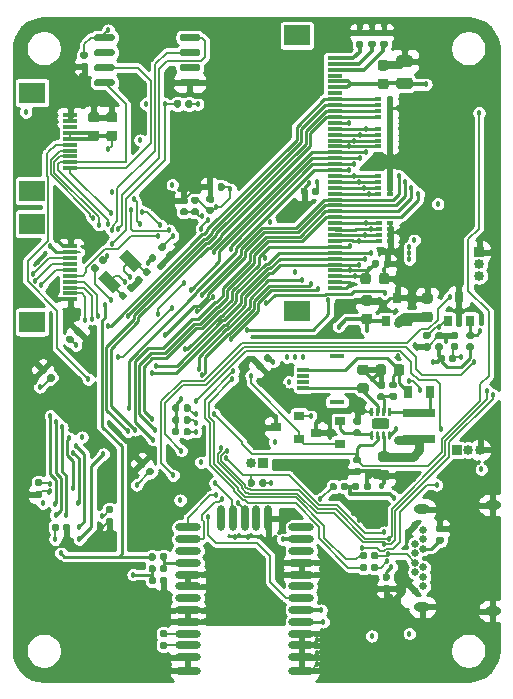
<source format=gbr>
%TF.GenerationSoftware,KiCad,Pcbnew,5.1.8+dfsg1-1~bpo10+1*%
%TF.CreationDate,2021-01-23T23:31:27+00:00*%
%TF.ProjectId,atlas,61746c61-732e-46b6-9963-61645f706362,rev?*%
%TF.SameCoordinates,Original*%
%TF.FileFunction,Copper,L4,Bot*%
%TF.FilePolarity,Positive*%
%FSLAX46Y46*%
G04 Gerber Fmt 4.6, Leading zero omitted, Abs format (unit mm)*
G04 Created by KiCad (PCBNEW 5.1.8+dfsg1-1~bpo10+1) date 2021-01-23 23:31:27*
%MOMM*%
%LPD*%
G01*
G04 APERTURE LIST*
%TA.AperFunction,ComponentPad*%
%ADD10O,0.850000X0.850000*%
%TD*%
%TA.AperFunction,ComponentPad*%
%ADD11R,0.850000X0.850000*%
%TD*%
%TA.AperFunction,SMDPad,CuDef*%
%ADD12R,2.200000X1.800000*%
%TD*%
%TA.AperFunction,SMDPad,CuDef*%
%ADD13R,1.300000X0.300000*%
%TD*%
%TA.AperFunction,SMDPad,CuDef*%
%ADD14R,0.800000X1.000000*%
%TD*%
%TA.AperFunction,SMDPad,CuDef*%
%ADD15R,2.700000X0.800000*%
%TD*%
%TA.AperFunction,SMDPad,CuDef*%
%ADD16R,0.900000X0.800000*%
%TD*%
%TA.AperFunction,SMDPad,CuDef*%
%ADD17C,0.100000*%
%TD*%
%TA.AperFunction,ComponentPad*%
%ADD18O,1.400000X0.800000*%
%TD*%
%TA.AperFunction,ComponentPad*%
%ADD19C,0.650000*%
%TD*%
%TA.AperFunction,SMDPad,CuDef*%
%ADD20O,2.150000X0.700000*%
%TD*%
%TA.AperFunction,SMDPad,CuDef*%
%ADD21O,0.700000X2.150000*%
%TD*%
%TA.AperFunction,SMDPad,CuDef*%
%ADD22R,0.800000X0.900000*%
%TD*%
%TA.AperFunction,SMDPad,CuDef*%
%ADD23R,0.500000X0.320000*%
%TD*%
%TA.AperFunction,SMDPad,CuDef*%
%ADD24R,1.100000X0.300000*%
%TD*%
%TA.AperFunction,SMDPad,CuDef*%
%ADD25R,1.300000X0.420000*%
%TD*%
%TA.AperFunction,ViaPad*%
%ADD26C,0.457200*%
%TD*%
%TA.AperFunction,Conductor*%
%ADD27C,0.250000*%
%TD*%
%TA.AperFunction,Conductor*%
%ADD28C,0.349000*%
%TD*%
%TA.AperFunction,Conductor*%
%ADD29C,0.175000*%
%TD*%
%TA.AperFunction,Conductor*%
%ADD30C,0.200000*%
%TD*%
%TA.AperFunction,Conductor*%
%ADD31C,0.265000*%
%TD*%
%TA.AperFunction,Conductor*%
%ADD32C,0.700000*%
%TD*%
%TA.AperFunction,Conductor*%
%ADD33C,0.127000*%
%TD*%
%TA.AperFunction,Conductor*%
%ADD34C,0.750000*%
%TD*%
%TA.AperFunction,Conductor*%
%ADD35C,0.254000*%
%TD*%
%TA.AperFunction,Conductor*%
%ADD36C,0.100000*%
%TD*%
G04 APERTURE END LIST*
%TO.P,C28,2*%
%TO.N,/VCC_BACKUP*%
%TA.AperFunction,SMDPad,CuDef*%
G36*
G01*
X211347500Y-112730000D02*
X211692500Y-112730000D01*
G75*
G02*
X211840000Y-112877500I0J-147500D01*
G01*
X211840000Y-113172500D01*
G75*
G02*
X211692500Y-113320000I-147500J0D01*
G01*
X211347500Y-113320000D01*
G75*
G02*
X211200000Y-113172500I0J147500D01*
G01*
X211200000Y-112877500D01*
G75*
G02*
X211347500Y-112730000I147500J0D01*
G01*
G37*
%TD.AperFunction*%
%TO.P,C28,1*%
%TO.N,GND*%
%TA.AperFunction,SMDPad,CuDef*%
G36*
G01*
X211347500Y-111760000D02*
X211692500Y-111760000D01*
G75*
G02*
X211840000Y-111907500I0J-147500D01*
G01*
X211840000Y-112202500D01*
G75*
G02*
X211692500Y-112350000I-147500J0D01*
G01*
X211347500Y-112350000D01*
G75*
G02*
X211200000Y-112202500I0J147500D01*
G01*
X211200000Y-111907500D01*
G75*
G02*
X211347500Y-111760000I147500J0D01*
G01*
G37*
%TD.AperFunction*%
%TD*%
%TO.P,C20,2*%
%TO.N,GND*%
%TA.AperFunction,SMDPad,CuDef*%
G36*
G01*
X206435440Y-107497590D02*
X206435440Y-106985090D01*
G75*
G02*
X206654190Y-106766340I218750J0D01*
G01*
X207091690Y-106766340D01*
G75*
G02*
X207310440Y-106985090I0J-218750D01*
G01*
X207310440Y-107497590D01*
G75*
G02*
X207091690Y-107716340I-218750J0D01*
G01*
X206654190Y-107716340D01*
G75*
G02*
X206435440Y-107497590I0J218750D01*
G01*
G37*
%TD.AperFunction*%
%TO.P,C20,1*%
%TO.N,/VCC_MCU_3V3*%
%TA.AperFunction,SMDPad,CuDef*%
G36*
G01*
X204860440Y-107497590D02*
X204860440Y-106985090D01*
G75*
G02*
X205079190Y-106766340I218750J0D01*
G01*
X205516690Y-106766340D01*
G75*
G02*
X205735440Y-106985090I0J-218750D01*
G01*
X205735440Y-107497590D01*
G75*
G02*
X205516690Y-107716340I-218750J0D01*
G01*
X205079190Y-107716340D01*
G75*
G02*
X204860440Y-107497590I0J218750D01*
G01*
G37*
%TD.AperFunction*%
%TD*%
D10*
%TO.P,J7,2*%
%TO.N,Net-(J7-Pad2)*%
X195600000Y-122834400D03*
D11*
%TO.P,J7,1*%
%TO.N,/VCC_MCU_3V3*%
X196600000Y-122834400D03*
%TD*%
D12*
%TO.P,J13,MP*%
%TO.N,N/C*%
X177050000Y-102600000D03*
X177050000Y-110900000D03*
D13*
%TO.P,J13,1*%
%TO.N,GND*%
X180300000Y-109000000D03*
%TO.P,J13,2*%
%TO.N,/STM_STATUS_L*%
X180300000Y-108500000D03*
%TO.P,J13,3*%
%TO.N,/STM_STATUS_0*%
X180300000Y-108000000D03*
%TO.P,J13,4*%
%TO.N,/STM_STATUS_R*%
X180300000Y-107500000D03*
%TO.P,J13,5*%
%TO.N,/SW_PWR*%
X180300000Y-107000000D03*
%TO.P,J13,6*%
%TO.N,/SW_R*%
X180300000Y-106500000D03*
%TO.P,J13,7*%
%TO.N,/SW_0*%
X180300000Y-106000000D03*
%TO.P,J13,8*%
%TO.N,/SW_L*%
X180300000Y-105500000D03*
%TO.P,J13,9*%
%TO.N,/VCC_MCU_3V3*%
X180300000Y-105000000D03*
%TO.P,J13,10*%
%TO.N,GND*%
X180300000Y-104500000D03*
%TD*%
%TO.P,C18,2*%
%TO.N,GND*%
%TA.AperFunction,SMDPad,CuDef*%
G36*
G01*
X187890000Y-132972500D02*
X187890000Y-132627500D01*
G75*
G02*
X188037500Y-132480000I147500J0D01*
G01*
X188332500Y-132480000D01*
G75*
G02*
X188480000Y-132627500I0J-147500D01*
G01*
X188480000Y-132972500D01*
G75*
G02*
X188332500Y-133120000I-147500J0D01*
G01*
X188037500Y-133120000D01*
G75*
G02*
X187890000Y-132972500I0J147500D01*
G01*
G37*
%TD.AperFunction*%
%TO.P,C18,1*%
%TO.N,/VCC_MCU_3V3*%
%TA.AperFunction,SMDPad,CuDef*%
G36*
G01*
X186920000Y-132972500D02*
X186920000Y-132627500D01*
G75*
G02*
X187067500Y-132480000I147500J0D01*
G01*
X187362500Y-132480000D01*
G75*
G02*
X187510000Y-132627500I0J-147500D01*
G01*
X187510000Y-132972500D01*
G75*
G02*
X187362500Y-133120000I-147500J0D01*
G01*
X187067500Y-133120000D01*
G75*
G02*
X186920000Y-132972500I0J147500D01*
G01*
G37*
%TD.AperFunction*%
%TD*%
%TO.P,R31,1*%
%TO.N,Net-(C15-Pad2)*%
%TA.AperFunction,SMDPad,CuDef*%
G36*
G01*
X202245000Y-125022500D02*
X202245000Y-124677500D01*
G75*
G02*
X202392500Y-124530000I147500J0D01*
G01*
X202687500Y-124530000D01*
G75*
G02*
X202835000Y-124677500I0J-147500D01*
G01*
X202835000Y-125022500D01*
G75*
G02*
X202687500Y-125170000I-147500J0D01*
G01*
X202392500Y-125170000D01*
G75*
G02*
X202245000Y-125022500I0J147500D01*
G01*
G37*
%TD.AperFunction*%
%TO.P,R31,2*%
%TO.N,/CELL_NTC*%
%TA.AperFunction,SMDPad,CuDef*%
G36*
G01*
X203215000Y-125022500D02*
X203215000Y-124677500D01*
G75*
G02*
X203362500Y-124530000I147500J0D01*
G01*
X203657500Y-124530000D01*
G75*
G02*
X203805000Y-124677500I0J-147500D01*
G01*
X203805000Y-125022500D01*
G75*
G02*
X203657500Y-125170000I-147500J0D01*
G01*
X203362500Y-125170000D01*
G75*
G02*
X203215000Y-125022500I0J147500D01*
G01*
G37*
%TD.AperFunction*%
%TD*%
D14*
%TO.P,D6,2*%
%TO.N,Net-(D6-Pad2)*%
X210775000Y-116800000D03*
%TO.P,D6,1*%
%TO.N,Net-(C52-Pad2)*%
X208875000Y-116800000D03*
%TD*%
%TO.P,R20,2*%
%TO.N,Net-(J9-Pad4)*%
%TA.AperFunction,SMDPad,CuDef*%
G36*
G01*
X204819750Y-116091000D02*
X205332250Y-116091000D01*
G75*
G02*
X205551000Y-116309750I0J-218750D01*
G01*
X205551000Y-116747250D01*
G75*
G02*
X205332250Y-116966000I-218750J0D01*
G01*
X204819750Y-116966000D01*
G75*
G02*
X204601000Y-116747250I0J218750D01*
G01*
X204601000Y-116309750D01*
G75*
G02*
X204819750Y-116091000I218750J0D01*
G01*
G37*
%TD.AperFunction*%
%TO.P,R20,1*%
%TO.N,GND*%
%TA.AperFunction,SMDPad,CuDef*%
G36*
G01*
X204819750Y-114516000D02*
X205332250Y-114516000D01*
G75*
G02*
X205551000Y-114734750I0J-218750D01*
G01*
X205551000Y-115172250D01*
G75*
G02*
X205332250Y-115391000I-218750J0D01*
G01*
X204819750Y-115391000D01*
G75*
G02*
X204601000Y-115172250I0J218750D01*
G01*
X204601000Y-114734750D01*
G75*
G02*
X204819750Y-114516000I218750J0D01*
G01*
G37*
%TD.AperFunction*%
%TD*%
D15*
%TO.P,L10,2*%
%TO.N,Net-(D6-Pad2)*%
X209850000Y-118600000D03*
%TO.P,L10,1*%
%TO.N,/VCC_SYS*%
X209850000Y-120800000D03*
%TD*%
D16*
%TO.P,Q2,3*%
%TO.N,GND*%
X201125000Y-120275000D03*
%TO.P,Q2,2*%
%TO.N,/T3C1_LCD_BL*%
X203125000Y-121225000D03*
%TO.P,Q2,1*%
%TO.N,Net-(C49-Pad2)*%
X203125000Y-119325000D03*
%TD*%
D10*
%TO.P,J4,3*%
%TO.N,/UDPI_DSS*%
X214901780Y-106990000D03*
%TO.P,J4,2*%
%TO.N,/VCC_BACKUP*%
X214901780Y-105990000D03*
D11*
%TO.P,J4,1*%
%TO.N,GND*%
X214901780Y-104990000D03*
%TD*%
%TO.P,R44,2*%
%TO.N,/PWR_EN_O*%
%TA.AperFunction,SMDPad,CuDef*%
G36*
G01*
X212390000Y-114172500D02*
X212390000Y-113827500D01*
G75*
G02*
X212537500Y-113680000I147500J0D01*
G01*
X212832500Y-113680000D01*
G75*
G02*
X212980000Y-113827500I0J-147500D01*
G01*
X212980000Y-114172500D01*
G75*
G02*
X212832500Y-114320000I-147500J0D01*
G01*
X212537500Y-114320000D01*
G75*
G02*
X212390000Y-114172500I0J147500D01*
G01*
G37*
%TD.AperFunction*%
%TO.P,R44,1*%
%TO.N,/VCC_BACKUP*%
%TA.AperFunction,SMDPad,CuDef*%
G36*
G01*
X211420000Y-114172500D02*
X211420000Y-113827500D01*
G75*
G02*
X211567500Y-113680000I147500J0D01*
G01*
X211862500Y-113680000D01*
G75*
G02*
X212010000Y-113827500I0J-147500D01*
G01*
X212010000Y-114172500D01*
G75*
G02*
X211862500Y-114320000I-147500J0D01*
G01*
X211567500Y-114320000D01*
G75*
G02*
X211420000Y-114172500I0J147500D01*
G01*
G37*
%TD.AperFunction*%
%TD*%
%TA.AperFunction,SMDPad,CuDef*%
D17*
%TO.P,Y4,2*%
%TO.N,/RCC_OSC32_IN*%
G36*
X185101040Y-104726168D02*
G01*
X186373832Y-105998960D01*
X185666726Y-106706066D01*
X184393934Y-105433274D01*
X185101040Y-104726168D01*
G37*
%TD.AperFunction*%
%TA.AperFunction,SMDPad,CuDef*%
%TO.P,Y4,1*%
%TO.N,/RCC_OSC32_OUT*%
G36*
X183333274Y-106493934D02*
G01*
X184606066Y-107766726D01*
X183898960Y-108473832D01*
X182626168Y-107201040D01*
X183333274Y-106493934D01*
G37*
%TD.AperFunction*%
%TD*%
D11*
%TO.P,J5,1*%
%TO.N,/CELL_POS*%
X212996780Y-121749820D03*
D10*
%TO.P,J5,2*%
%TO.N,/CELL_NTC*%
X213996780Y-121749820D03*
%TO.P,J5,3*%
%TO.N,GND*%
X214996780Y-121749820D03*
%TD*%
D18*
%TO.P,J1,S1*%
%TO.N,GND*%
X210090000Y-135030000D03*
X210090000Y-126770000D03*
X216040000Y-126410000D03*
X216040000Y-135390000D03*
D19*
%TO.P,J1,B1*%
X209490000Y-128100000D03*
%TO.P,J1,B4*%
%TO.N,/USB_PORT_VBUS*%
X209490000Y-129700000D03*
%TO.P,J1,B6*%
%TO.N,/USB_PORT_D+*%
X209490000Y-130500000D03*
%TO.P,J1,B7*%
%TO.N,/USB_PORT_D-*%
X209490000Y-131300000D03*
%TO.P,J1,B9*%
%TO.N,/USB_PORT_VBUS*%
X209490000Y-132100000D03*
%TO.P,J1,B12*%
%TO.N,GND*%
X209490000Y-133700000D03*
%TO.P,J1,B2*%
%TO.N,N/C*%
X210190000Y-128500000D03*
%TO.P,J1,B3*%
X210190000Y-129300000D03*
%TO.P,J1,B5*%
%TO.N,Net-(J1-PadB5)*%
X210190000Y-130100000D03*
%TO.P,J1,B8*%
%TO.N,Net-(J1-PadB8)*%
X210190000Y-131700000D03*
%TO.P,J1,B10*%
%TO.N,N/C*%
X210190000Y-132500000D03*
%TO.P,J1,B11*%
X210190000Y-133300000D03*
%TD*%
D13*
%TO.P,J10,40*%
%TO.N,Net-(J10-Pad40)*%
X202700000Y-88550000D03*
%TO.P,J10,39*%
%TO.N,Net-(J10-Pad39)*%
X202700000Y-89050000D03*
%TO.P,J10,38*%
%TO.N,Net-(J10-Pad38)*%
X202700000Y-89550000D03*
%TO.P,J10,37*%
%TO.N,Net-(J10-Pad37)*%
X202700000Y-90050000D03*
%TO.P,J10,36*%
%TO.N,/VCC_LCD_PWR*%
X202700000Y-90550000D03*
%TO.P,J10,35*%
X202700000Y-91050000D03*
%TO.P,J10,34*%
%TO.N,Net-(J10-Pad34)*%
X202700000Y-91550000D03*
%TO.P,J10,33*%
%TO.N,/LTDC_VS*%
X202700000Y-92050000D03*
%TO.P,J10,32*%
%TO.N,/LTDC_HS*%
X202700000Y-92550000D03*
%TO.P,J10,31*%
%TO.N,/LTDC_DE*%
X202700000Y-93050000D03*
%TO.P,J10,30*%
%TO.N,/LTDC_CK*%
X202700000Y-93550000D03*
%TO.P,J10,29*%
%TO.N,GND*%
X202700000Y-94050000D03*
%TO.P,J10,28*%
%TO.N,/LTDC_B7*%
X202700000Y-94550000D03*
%TO.P,J10,27*%
%TO.N,/LTDC_B6*%
X202700000Y-95050000D03*
%TO.P,J10,26*%
%TO.N,/LTDC_B5*%
X202700000Y-95550000D03*
%TO.P,J10,25*%
%TO.N,/LTDC_B4*%
X202700000Y-96050000D03*
%TO.P,J10,24*%
%TO.N,/LTDC_B7*%
X202700000Y-96550000D03*
%TO.P,J10,23*%
%TO.N,/LTDC_B6*%
X202700000Y-97050000D03*
%TO.P,J10,22*%
%TO.N,/LTDC_B5*%
X202700000Y-97550000D03*
%TO.P,J10,21*%
%TO.N,/LTDC_B4*%
X202700000Y-98050000D03*
%TO.P,J10,20*%
%TO.N,/LTDC_G7*%
X202700000Y-98550000D03*
%TO.P,J10,19*%
%TO.N,/LTDC_G6*%
X202700000Y-99050000D03*
%TO.P,J10,18*%
%TO.N,/LTDC_G5*%
X202700000Y-99550000D03*
%TO.P,J10,17*%
%TO.N,/LTDC_G4*%
X202700000Y-100050000D03*
%TO.P,J10,16*%
%TO.N,/LTDC_G7*%
X202700000Y-100550000D03*
%TO.P,J10,15*%
%TO.N,/LTDC_G6*%
X202700000Y-101050000D03*
%TO.P,J10,14*%
%TO.N,/LTDC_G5*%
X202700000Y-101550000D03*
%TO.P,J10,13*%
%TO.N,/LTDC_G4*%
X202700000Y-102050000D03*
%TO.P,J10,12*%
%TO.N,/LTDC_R7*%
X202700000Y-102550000D03*
%TO.P,J10,11*%
%TO.N,/LTDC_R6*%
X202700000Y-103050000D03*
%TO.P,J10,10*%
%TO.N,/LTDC_R5*%
X202700000Y-103550000D03*
%TO.P,J10,9*%
%TO.N,/LTDC_R4*%
X202700000Y-104050000D03*
%TO.P,J10,8*%
%TO.N,/LTDC_R7*%
X202700000Y-104550000D03*
%TO.P,J10,7*%
%TO.N,/LTDC_R6*%
X202700000Y-105050000D03*
%TO.P,J10,6*%
%TO.N,/LTDC_R5*%
X202700000Y-105550000D03*
%TO.P,J10,5*%
%TO.N,/LTDC_R4*%
X202700000Y-106050000D03*
%TO.P,J10,4*%
%TO.N,/VCC_MCU_3V3*%
X202700000Y-106550000D03*
%TO.P,J10,3*%
X202700000Y-107050000D03*
%TO.P,J10,2*%
%TO.N,GND*%
X202700000Y-107550000D03*
%TO.P,J10,1*%
X202700000Y-108050000D03*
D12*
%TO.P,J10,MP*%
%TO.N,N/C*%
X199450000Y-109950000D03*
X199450000Y-86650000D03*
%TD*%
D20*
%TO.P,U11,1*%
%TO.N,Net-(U11-Pad1)*%
X199850000Y-128300000D03*
%TO.P,U11,26*%
%TO.N,/LPUART1_TX_GPS*%
X190250000Y-128300000D03*
%TO.P,U11,13*%
%TO.N,GND*%
X199850000Y-140450000D03*
%TO.P,U11,12*%
X199850000Y-139300000D03*
%TO.P,U11,11*%
X199850000Y-138300000D03*
%TO.P,U11,10*%
X199850000Y-137300000D03*
%TO.P,U11,9*%
%TO.N,/VCC_MCU_3V3*%
X199850000Y-136300000D03*
%TO.P,U11,8*%
%TO.N,/VCC_BACKUP*%
X199850000Y-135300000D03*
%TO.P,U11,7*%
%TO.N,/GPS_EXTINT*%
X199850000Y-134300000D03*
%TO.P,U11,6*%
%TO.N,Net-(U11-Pad6)*%
X199850000Y-133300000D03*
%TO.P,U11,5*%
%TO.N,GND*%
X199850000Y-132300000D03*
%TO.P,U11,4*%
X199850000Y-131300000D03*
%TO.P,U11,3*%
%TO.N,Net-(U11-Pad3)*%
X199850000Y-130300000D03*
%TO.P,U11,2*%
%TO.N,/GPS_3DF*%
X199850000Y-129300000D03*
D21*
%TO.P,U11,31*%
%TO.N,GND*%
X197050000Y-127550000D03*
%TO.P,U11,30*%
%TO.N,Net-(U11-Pad30)*%
X196050000Y-127550000D03*
%TO.P,U11,29*%
%TO.N,/GPS_1PPS*%
X195050000Y-127550000D03*
%TO.P,U11,28*%
%TO.N,/GPS_FORCE_ON*%
X194050000Y-127550000D03*
%TO.P,U11,27*%
%TO.N,GND*%
X193050000Y-127550000D03*
D20*
%TO.P,U11,25*%
%TO.N,/LPUART1_RX_GPS*%
X190250000Y-129300000D03*
%TO.P,U11,24*%
%TO.N,Net-(U11-Pad24)*%
X190250000Y-130300000D03*
%TO.P,U11,23*%
%TO.N,Net-(R21-Pad1)*%
X190250000Y-131300000D03*
%TO.P,U11,22*%
%TO.N,GND*%
X190250000Y-132300000D03*
%TO.P,U11,21*%
X190250000Y-133300000D03*
%TO.P,U11,20*%
%TO.N,Net-(U11-Pad20)*%
X190250000Y-134300000D03*
%TO.P,U11,19*%
%TO.N,GND*%
X190250000Y-135300000D03*
%TO.P,U11,18*%
X190250000Y-136300000D03*
%TO.P,U11,17*%
%TO.N,Net-(R39-Pad1)*%
X190250000Y-137300000D03*
%TO.P,U11,16*%
%TO.N,Net-(R39-Pad2)*%
X190250000Y-138300000D03*
%TO.P,U11,15*%
%TO.N,GND*%
X190250000Y-139300000D03*
%TO.P,U11,14*%
X190250000Y-140450000D03*
%TD*%
%TO.P,U16,8*%
%TO.N,Net-(D6-Pad2)*%
%TA.AperFunction,SMDPad,CuDef*%
G36*
G01*
X207372500Y-118876000D02*
X207247500Y-118876000D01*
G75*
G02*
X207185000Y-118813500I0J62500D01*
G01*
X207185000Y-118238500D01*
G75*
G02*
X207247500Y-118176000I62500J0D01*
G01*
X207372500Y-118176000D01*
G75*
G02*
X207435000Y-118238500I0J-62500D01*
G01*
X207435000Y-118813500D01*
G75*
G02*
X207372500Y-118876000I-62500J0D01*
G01*
G37*
%TD.AperFunction*%
%TO.P,U16,7*%
%TO.N,Net-(R78-Pad1)*%
%TA.AperFunction,SMDPad,CuDef*%
G36*
G01*
X206872500Y-118876000D02*
X206747500Y-118876000D01*
G75*
G02*
X206685000Y-118813500I0J62500D01*
G01*
X206685000Y-118238500D01*
G75*
G02*
X206747500Y-118176000I62500J0D01*
G01*
X206872500Y-118176000D01*
G75*
G02*
X206935000Y-118238500I0J-62500D01*
G01*
X206935000Y-118813500D01*
G75*
G02*
X206872500Y-118876000I-62500J0D01*
G01*
G37*
%TD.AperFunction*%
%TO.P,U16,6*%
%TO.N,Net-(J9-Pad4)*%
%TA.AperFunction,SMDPad,CuDef*%
G36*
G01*
X206372500Y-118876000D02*
X206247500Y-118876000D01*
G75*
G02*
X206185000Y-118813500I0J62500D01*
G01*
X206185000Y-118238500D01*
G75*
G02*
X206247500Y-118176000I62500J0D01*
G01*
X206372500Y-118176000D01*
G75*
G02*
X206435000Y-118238500I0J-62500D01*
G01*
X206435000Y-118813500D01*
G75*
G02*
X206372500Y-118876000I-62500J0D01*
G01*
G37*
%TD.AperFunction*%
%TO.P,U16,5*%
%TO.N,GND*%
%TA.AperFunction,SMDPad,CuDef*%
G36*
G01*
X205872500Y-118876000D02*
X205747500Y-118876000D01*
G75*
G02*
X205685000Y-118813500I0J62500D01*
G01*
X205685000Y-118238500D01*
G75*
G02*
X205747500Y-118176000I62500J0D01*
G01*
X205872500Y-118176000D01*
G75*
G02*
X205935000Y-118238500I0J-62500D01*
G01*
X205935000Y-118813500D01*
G75*
G02*
X205872500Y-118876000I-62500J0D01*
G01*
G37*
%TD.AperFunction*%
%TO.P,U16,4*%
%TO.N,Net-(C49-Pad2)*%
%TA.AperFunction,SMDPad,CuDef*%
G36*
G01*
X205872500Y-120876000D02*
X205747500Y-120876000D01*
G75*
G02*
X205685000Y-120813500I0J62500D01*
G01*
X205685000Y-120238500D01*
G75*
G02*
X205747500Y-120176000I62500J0D01*
G01*
X205872500Y-120176000D01*
G75*
G02*
X205935000Y-120238500I0J-62500D01*
G01*
X205935000Y-120813500D01*
G75*
G02*
X205872500Y-120876000I-62500J0D01*
G01*
G37*
%TD.AperFunction*%
%TO.P,U16,3*%
%TO.N,/EN_LCD_PWR*%
%TA.AperFunction,SMDPad,CuDef*%
G36*
G01*
X206372500Y-120876000D02*
X206247500Y-120876000D01*
G75*
G02*
X206185000Y-120813500I0J62500D01*
G01*
X206185000Y-120238500D01*
G75*
G02*
X206247500Y-120176000I62500J0D01*
G01*
X206372500Y-120176000D01*
G75*
G02*
X206435000Y-120238500I0J-62500D01*
G01*
X206435000Y-120813500D01*
G75*
G02*
X206372500Y-120876000I-62500J0D01*
G01*
G37*
%TD.AperFunction*%
%TO.P,U16,2*%
%TO.N,/VCC_SYS*%
%TA.AperFunction,SMDPad,CuDef*%
G36*
G01*
X206872500Y-120876000D02*
X206747500Y-120876000D01*
G75*
G02*
X206685000Y-120813500I0J62500D01*
G01*
X206685000Y-120238500D01*
G75*
G02*
X206747500Y-120176000I62500J0D01*
G01*
X206872500Y-120176000D01*
G75*
G02*
X206935000Y-120238500I0J-62500D01*
G01*
X206935000Y-120813500D01*
G75*
G02*
X206872500Y-120876000I-62500J0D01*
G01*
G37*
%TD.AperFunction*%
%TO.P,U16,1*%
%TO.N,GND*%
%TA.AperFunction,SMDPad,CuDef*%
G36*
G01*
X207372500Y-120876000D02*
X207247500Y-120876000D01*
G75*
G02*
X207185000Y-120813500I0J62500D01*
G01*
X207185000Y-120238500D01*
G75*
G02*
X207247500Y-120176000I62500J0D01*
G01*
X207372500Y-120176000D01*
G75*
G02*
X207435000Y-120238500I0J-62500D01*
G01*
X207435000Y-120813500D01*
G75*
G02*
X207372500Y-120876000I-62500J0D01*
G01*
G37*
%TD.AperFunction*%
%TO.P,U16,9*%
%TO.N,N/C*%
%TA.AperFunction,SMDPad,CuDef*%
G36*
G01*
X207085000Y-119976000D02*
X206035000Y-119976000D01*
G75*
G02*
X205810000Y-119751000I0J225000D01*
G01*
X205810000Y-119301000D01*
G75*
G02*
X206035000Y-119076000I225000J0D01*
G01*
X207085000Y-119076000D01*
G75*
G02*
X207310000Y-119301000I0J-225000D01*
G01*
X207310000Y-119751000D01*
G75*
G02*
X207085000Y-119976000I-225000J0D01*
G01*
G37*
%TD.AperFunction*%
%TD*%
%TO.P,U5,8*%
%TO.N,/VCC_MCU_3V3*%
%TA.AperFunction,SMDPad,CuDef*%
G36*
G01*
X184040000Y-86685000D02*
X184040000Y-86985000D01*
G75*
G02*
X183890000Y-87135000I-150000J0D01*
G01*
X182465000Y-87135000D01*
G75*
G02*
X182315000Y-86985000I0J150000D01*
G01*
X182315000Y-86685000D01*
G75*
G02*
X182465000Y-86535000I150000J0D01*
G01*
X183890000Y-86535000D01*
G75*
G02*
X184040000Y-86685000I0J-150000D01*
G01*
G37*
%TD.AperFunction*%
%TO.P,U5,7*%
%TO.N,Net-(U5-Pad7)*%
%TA.AperFunction,SMDPad,CuDef*%
G36*
G01*
X184040000Y-87955000D02*
X184040000Y-88255000D01*
G75*
G02*
X183890000Y-88405000I-150000J0D01*
G01*
X182465000Y-88405000D01*
G75*
G02*
X182315000Y-88255000I0J150000D01*
G01*
X182315000Y-87955000D01*
G75*
G02*
X182465000Y-87805000I150000J0D01*
G01*
X183890000Y-87805000D01*
G75*
G02*
X184040000Y-87955000I0J-150000D01*
G01*
G37*
%TD.AperFunction*%
%TO.P,U5,6*%
%TO.N,/SPI4_SCK_APP*%
%TA.AperFunction,SMDPad,CuDef*%
G36*
G01*
X184040000Y-89225000D02*
X184040000Y-89525000D01*
G75*
G02*
X183890000Y-89675000I-150000J0D01*
G01*
X182465000Y-89675000D01*
G75*
G02*
X182315000Y-89525000I0J150000D01*
G01*
X182315000Y-89225000D01*
G75*
G02*
X182465000Y-89075000I150000J0D01*
G01*
X183890000Y-89075000D01*
G75*
G02*
X184040000Y-89225000I0J-150000D01*
G01*
G37*
%TD.AperFunction*%
%TO.P,U5,5*%
%TO.N,/SPI4_MOSI_APP*%
%TA.AperFunction,SMDPad,CuDef*%
G36*
G01*
X184040000Y-90495000D02*
X184040000Y-90795000D01*
G75*
G02*
X183890000Y-90945000I-150000J0D01*
G01*
X182465000Y-90945000D01*
G75*
G02*
X182315000Y-90795000I0J150000D01*
G01*
X182315000Y-90495000D01*
G75*
G02*
X182465000Y-90345000I150000J0D01*
G01*
X183890000Y-90345000D01*
G75*
G02*
X184040000Y-90495000I0J-150000D01*
G01*
G37*
%TD.AperFunction*%
%TO.P,U5,4*%
%TO.N,GND*%
%TA.AperFunction,SMDPad,CuDef*%
G36*
G01*
X191265000Y-90495000D02*
X191265000Y-90795000D01*
G75*
G02*
X191115000Y-90945000I-150000J0D01*
G01*
X189690000Y-90945000D01*
G75*
G02*
X189540000Y-90795000I0J150000D01*
G01*
X189540000Y-90495000D01*
G75*
G02*
X189690000Y-90345000I150000J0D01*
G01*
X191115000Y-90345000D01*
G75*
G02*
X191265000Y-90495000I0J-150000D01*
G01*
G37*
%TD.AperFunction*%
%TO.P,U5,3*%
%TO.N,Net-(U5-Pad3)*%
%TA.AperFunction,SMDPad,CuDef*%
G36*
G01*
X191265000Y-89225000D02*
X191265000Y-89525000D01*
G75*
G02*
X191115000Y-89675000I-150000J0D01*
G01*
X189690000Y-89675000D01*
G75*
G02*
X189540000Y-89525000I0J150000D01*
G01*
X189540000Y-89225000D01*
G75*
G02*
X189690000Y-89075000I150000J0D01*
G01*
X191115000Y-89075000D01*
G75*
G02*
X191265000Y-89225000I0J-150000D01*
G01*
G37*
%TD.AperFunction*%
%TO.P,U5,2*%
%TO.N,/SPI4_MISO_APP*%
%TA.AperFunction,SMDPad,CuDef*%
G36*
G01*
X191265000Y-87955000D02*
X191265000Y-88255000D01*
G75*
G02*
X191115000Y-88405000I-150000J0D01*
G01*
X189690000Y-88405000D01*
G75*
G02*
X189540000Y-88255000I0J150000D01*
G01*
X189540000Y-87955000D01*
G75*
G02*
X189690000Y-87805000I150000J0D01*
G01*
X191115000Y-87805000D01*
G75*
G02*
X191265000Y-87955000I0J-150000D01*
G01*
G37*
%TD.AperFunction*%
%TO.P,U5,1*%
%TO.N,/SPI4_FLASH_NCS*%
%TA.AperFunction,SMDPad,CuDef*%
G36*
G01*
X191265000Y-86685000D02*
X191265000Y-86985000D01*
G75*
G02*
X191115000Y-87135000I-150000J0D01*
G01*
X189690000Y-87135000D01*
G75*
G02*
X189540000Y-86985000I0J150000D01*
G01*
X189540000Y-86685000D01*
G75*
G02*
X189690000Y-86535000I150000J0D01*
G01*
X191115000Y-86535000D01*
G75*
G02*
X191265000Y-86685000I0J-150000D01*
G01*
G37*
%TD.AperFunction*%
%TD*%
D22*
%TO.P,U3,3*%
%TO.N,GND*%
X207960000Y-108872000D03*
%TO.P,U3,2*%
%TO.N,/VCC_BACKUP*%
X207010000Y-110872000D03*
%TO.P,U3,1*%
%TO.N,/VCC_SYS*%
X208910000Y-110872000D03*
%TD*%
D23*
%TO.P,RN4,5*%
%TO.N,GND*%
X207350000Y-92050000D03*
%TO.P,RN4,6*%
X207350000Y-92550000D03*
%TO.P,RN4,8*%
X207350000Y-93550000D03*
%TO.P,RN4,7*%
X207350000Y-93050000D03*
%TO.P,RN4,4*%
%TO.N,/LTDC_VS*%
X206350000Y-92050000D03*
%TO.P,RN4,2*%
%TO.N,/LTDC_DE*%
X206350000Y-93050000D03*
%TO.P,RN4,3*%
%TO.N,/LTDC_HS*%
X206350000Y-92550000D03*
%TO.P,RN4,1*%
%TO.N,/LTDC_CK*%
X206350000Y-93550000D03*
%TD*%
%TO.P,RN3,5*%
%TO.N,GND*%
X207350000Y-94550000D03*
%TO.P,RN3,6*%
X207350000Y-95050000D03*
%TO.P,RN3,8*%
X207350000Y-96050000D03*
%TO.P,RN3,7*%
X207350000Y-95550000D03*
%TO.P,RN3,4*%
%TO.N,/LTDC_B7*%
X206350000Y-94550000D03*
%TO.P,RN3,2*%
%TO.N,/LTDC_B5*%
X206350000Y-95550000D03*
%TO.P,RN3,3*%
%TO.N,/LTDC_B6*%
X206350000Y-95050000D03*
%TO.P,RN3,1*%
%TO.N,/LTDC_B4*%
X206350000Y-96050000D03*
%TD*%
%TO.P,RN2,5*%
%TO.N,GND*%
X207350000Y-98550000D03*
%TO.P,RN2,6*%
X207350000Y-99050000D03*
%TO.P,RN2,8*%
X207350000Y-100050000D03*
%TO.P,RN2,7*%
X207350000Y-99550000D03*
%TO.P,RN2,4*%
%TO.N,/LTDC_G7*%
X206350000Y-98550000D03*
%TO.P,RN2,2*%
%TO.N,/LTDC_G5*%
X206350000Y-99550000D03*
%TO.P,RN2,3*%
%TO.N,/LTDC_G6*%
X206350000Y-99050000D03*
%TO.P,RN2,1*%
%TO.N,/LTDC_G4*%
X206350000Y-100050000D03*
%TD*%
%TO.P,RN1,5*%
%TO.N,GND*%
X207400000Y-102550000D03*
%TO.P,RN1,6*%
X207400000Y-103050000D03*
%TO.P,RN1,8*%
X207400000Y-104050000D03*
%TO.P,RN1,7*%
X207400000Y-103550000D03*
%TO.P,RN1,4*%
%TO.N,/LTDC_R7*%
X206400000Y-102550000D03*
%TO.P,RN1,2*%
%TO.N,/LTDC_R5*%
X206400000Y-103550000D03*
%TO.P,RN1,3*%
%TO.N,/LTDC_R6*%
X206400000Y-103050000D03*
%TO.P,RN1,1*%
%TO.N,/LTDC_R4*%
X206400000Y-104050000D03*
%TD*%
%TO.P,R86,2*%
%TO.N,/~USB_DET*%
%TA.AperFunction,SMDPad,CuDef*%
G36*
G01*
X214322500Y-112350000D02*
X213977500Y-112350000D01*
G75*
G02*
X213830000Y-112202500I0J147500D01*
G01*
X213830000Y-111907500D01*
G75*
G02*
X213977500Y-111760000I147500J0D01*
G01*
X214322500Y-111760000D01*
G75*
G02*
X214470000Y-111907500I0J-147500D01*
G01*
X214470000Y-112202500D01*
G75*
G02*
X214322500Y-112350000I-147500J0D01*
G01*
G37*
%TD.AperFunction*%
%TO.P,R86,1*%
%TO.N,/VCC_BACKUP*%
%TA.AperFunction,SMDPad,CuDef*%
G36*
G01*
X214322500Y-113320000D02*
X213977500Y-113320000D01*
G75*
G02*
X213830000Y-113172500I0J147500D01*
G01*
X213830000Y-112877500D01*
G75*
G02*
X213977500Y-112730000I147500J0D01*
G01*
X214322500Y-112730000D01*
G75*
G02*
X214470000Y-112877500I0J-147500D01*
G01*
X214470000Y-113172500D01*
G75*
G02*
X214322500Y-113320000I-147500J0D01*
G01*
G37*
%TD.AperFunction*%
%TD*%
%TO.P,R85,2*%
%TO.N,GND*%
%TA.AperFunction,SMDPad,CuDef*%
G36*
G01*
X210297500Y-112730000D02*
X210642500Y-112730000D01*
G75*
G02*
X210790000Y-112877500I0J-147500D01*
G01*
X210790000Y-113172500D01*
G75*
G02*
X210642500Y-113320000I-147500J0D01*
G01*
X210297500Y-113320000D01*
G75*
G02*
X210150000Y-113172500I0J147500D01*
G01*
X210150000Y-112877500D01*
G75*
G02*
X210297500Y-112730000I147500J0D01*
G01*
G37*
%TD.AperFunction*%
%TO.P,R85,1*%
%TO.N,/USB_PORT_VBUS*%
%TA.AperFunction,SMDPad,CuDef*%
G36*
G01*
X210297500Y-111760000D02*
X210642500Y-111760000D01*
G75*
G02*
X210790000Y-111907500I0J-147500D01*
G01*
X210790000Y-112202500D01*
G75*
G02*
X210642500Y-112350000I-147500J0D01*
G01*
X210297500Y-112350000D01*
G75*
G02*
X210150000Y-112202500I0J147500D01*
G01*
X210150000Y-111907500D01*
G75*
G02*
X210297500Y-111760000I147500J0D01*
G01*
G37*
%TD.AperFunction*%
%TD*%
%TO.P,R84,2*%
%TO.N,Net-(J10-Pad40)*%
%TA.AperFunction,SMDPad,CuDef*%
G36*
G01*
X204612460Y-87098640D02*
X204957460Y-87098640D01*
G75*
G02*
X205104960Y-87246140I0J-147500D01*
G01*
X205104960Y-87541140D01*
G75*
G02*
X204957460Y-87688640I-147500J0D01*
G01*
X204612460Y-87688640D01*
G75*
G02*
X204464960Y-87541140I0J147500D01*
G01*
X204464960Y-87246140D01*
G75*
G02*
X204612460Y-87098640I147500J0D01*
G01*
G37*
%TD.AperFunction*%
%TO.P,R84,1*%
%TO.N,GND*%
%TA.AperFunction,SMDPad,CuDef*%
G36*
G01*
X204612460Y-86128640D02*
X204957460Y-86128640D01*
G75*
G02*
X205104960Y-86276140I0J-147500D01*
G01*
X205104960Y-86571140D01*
G75*
G02*
X204957460Y-86718640I-147500J0D01*
G01*
X204612460Y-86718640D01*
G75*
G02*
X204464960Y-86571140I0J147500D01*
G01*
X204464960Y-86276140D01*
G75*
G02*
X204612460Y-86128640I147500J0D01*
G01*
G37*
%TD.AperFunction*%
%TD*%
%TO.P,R83,2*%
%TO.N,Net-(J10-Pad39)*%
%TA.AperFunction,SMDPad,CuDef*%
G36*
G01*
X205643700Y-87098640D02*
X205988700Y-87098640D01*
G75*
G02*
X206136200Y-87246140I0J-147500D01*
G01*
X206136200Y-87541140D01*
G75*
G02*
X205988700Y-87688640I-147500J0D01*
G01*
X205643700Y-87688640D01*
G75*
G02*
X205496200Y-87541140I0J147500D01*
G01*
X205496200Y-87246140D01*
G75*
G02*
X205643700Y-87098640I147500J0D01*
G01*
G37*
%TD.AperFunction*%
%TO.P,R83,1*%
%TO.N,GND*%
%TA.AperFunction,SMDPad,CuDef*%
G36*
G01*
X205643700Y-86128640D02*
X205988700Y-86128640D01*
G75*
G02*
X206136200Y-86276140I0J-147500D01*
G01*
X206136200Y-86571140D01*
G75*
G02*
X205988700Y-86718640I-147500J0D01*
G01*
X205643700Y-86718640D01*
G75*
G02*
X205496200Y-86571140I0J147500D01*
G01*
X205496200Y-86276140D01*
G75*
G02*
X205643700Y-86128640I147500J0D01*
G01*
G37*
%TD.AperFunction*%
%TD*%
%TO.P,R82,2*%
%TO.N,Net-(J10-Pad38)*%
%TA.AperFunction,SMDPad,CuDef*%
G36*
G01*
X206674940Y-87098640D02*
X207019940Y-87098640D01*
G75*
G02*
X207167440Y-87246140I0J-147500D01*
G01*
X207167440Y-87541140D01*
G75*
G02*
X207019940Y-87688640I-147500J0D01*
G01*
X206674940Y-87688640D01*
G75*
G02*
X206527440Y-87541140I0J147500D01*
G01*
X206527440Y-87246140D01*
G75*
G02*
X206674940Y-87098640I147500J0D01*
G01*
G37*
%TD.AperFunction*%
%TO.P,R82,1*%
%TO.N,GND*%
%TA.AperFunction,SMDPad,CuDef*%
G36*
G01*
X206674940Y-86128640D02*
X207019940Y-86128640D01*
G75*
G02*
X207167440Y-86276140I0J-147500D01*
G01*
X207167440Y-86571140D01*
G75*
G02*
X207019940Y-86718640I-147500J0D01*
G01*
X206674940Y-86718640D01*
G75*
G02*
X206527440Y-86571140I0J147500D01*
G01*
X206527440Y-86276140D01*
G75*
G02*
X206674940Y-86128640I147500J0D01*
G01*
G37*
%TD.AperFunction*%
%TD*%
%TO.P,R79,2*%
%TO.N,Net-(R78-Pad1)*%
%TA.AperFunction,SMDPad,CuDef*%
G36*
G01*
X206427500Y-116947000D02*
X206772500Y-116947000D01*
G75*
G02*
X206920000Y-117094500I0J-147500D01*
G01*
X206920000Y-117389500D01*
G75*
G02*
X206772500Y-117537000I-147500J0D01*
G01*
X206427500Y-117537000D01*
G75*
G02*
X206280000Y-117389500I0J147500D01*
G01*
X206280000Y-117094500D01*
G75*
G02*
X206427500Y-116947000I147500J0D01*
G01*
G37*
%TD.AperFunction*%
%TO.P,R79,1*%
%TO.N,GND*%
%TA.AperFunction,SMDPad,CuDef*%
G36*
G01*
X206427500Y-115977000D02*
X206772500Y-115977000D01*
G75*
G02*
X206920000Y-116124500I0J-147500D01*
G01*
X206920000Y-116419500D01*
G75*
G02*
X206772500Y-116567000I-147500J0D01*
G01*
X206427500Y-116567000D01*
G75*
G02*
X206280000Y-116419500I0J147500D01*
G01*
X206280000Y-116124500D01*
G75*
G02*
X206427500Y-115977000I147500J0D01*
G01*
G37*
%TD.AperFunction*%
%TD*%
%TO.P,R78,2*%
%TO.N,Net-(C52-Pad2)*%
%TA.AperFunction,SMDPad,CuDef*%
G36*
G01*
X207788500Y-116544000D02*
X207443500Y-116544000D01*
G75*
G02*
X207296000Y-116396500I0J147500D01*
G01*
X207296000Y-116101500D01*
G75*
G02*
X207443500Y-115954000I147500J0D01*
G01*
X207788500Y-115954000D01*
G75*
G02*
X207936000Y-116101500I0J-147500D01*
G01*
X207936000Y-116396500D01*
G75*
G02*
X207788500Y-116544000I-147500J0D01*
G01*
G37*
%TD.AperFunction*%
%TO.P,R78,1*%
%TO.N,Net-(R78-Pad1)*%
%TA.AperFunction,SMDPad,CuDef*%
G36*
G01*
X207788500Y-117514000D02*
X207443500Y-117514000D01*
G75*
G02*
X207296000Y-117366500I0J147500D01*
G01*
X207296000Y-117071500D01*
G75*
G02*
X207443500Y-116924000I147500J0D01*
G01*
X207788500Y-116924000D01*
G75*
G02*
X207936000Y-117071500I0J-147500D01*
G01*
X207936000Y-117366500D01*
G75*
G02*
X207788500Y-117514000I-147500J0D01*
G01*
G37*
%TD.AperFunction*%
%TD*%
%TO.P,R47,2*%
%TO.N,/EN_LCD_PWR*%
%TA.AperFunction,SMDPad,CuDef*%
G36*
G01*
X204747500Y-122895000D02*
X204402500Y-122895000D01*
G75*
G02*
X204255000Y-122747500I0J147500D01*
G01*
X204255000Y-122452500D01*
G75*
G02*
X204402500Y-122305000I147500J0D01*
G01*
X204747500Y-122305000D01*
G75*
G02*
X204895000Y-122452500I0J-147500D01*
G01*
X204895000Y-122747500D01*
G75*
G02*
X204747500Y-122895000I-147500J0D01*
G01*
G37*
%TD.AperFunction*%
%TO.P,R47,1*%
%TO.N,GND*%
%TA.AperFunction,SMDPad,CuDef*%
G36*
G01*
X204747500Y-123865000D02*
X204402500Y-123865000D01*
G75*
G02*
X204255000Y-123717500I0J147500D01*
G01*
X204255000Y-123422500D01*
G75*
G02*
X204402500Y-123275000I147500J0D01*
G01*
X204747500Y-123275000D01*
G75*
G02*
X204895000Y-123422500I0J-147500D01*
G01*
X204895000Y-123717500D01*
G75*
G02*
X204747500Y-123865000I-147500J0D01*
G01*
G37*
%TD.AperFunction*%
%TD*%
%TO.P,R42,2*%
%TO.N,/STC911_INT*%
%TA.AperFunction,SMDPad,CuDef*%
G36*
G01*
X189660000Y-92277500D02*
X189660000Y-92622500D01*
G75*
G02*
X189512500Y-92770000I-147500J0D01*
G01*
X189217500Y-92770000D01*
G75*
G02*
X189070000Y-92622500I0J147500D01*
G01*
X189070000Y-92277500D01*
G75*
G02*
X189217500Y-92130000I147500J0D01*
G01*
X189512500Y-92130000D01*
G75*
G02*
X189660000Y-92277500I0J-147500D01*
G01*
G37*
%TD.AperFunction*%
%TO.P,R42,1*%
%TO.N,/VCC_MCU_3V3*%
%TA.AperFunction,SMDPad,CuDef*%
G36*
G01*
X190630000Y-92277500D02*
X190630000Y-92622500D01*
G75*
G02*
X190482500Y-92770000I-147500J0D01*
G01*
X190187500Y-92770000D01*
G75*
G02*
X190040000Y-92622500I0J147500D01*
G01*
X190040000Y-92277500D01*
G75*
G02*
X190187500Y-92130000I147500J0D01*
G01*
X190482500Y-92130000D01*
G75*
G02*
X190630000Y-92277500I0J-147500D01*
G01*
G37*
%TD.AperFunction*%
%TD*%
%TO.P,R41,2*%
%TO.N,/LC709203_INT*%
%TA.AperFunction,SMDPad,CuDef*%
G36*
G01*
X189890000Y-120372500D02*
X189890000Y-120027500D01*
G75*
G02*
X190037500Y-119880000I147500J0D01*
G01*
X190332500Y-119880000D01*
G75*
G02*
X190480000Y-120027500I0J-147500D01*
G01*
X190480000Y-120372500D01*
G75*
G02*
X190332500Y-120520000I-147500J0D01*
G01*
X190037500Y-120520000D01*
G75*
G02*
X189890000Y-120372500I0J147500D01*
G01*
G37*
%TD.AperFunction*%
%TO.P,R41,1*%
%TO.N,/VCC_MCU_3V3*%
%TA.AperFunction,SMDPad,CuDef*%
G36*
G01*
X188920000Y-120372500D02*
X188920000Y-120027500D01*
G75*
G02*
X189067500Y-119880000I147500J0D01*
G01*
X189362500Y-119880000D01*
G75*
G02*
X189510000Y-120027500I0J-147500D01*
G01*
X189510000Y-120372500D01*
G75*
G02*
X189362500Y-120520000I-147500J0D01*
G01*
X189067500Y-120520000D01*
G75*
G02*
X188920000Y-120372500I0J147500D01*
G01*
G37*
%TD.AperFunction*%
%TD*%
%TO.P,R39,2*%
%TO.N,Net-(R39-Pad2)*%
%TA.AperFunction,SMDPad,CuDef*%
G36*
G01*
X188027500Y-137990000D02*
X188372500Y-137990000D01*
G75*
G02*
X188520000Y-138137500I0J-147500D01*
G01*
X188520000Y-138432500D01*
G75*
G02*
X188372500Y-138580000I-147500J0D01*
G01*
X188027500Y-138580000D01*
G75*
G02*
X187880000Y-138432500I0J147500D01*
G01*
X187880000Y-138137500D01*
G75*
G02*
X188027500Y-137990000I147500J0D01*
G01*
G37*
%TD.AperFunction*%
%TO.P,R39,1*%
%TO.N,Net-(R39-Pad1)*%
%TA.AperFunction,SMDPad,CuDef*%
G36*
G01*
X188027500Y-137020000D02*
X188372500Y-137020000D01*
G75*
G02*
X188520000Y-137167500I0J-147500D01*
G01*
X188520000Y-137462500D01*
G75*
G02*
X188372500Y-137610000I-147500J0D01*
G01*
X188027500Y-137610000D01*
G75*
G02*
X187880000Y-137462500I0J147500D01*
G01*
X187880000Y-137167500D01*
G75*
G02*
X188027500Y-137020000I147500J0D01*
G01*
G37*
%TD.AperFunction*%
%TD*%
%TO.P,R36,2*%
%TO.N,/BQ25611_INT*%
%TA.AperFunction,SMDPad,CuDef*%
G36*
G01*
X195910000Y-124377500D02*
X195910000Y-124722500D01*
G75*
G02*
X195762500Y-124870000I-147500J0D01*
G01*
X195467500Y-124870000D01*
G75*
G02*
X195320000Y-124722500I0J147500D01*
G01*
X195320000Y-124377500D01*
G75*
G02*
X195467500Y-124230000I147500J0D01*
G01*
X195762500Y-124230000D01*
G75*
G02*
X195910000Y-124377500I0J-147500D01*
G01*
G37*
%TD.AperFunction*%
%TO.P,R36,1*%
%TO.N,/VCC_MCU_3V3*%
%TA.AperFunction,SMDPad,CuDef*%
G36*
G01*
X196880000Y-124377500D02*
X196880000Y-124722500D01*
G75*
G02*
X196732500Y-124870000I-147500J0D01*
G01*
X196437500Y-124870000D01*
G75*
G02*
X196290000Y-124722500I0J147500D01*
G01*
X196290000Y-124377500D01*
G75*
G02*
X196437500Y-124230000I147500J0D01*
G01*
X196732500Y-124230000D01*
G75*
G02*
X196880000Y-124377500I0J-147500D01*
G01*
G37*
%TD.AperFunction*%
%TD*%
%TO.P,R35,2*%
%TO.N,/I2C4_SCL_SYSTEM*%
%TA.AperFunction,SMDPad,CuDef*%
G36*
G01*
X189890000Y-119372500D02*
X189890000Y-119027500D01*
G75*
G02*
X190037500Y-118880000I147500J0D01*
G01*
X190332500Y-118880000D01*
G75*
G02*
X190480000Y-119027500I0J-147500D01*
G01*
X190480000Y-119372500D01*
G75*
G02*
X190332500Y-119520000I-147500J0D01*
G01*
X190037500Y-119520000D01*
G75*
G02*
X189890000Y-119372500I0J147500D01*
G01*
G37*
%TD.AperFunction*%
%TO.P,R35,1*%
%TO.N,/VCC_MCU_3V3*%
%TA.AperFunction,SMDPad,CuDef*%
G36*
G01*
X188920000Y-119372500D02*
X188920000Y-119027500D01*
G75*
G02*
X189067500Y-118880000I147500J0D01*
G01*
X189362500Y-118880000D01*
G75*
G02*
X189510000Y-119027500I0J-147500D01*
G01*
X189510000Y-119372500D01*
G75*
G02*
X189362500Y-119520000I-147500J0D01*
G01*
X189067500Y-119520000D01*
G75*
G02*
X188920000Y-119372500I0J147500D01*
G01*
G37*
%TD.AperFunction*%
%TD*%
%TO.P,R33,2*%
%TO.N,/I2C4_SDA_SYSTEM*%
%TA.AperFunction,SMDPad,CuDef*%
G36*
G01*
X189890000Y-118372500D02*
X189890000Y-118027500D01*
G75*
G02*
X190037500Y-117880000I147500J0D01*
G01*
X190332500Y-117880000D01*
G75*
G02*
X190480000Y-118027500I0J-147500D01*
G01*
X190480000Y-118372500D01*
G75*
G02*
X190332500Y-118520000I-147500J0D01*
G01*
X190037500Y-118520000D01*
G75*
G02*
X189890000Y-118372500I0J147500D01*
G01*
G37*
%TD.AperFunction*%
%TO.P,R33,1*%
%TO.N,/VCC_MCU_3V3*%
%TA.AperFunction,SMDPad,CuDef*%
G36*
G01*
X188920000Y-118372500D02*
X188920000Y-118027500D01*
G75*
G02*
X189067500Y-117880000I147500J0D01*
G01*
X189362500Y-117880000D01*
G75*
G02*
X189510000Y-118027500I0J-147500D01*
G01*
X189510000Y-118372500D01*
G75*
G02*
X189362500Y-118520000I-147500J0D01*
G01*
X189067500Y-118520000D01*
G75*
G02*
X188920000Y-118372500I0J147500D01*
G01*
G37*
%TD.AperFunction*%
%TD*%
%TO.P,R32,1*%
%TO.N,/CELL_NTC*%
%TA.AperFunction,SMDPad,CuDef*%
G36*
G01*
X204170000Y-125022500D02*
X204170000Y-124677500D01*
G75*
G02*
X204317500Y-124530000I147500J0D01*
G01*
X204612500Y-124530000D01*
G75*
G02*
X204760000Y-124677500I0J-147500D01*
G01*
X204760000Y-125022500D01*
G75*
G02*
X204612500Y-125170000I-147500J0D01*
G01*
X204317500Y-125170000D01*
G75*
G02*
X204170000Y-125022500I0J147500D01*
G01*
G37*
%TD.AperFunction*%
%TO.P,R32,2*%
%TO.N,GND*%
%TA.AperFunction,SMDPad,CuDef*%
G36*
G01*
X205140000Y-125022500D02*
X205140000Y-124677500D01*
G75*
G02*
X205287500Y-124530000I147500J0D01*
G01*
X205582500Y-124530000D01*
G75*
G02*
X205730000Y-124677500I0J-147500D01*
G01*
X205730000Y-125022500D01*
G75*
G02*
X205582500Y-125170000I-147500J0D01*
G01*
X205287500Y-125170000D01*
G75*
G02*
X205140000Y-125022500I0J147500D01*
G01*
G37*
%TD.AperFunction*%
%TD*%
%TO.P,R27,2*%
%TO.N,/VCC_MCU_3V3*%
%TA.AperFunction,SMDPad,CuDef*%
G36*
G01*
X191022500Y-100910000D02*
X190677500Y-100910000D01*
G75*
G02*
X190530000Y-100762500I0J147500D01*
G01*
X190530000Y-100467500D01*
G75*
G02*
X190677500Y-100320000I147500J0D01*
G01*
X191022500Y-100320000D01*
G75*
G02*
X191170000Y-100467500I0J-147500D01*
G01*
X191170000Y-100762500D01*
G75*
G02*
X191022500Y-100910000I-147500J0D01*
G01*
G37*
%TD.AperFunction*%
%TO.P,R27,1*%
%TO.N,Net-(R26-Pad2)*%
%TA.AperFunction,SMDPad,CuDef*%
G36*
G01*
X191022500Y-101880000D02*
X190677500Y-101880000D01*
G75*
G02*
X190530000Y-101732500I0J147500D01*
G01*
X190530000Y-101437500D01*
G75*
G02*
X190677500Y-101290000I147500J0D01*
G01*
X191022500Y-101290000D01*
G75*
G02*
X191170000Y-101437500I0J-147500D01*
G01*
X191170000Y-101732500D01*
G75*
G02*
X191022500Y-101880000I-147500J0D01*
G01*
G37*
%TD.AperFunction*%
%TD*%
%TO.P,R26,2*%
%TO.N,Net-(R26-Pad2)*%
%TA.AperFunction,SMDPad,CuDef*%
G36*
G01*
X189727500Y-101290000D02*
X190072500Y-101290000D01*
G75*
G02*
X190220000Y-101437500I0J-147500D01*
G01*
X190220000Y-101732500D01*
G75*
G02*
X190072500Y-101880000I-147500J0D01*
G01*
X189727500Y-101880000D01*
G75*
G02*
X189580000Y-101732500I0J147500D01*
G01*
X189580000Y-101437500D01*
G75*
G02*
X189727500Y-101290000I147500J0D01*
G01*
G37*
%TD.AperFunction*%
%TO.P,R26,1*%
%TO.N,GND*%
%TA.AperFunction,SMDPad,CuDef*%
G36*
G01*
X189727500Y-100320000D02*
X190072500Y-100320000D01*
G75*
G02*
X190220000Y-100467500I0J-147500D01*
G01*
X190220000Y-100762500D01*
G75*
G02*
X190072500Y-100910000I-147500J0D01*
G01*
X189727500Y-100910000D01*
G75*
G02*
X189580000Y-100762500I0J147500D01*
G01*
X189580000Y-100467500D01*
G75*
G02*
X189727500Y-100320000I147500J0D01*
G01*
G37*
%TD.AperFunction*%
%TD*%
%TO.P,R22,2*%
%TO.N,/DEBUG_NRESET_STM*%
%TA.AperFunction,SMDPad,CuDef*%
G36*
G01*
X187510000Y-130627500D02*
X187510000Y-130972500D01*
G75*
G02*
X187362500Y-131120000I-147500J0D01*
G01*
X187067500Y-131120000D01*
G75*
G02*
X186920000Y-130972500I0J147500D01*
G01*
X186920000Y-130627500D01*
G75*
G02*
X187067500Y-130480000I147500J0D01*
G01*
X187362500Y-130480000D01*
G75*
G02*
X187510000Y-130627500I0J-147500D01*
G01*
G37*
%TD.AperFunction*%
%TO.P,R22,1*%
%TO.N,Net-(R21-Pad1)*%
%TA.AperFunction,SMDPad,CuDef*%
G36*
G01*
X188480000Y-130627500D02*
X188480000Y-130972500D01*
G75*
G02*
X188332500Y-131120000I-147500J0D01*
G01*
X188037500Y-131120000D01*
G75*
G02*
X187890000Y-130972500I0J147500D01*
G01*
X187890000Y-130627500D01*
G75*
G02*
X188037500Y-130480000I147500J0D01*
G01*
X188332500Y-130480000D01*
G75*
G02*
X188480000Y-130627500I0J-147500D01*
G01*
G37*
%TD.AperFunction*%
%TD*%
%TO.P,R21,2*%
%TO.N,/VCC_MCU_3V3*%
%TA.AperFunction,SMDPad,CuDef*%
G36*
G01*
X187510000Y-131627500D02*
X187510000Y-131972500D01*
G75*
G02*
X187362500Y-132120000I-147500J0D01*
G01*
X187067500Y-132120000D01*
G75*
G02*
X186920000Y-131972500I0J147500D01*
G01*
X186920000Y-131627500D01*
G75*
G02*
X187067500Y-131480000I147500J0D01*
G01*
X187362500Y-131480000D01*
G75*
G02*
X187510000Y-131627500I0J-147500D01*
G01*
G37*
%TD.AperFunction*%
%TO.P,R21,1*%
%TO.N,Net-(R21-Pad1)*%
%TA.AperFunction,SMDPad,CuDef*%
G36*
G01*
X188480000Y-131627500D02*
X188480000Y-131972500D01*
G75*
G02*
X188332500Y-132120000I-147500J0D01*
G01*
X188037500Y-132120000D01*
G75*
G02*
X187890000Y-131972500I0J147500D01*
G01*
X187890000Y-131627500D01*
G75*
G02*
X188037500Y-131480000I147500J0D01*
G01*
X188332500Y-131480000D01*
G75*
G02*
X188480000Y-131627500I0J-147500D01*
G01*
G37*
%TD.AperFunction*%
%TD*%
%TO.P,R15,2*%
%TO.N,/USB_PORT_D+*%
%TA.AperFunction,SMDPad,CuDef*%
G36*
G01*
X205777040Y-131876380D02*
X205777040Y-131531380D01*
G75*
G02*
X205924540Y-131383880I147500J0D01*
G01*
X206219540Y-131383880D01*
G75*
G02*
X206367040Y-131531380I0J-147500D01*
G01*
X206367040Y-131876380D01*
G75*
G02*
X206219540Y-132023880I-147500J0D01*
G01*
X205924540Y-132023880D01*
G75*
G02*
X205777040Y-131876380I0J147500D01*
G01*
G37*
%TD.AperFunction*%
%TO.P,R15,1*%
%TO.N,/USB_STM_D+*%
%TA.AperFunction,SMDPad,CuDef*%
G36*
G01*
X204807040Y-131876380D02*
X204807040Y-131531380D01*
G75*
G02*
X204954540Y-131383880I147500J0D01*
G01*
X205249540Y-131383880D01*
G75*
G02*
X205397040Y-131531380I0J-147500D01*
G01*
X205397040Y-131876380D01*
G75*
G02*
X205249540Y-132023880I-147500J0D01*
G01*
X204954540Y-132023880D01*
G75*
G02*
X204807040Y-131876380I0J147500D01*
G01*
G37*
%TD.AperFunction*%
%TD*%
%TO.P,R14,2*%
%TO.N,/USB_PORT_D-*%
%TA.AperFunction,SMDPad,CuDef*%
G36*
G01*
X205780520Y-130870460D02*
X205780520Y-130525460D01*
G75*
G02*
X205928020Y-130377960I147500J0D01*
G01*
X206223020Y-130377960D01*
G75*
G02*
X206370520Y-130525460I0J-147500D01*
G01*
X206370520Y-130870460D01*
G75*
G02*
X206223020Y-131017960I-147500J0D01*
G01*
X205928020Y-131017960D01*
G75*
G02*
X205780520Y-130870460I0J147500D01*
G01*
G37*
%TD.AperFunction*%
%TO.P,R14,1*%
%TO.N,/USB_STM_D-*%
%TA.AperFunction,SMDPad,CuDef*%
G36*
G01*
X204810520Y-130870460D02*
X204810520Y-130525460D01*
G75*
G02*
X204958020Y-130377960I147500J0D01*
G01*
X205253020Y-130377960D01*
G75*
G02*
X205400520Y-130525460I0J-147500D01*
G01*
X205400520Y-130870460D01*
G75*
G02*
X205253020Y-131017960I-147500J0D01*
G01*
X204958020Y-131017960D01*
G75*
G02*
X204810520Y-130870460I0J147500D01*
G01*
G37*
%TD.AperFunction*%
%TD*%
%TO.P,R13,2*%
%TO.N,GND*%
%TA.AperFunction,SMDPad,CuDef*%
G36*
G01*
X211747500Y-128710000D02*
X211402500Y-128710000D01*
G75*
G02*
X211255000Y-128562500I0J147500D01*
G01*
X211255000Y-128267500D01*
G75*
G02*
X211402500Y-128120000I147500J0D01*
G01*
X211747500Y-128120000D01*
G75*
G02*
X211895000Y-128267500I0J-147500D01*
G01*
X211895000Y-128562500D01*
G75*
G02*
X211747500Y-128710000I-147500J0D01*
G01*
G37*
%TD.AperFunction*%
%TO.P,R13,1*%
%TO.N,Net-(J1-PadB5)*%
%TA.AperFunction,SMDPad,CuDef*%
G36*
G01*
X211747500Y-129680000D02*
X211402500Y-129680000D01*
G75*
G02*
X211255000Y-129532500I0J147500D01*
G01*
X211255000Y-129237500D01*
G75*
G02*
X211402500Y-129090000I147500J0D01*
G01*
X211747500Y-129090000D01*
G75*
G02*
X211895000Y-129237500I0J-147500D01*
G01*
X211895000Y-129532500D01*
G75*
G02*
X211747500Y-129680000I-147500J0D01*
G01*
G37*
%TD.AperFunction*%
%TD*%
%TO.P,R12,2*%
%TO.N,Net-(J1-PadA5)*%
%TA.AperFunction,SMDPad,CuDef*%
G36*
G01*
X207222500Y-132810000D02*
X206877500Y-132810000D01*
G75*
G02*
X206730000Y-132662500I0J147500D01*
G01*
X206730000Y-132367500D01*
G75*
G02*
X206877500Y-132220000I147500J0D01*
G01*
X207222500Y-132220000D01*
G75*
G02*
X207370000Y-132367500I0J-147500D01*
G01*
X207370000Y-132662500D01*
G75*
G02*
X207222500Y-132810000I-147500J0D01*
G01*
G37*
%TD.AperFunction*%
%TO.P,R12,1*%
%TO.N,GND*%
%TA.AperFunction,SMDPad,CuDef*%
G36*
G01*
X207222500Y-133780000D02*
X206877500Y-133780000D01*
G75*
G02*
X206730000Y-133632500I0J147500D01*
G01*
X206730000Y-133337500D01*
G75*
G02*
X206877500Y-133190000I147500J0D01*
G01*
X207222500Y-133190000D01*
G75*
G02*
X207370000Y-133337500I0J-147500D01*
G01*
X207370000Y-133632500D01*
G75*
G02*
X207222500Y-133780000I-147500J0D01*
G01*
G37*
%TD.AperFunction*%
%TD*%
%TO.P,R6,2*%
%TO.N,GND*%
%TA.AperFunction,SMDPad,CuDef*%
G36*
G01*
X212992500Y-112350000D02*
X212647500Y-112350000D01*
G75*
G02*
X212500000Y-112202500I0J147500D01*
G01*
X212500000Y-111907500D01*
G75*
G02*
X212647500Y-111760000I147500J0D01*
G01*
X212992500Y-111760000D01*
G75*
G02*
X213140000Y-111907500I0J-147500D01*
G01*
X213140000Y-112202500D01*
G75*
G02*
X212992500Y-112350000I-147500J0D01*
G01*
G37*
%TD.AperFunction*%
%TO.P,R6,1*%
%TO.N,/PWR_EN_O*%
%TA.AperFunction,SMDPad,CuDef*%
G36*
G01*
X212992500Y-113320000D02*
X212647500Y-113320000D01*
G75*
G02*
X212500000Y-113172500I0J147500D01*
G01*
X212500000Y-112877500D01*
G75*
G02*
X212647500Y-112730000I147500J0D01*
G01*
X212992500Y-112730000D01*
G75*
G02*
X213140000Y-112877500I0J-147500D01*
G01*
X213140000Y-113172500D01*
G75*
G02*
X212992500Y-113320000I-147500J0D01*
G01*
G37*
%TD.AperFunction*%
%TD*%
D22*
%TO.P,Q5,3*%
%TO.N,GND*%
X213190000Y-108790000D03*
%TO.P,Q5,2*%
%TO.N,/USB_PORT_VBUS*%
X212240000Y-110790000D03*
%TO.P,Q5,1*%
%TO.N,/~USB_DET*%
X214140000Y-110790000D03*
%TD*%
D16*
%TO.P,Q1,3*%
%TO.N,GND*%
X197678800Y-119837200D03*
%TO.P,Q1,2*%
%TO.N,/T3C1_LCD_BL*%
X199678800Y-120787200D03*
%TO.P,Q1,1*%
%TO.N,Net-(Q1-Pad1)*%
X199678800Y-118887200D03*
%TD*%
D24*
%TO.P,J9,2*%
%TO.N,Net-(J9-Pad2)*%
X200000000Y-115500000D03*
%TO.P,J9,1*%
%TO.N,Net-(C52-Pad2)*%
X200000000Y-115000000D03*
%TO.P,J9,3*%
%TO.N,Net-(J9-Pad3)*%
X200000000Y-116000000D03*
%TO.P,J9,4*%
%TO.N,Net-(J9-Pad4)*%
X200000000Y-116500000D03*
D25*
%TO.P,J9,*%
%TO.N,*%
X202870000Y-113820000D03*
X202870000Y-117680000D03*
%TD*%
D12*
%TO.P,J6,MP*%
%TO.N,N/C*%
X177050000Y-91500000D03*
X177050000Y-99800000D03*
D13*
%TO.P,J6,1*%
%TO.N,/SPI4_SCK_APP*%
X180300000Y-97900000D03*
%TO.P,J6,2*%
%TO.N,/SPI4_MOSI_APP*%
X180300000Y-97400000D03*
%TO.P,J6,3*%
%TO.N,/SPI4_OPT_LCD_NCS*%
X180300000Y-96900000D03*
%TO.P,J6,4*%
%TO.N,/OPT_LCD_COM_INV*%
X180300000Y-96400000D03*
%TO.P,J6,5*%
%TO.N,/EN_LCD_PWR*%
X180300000Y-95900000D03*
%TO.P,J6,6*%
%TO.N,/VCC_MCU_3V3*%
X180300000Y-95400000D03*
%TO.P,J6,7*%
X180300000Y-94900000D03*
%TO.P,J6,8*%
%TO.N,/EXTMODE*%
X180300000Y-94400000D03*
%TO.P,J6,9*%
%TO.N,GND*%
X180300000Y-93900000D03*
%TO.P,J6,10*%
X180300000Y-93400000D03*
%TD*%
%TO.P,C61,2*%
%TO.N,GND*%
%TA.AperFunction,SMDPad,CuDef*%
G36*
G01*
X200375000Y-99677500D02*
X200375000Y-100022500D01*
G75*
G02*
X200227500Y-100170000I-147500J0D01*
G01*
X199932500Y-100170000D01*
G75*
G02*
X199785000Y-100022500I0J147500D01*
G01*
X199785000Y-99677500D01*
G75*
G02*
X199932500Y-99530000I147500J0D01*
G01*
X200227500Y-99530000D01*
G75*
G02*
X200375000Y-99677500I0J-147500D01*
G01*
G37*
%TD.AperFunction*%
%TO.P,C61,1*%
%TO.N,/VCC_MCU_3V3*%
%TA.AperFunction,SMDPad,CuDef*%
G36*
G01*
X201345000Y-99677500D02*
X201345000Y-100022500D01*
G75*
G02*
X201197500Y-100170000I-147500J0D01*
G01*
X200902500Y-100170000D01*
G75*
G02*
X200755000Y-100022500I0J147500D01*
G01*
X200755000Y-99677500D01*
G75*
G02*
X200902500Y-99530000I147500J0D01*
G01*
X201197500Y-99530000D01*
G75*
G02*
X201345000Y-99677500I0J-147500D01*
G01*
G37*
%TD.AperFunction*%
%TD*%
%TO.P,C58,2*%
%TO.N,/VCC_MCU_3V3*%
%TA.AperFunction,SMDPad,CuDef*%
G36*
G01*
X177772500Y-124810000D02*
X177427500Y-124810000D01*
G75*
G02*
X177280000Y-124662500I0J147500D01*
G01*
X177280000Y-124367500D01*
G75*
G02*
X177427500Y-124220000I147500J0D01*
G01*
X177772500Y-124220000D01*
G75*
G02*
X177920000Y-124367500I0J-147500D01*
G01*
X177920000Y-124662500D01*
G75*
G02*
X177772500Y-124810000I-147500J0D01*
G01*
G37*
%TD.AperFunction*%
%TO.P,C58,1*%
%TO.N,GND*%
%TA.AperFunction,SMDPad,CuDef*%
G36*
G01*
X177772500Y-125780000D02*
X177427500Y-125780000D01*
G75*
G02*
X177280000Y-125632500I0J147500D01*
G01*
X177280000Y-125337500D01*
G75*
G02*
X177427500Y-125190000I147500J0D01*
G01*
X177772500Y-125190000D01*
G75*
G02*
X177920000Y-125337500I0J-147500D01*
G01*
X177920000Y-125632500D01*
G75*
G02*
X177772500Y-125780000I-147500J0D01*
G01*
G37*
%TD.AperFunction*%
%TD*%
%TO.P,C57,2*%
%TO.N,/VCC_MCU_3V3*%
%TA.AperFunction,SMDPad,CuDef*%
G36*
G01*
X183772500Y-127110000D02*
X183427500Y-127110000D01*
G75*
G02*
X183280000Y-126962500I0J147500D01*
G01*
X183280000Y-126667500D01*
G75*
G02*
X183427500Y-126520000I147500J0D01*
G01*
X183772500Y-126520000D01*
G75*
G02*
X183920000Y-126667500I0J-147500D01*
G01*
X183920000Y-126962500D01*
G75*
G02*
X183772500Y-127110000I-147500J0D01*
G01*
G37*
%TD.AperFunction*%
%TO.P,C57,1*%
%TO.N,GND*%
%TA.AperFunction,SMDPad,CuDef*%
G36*
G01*
X183772500Y-128080000D02*
X183427500Y-128080000D01*
G75*
G02*
X183280000Y-127932500I0J147500D01*
G01*
X183280000Y-127637500D01*
G75*
G02*
X183427500Y-127490000I147500J0D01*
G01*
X183772500Y-127490000D01*
G75*
G02*
X183920000Y-127637500I0J-147500D01*
G01*
X183920000Y-127932500D01*
G75*
G02*
X183772500Y-128080000I-147500J0D01*
G01*
G37*
%TD.AperFunction*%
%TD*%
%TO.P,C56,2*%
%TO.N,/VCC_MCU_3V3*%
%TA.AperFunction,SMDPad,CuDef*%
G36*
G01*
X179310000Y-128127500D02*
X179310000Y-128472500D01*
G75*
G02*
X179162500Y-128620000I-147500J0D01*
G01*
X178867500Y-128620000D01*
G75*
G02*
X178720000Y-128472500I0J147500D01*
G01*
X178720000Y-128127500D01*
G75*
G02*
X178867500Y-127980000I147500J0D01*
G01*
X179162500Y-127980000D01*
G75*
G02*
X179310000Y-128127500I0J-147500D01*
G01*
G37*
%TD.AperFunction*%
%TO.P,C56,1*%
%TO.N,GND*%
%TA.AperFunction,SMDPad,CuDef*%
G36*
G01*
X180280000Y-128127500D02*
X180280000Y-128472500D01*
G75*
G02*
X180132500Y-128620000I-147500J0D01*
G01*
X179837500Y-128620000D01*
G75*
G02*
X179690000Y-128472500I0J147500D01*
G01*
X179690000Y-128127500D01*
G75*
G02*
X179837500Y-127980000I147500J0D01*
G01*
X180132500Y-127980000D01*
G75*
G02*
X180280000Y-128127500I0J-147500D01*
G01*
G37*
%TD.AperFunction*%
%TD*%
%TO.P,C54,2*%
%TO.N,GND*%
%TA.AperFunction,SMDPad,CuDef*%
G36*
G01*
X206821540Y-106159080D02*
X206821540Y-105814080D01*
G75*
G02*
X206969040Y-105666580I147500J0D01*
G01*
X207264040Y-105666580D01*
G75*
G02*
X207411540Y-105814080I0J-147500D01*
G01*
X207411540Y-106159080D01*
G75*
G02*
X207264040Y-106306580I-147500J0D01*
G01*
X206969040Y-106306580D01*
G75*
G02*
X206821540Y-106159080I0J147500D01*
G01*
G37*
%TD.AperFunction*%
%TO.P,C54,1*%
%TO.N,/VCC_MCU_3V3*%
%TA.AperFunction,SMDPad,CuDef*%
G36*
G01*
X205851540Y-106159080D02*
X205851540Y-105814080D01*
G75*
G02*
X205999040Y-105666580I147500J0D01*
G01*
X206294040Y-105666580D01*
G75*
G02*
X206441540Y-105814080I0J-147500D01*
G01*
X206441540Y-106159080D01*
G75*
G02*
X206294040Y-106306580I-147500J0D01*
G01*
X205999040Y-106306580D01*
G75*
G02*
X205851540Y-106159080I0J147500D01*
G01*
G37*
%TD.AperFunction*%
%TD*%
%TO.P,C53,2*%
%TO.N,GND*%
%TA.AperFunction,SMDPad,CuDef*%
G36*
G01*
X207037650Y-89621880D02*
X206525150Y-89621880D01*
G75*
G02*
X206306400Y-89403130I0J218750D01*
G01*
X206306400Y-88965630D01*
G75*
G02*
X206525150Y-88746880I218750J0D01*
G01*
X207037650Y-88746880D01*
G75*
G02*
X207256400Y-88965630I0J-218750D01*
G01*
X207256400Y-89403130D01*
G75*
G02*
X207037650Y-89621880I-218750J0D01*
G01*
G37*
%TD.AperFunction*%
%TO.P,C53,1*%
%TO.N,/VCC_LCD_PWR*%
%TA.AperFunction,SMDPad,CuDef*%
G36*
G01*
X207037650Y-91196880D02*
X206525150Y-91196880D01*
G75*
G02*
X206306400Y-90978130I0J218750D01*
G01*
X206306400Y-90540630D01*
G75*
G02*
X206525150Y-90321880I218750J0D01*
G01*
X207037650Y-90321880D01*
G75*
G02*
X207256400Y-90540630I0J-218750D01*
G01*
X207256400Y-90978130D01*
G75*
G02*
X207037650Y-91196880I-218750J0D01*
G01*
G37*
%TD.AperFunction*%
%TD*%
%TO.P,C52,2*%
%TO.N,Net-(C52-Pad2)*%
%TA.AperFunction,SMDPad,CuDef*%
G36*
G01*
X207712000Y-115235250D02*
X207712000Y-114722750D01*
G75*
G02*
X207930750Y-114504000I218750J0D01*
G01*
X208368250Y-114504000D01*
G75*
G02*
X208587000Y-114722750I0J-218750D01*
G01*
X208587000Y-115235250D01*
G75*
G02*
X208368250Y-115454000I-218750J0D01*
G01*
X207930750Y-115454000D01*
G75*
G02*
X207712000Y-115235250I0J218750D01*
G01*
G37*
%TD.AperFunction*%
%TO.P,C52,1*%
%TO.N,GND*%
%TA.AperFunction,SMDPad,CuDef*%
G36*
G01*
X206137000Y-115235250D02*
X206137000Y-114722750D01*
G75*
G02*
X206355750Y-114504000I218750J0D01*
G01*
X206793250Y-114504000D01*
G75*
G02*
X207012000Y-114722750I0J-218750D01*
G01*
X207012000Y-115235250D01*
G75*
G02*
X206793250Y-115454000I-218750J0D01*
G01*
X206355750Y-115454000D01*
G75*
G02*
X206137000Y-115235250I0J218750D01*
G01*
G37*
%TD.AperFunction*%
%TD*%
%TO.P,C51,2*%
%TO.N,GND*%
%TA.AperFunction,SMDPad,CuDef*%
G36*
G01*
X209041050Y-89316380D02*
X208128550Y-89316380D01*
G75*
G02*
X207884800Y-89072630I0J243750D01*
G01*
X207884800Y-88585130D01*
G75*
G02*
X208128550Y-88341380I243750J0D01*
G01*
X209041050Y-88341380D01*
G75*
G02*
X209284800Y-88585130I0J-243750D01*
G01*
X209284800Y-89072630D01*
G75*
G02*
X209041050Y-89316380I-243750J0D01*
G01*
G37*
%TD.AperFunction*%
%TO.P,C51,1*%
%TO.N,/VCC_LCD_PWR*%
%TA.AperFunction,SMDPad,CuDef*%
G36*
G01*
X209041050Y-91191380D02*
X208128550Y-91191380D01*
G75*
G02*
X207884800Y-90947630I0J243750D01*
G01*
X207884800Y-90460130D01*
G75*
G02*
X208128550Y-90216380I243750J0D01*
G01*
X209041050Y-90216380D01*
G75*
G02*
X209284800Y-90460130I0J-243750D01*
G01*
X209284800Y-90947630D01*
G75*
G02*
X209041050Y-91191380I-243750J0D01*
G01*
G37*
%TD.AperFunction*%
%TD*%
%TO.P,C49,2*%
%TO.N,Net-(C49-Pad2)*%
%TA.AperFunction,SMDPad,CuDef*%
G36*
G01*
X204395500Y-119995000D02*
X204740500Y-119995000D01*
G75*
G02*
X204888000Y-120142500I0J-147500D01*
G01*
X204888000Y-120437500D01*
G75*
G02*
X204740500Y-120585000I-147500J0D01*
G01*
X204395500Y-120585000D01*
G75*
G02*
X204248000Y-120437500I0J147500D01*
G01*
X204248000Y-120142500D01*
G75*
G02*
X204395500Y-119995000I147500J0D01*
G01*
G37*
%TD.AperFunction*%
%TO.P,C49,1*%
%TO.N,GND*%
%TA.AperFunction,SMDPad,CuDef*%
G36*
G01*
X204395500Y-119025000D02*
X204740500Y-119025000D01*
G75*
G02*
X204888000Y-119172500I0J-147500D01*
G01*
X204888000Y-119467500D01*
G75*
G02*
X204740500Y-119615000I-147500J0D01*
G01*
X204395500Y-119615000D01*
G75*
G02*
X204248000Y-119467500I0J147500D01*
G01*
X204248000Y-119172500D01*
G75*
G02*
X204395500Y-119025000I147500J0D01*
G01*
G37*
%TD.AperFunction*%
%TD*%
%TO.P,C48,2*%
%TO.N,/VCC_SYS*%
%TA.AperFunction,SMDPad,CuDef*%
G36*
G01*
X207081250Y-122750000D02*
X206568750Y-122750000D01*
G75*
G02*
X206350000Y-122531250I0J218750D01*
G01*
X206350000Y-122093750D01*
G75*
G02*
X206568750Y-121875000I218750J0D01*
G01*
X207081250Y-121875000D01*
G75*
G02*
X207300000Y-122093750I0J-218750D01*
G01*
X207300000Y-122531250D01*
G75*
G02*
X207081250Y-122750000I-218750J0D01*
G01*
G37*
%TD.AperFunction*%
%TO.P,C48,1*%
%TO.N,GND*%
%TA.AperFunction,SMDPad,CuDef*%
G36*
G01*
X207081250Y-124325000D02*
X206568750Y-124325000D01*
G75*
G02*
X206350000Y-124106250I0J218750D01*
G01*
X206350000Y-123668750D01*
G75*
G02*
X206568750Y-123450000I218750J0D01*
G01*
X207081250Y-123450000D01*
G75*
G02*
X207300000Y-123668750I0J-218750D01*
G01*
X207300000Y-124106250D01*
G75*
G02*
X207081250Y-124325000I-218750J0D01*
G01*
G37*
%TD.AperFunction*%
%TD*%
%TO.P,C34,2*%
%TO.N,GND*%
%TA.AperFunction,SMDPad,CuDef*%
G36*
G01*
X192297500Y-100785000D02*
X191952500Y-100785000D01*
G75*
G02*
X191805000Y-100637500I0J147500D01*
G01*
X191805000Y-100342500D01*
G75*
G02*
X191952500Y-100195000I147500J0D01*
G01*
X192297500Y-100195000D01*
G75*
G02*
X192445000Y-100342500I0J-147500D01*
G01*
X192445000Y-100637500D01*
G75*
G02*
X192297500Y-100785000I-147500J0D01*
G01*
G37*
%TD.AperFunction*%
%TO.P,C34,1*%
%TO.N,/VCC_MCU_3V3*%
%TA.AperFunction,SMDPad,CuDef*%
G36*
G01*
X192297500Y-101755000D02*
X191952500Y-101755000D01*
G75*
G02*
X191805000Y-101607500I0J147500D01*
G01*
X191805000Y-101312500D01*
G75*
G02*
X191952500Y-101165000I147500J0D01*
G01*
X192297500Y-101165000D01*
G75*
G02*
X192445000Y-101312500I0J-147500D01*
G01*
X192445000Y-101607500D01*
G75*
G02*
X192297500Y-101755000I-147500J0D01*
G01*
G37*
%TD.AperFunction*%
%TD*%
%TO.P,C32,2*%
%TO.N,GND*%
%TA.AperFunction,SMDPad,CuDef*%
G36*
G01*
X192385000Y-99302500D02*
X192385000Y-99647500D01*
G75*
G02*
X192237500Y-99795000I-147500J0D01*
G01*
X191942500Y-99795000D01*
G75*
G02*
X191795000Y-99647500I0J147500D01*
G01*
X191795000Y-99302500D01*
G75*
G02*
X191942500Y-99155000I147500J0D01*
G01*
X192237500Y-99155000D01*
G75*
G02*
X192385000Y-99302500I0J-147500D01*
G01*
G37*
%TD.AperFunction*%
%TO.P,C32,1*%
%TO.N,/VCC_MCU_3V3*%
%TA.AperFunction,SMDPad,CuDef*%
G36*
G01*
X193355000Y-99302500D02*
X193355000Y-99647500D01*
G75*
G02*
X193207500Y-99795000I-147500J0D01*
G01*
X192912500Y-99795000D01*
G75*
G02*
X192765000Y-99647500I0J147500D01*
G01*
X192765000Y-99302500D01*
G75*
G02*
X192912500Y-99155000I147500J0D01*
G01*
X193207500Y-99155000D01*
G75*
G02*
X193355000Y-99302500I0J-147500D01*
G01*
G37*
%TD.AperFunction*%
%TD*%
%TO.P,C26,2*%
%TO.N,GND*%
%TA.AperFunction,SMDPad,CuDef*%
G36*
G01*
X186687625Y-122968673D02*
X186443673Y-123212625D01*
G75*
G02*
X186235077Y-123212625I-104298J104298D01*
G01*
X186026481Y-123004029D01*
G75*
G02*
X186026481Y-122795433I104298J104298D01*
G01*
X186270433Y-122551481D01*
G75*
G02*
X186479029Y-122551481I104298J-104298D01*
G01*
X186687625Y-122760077D01*
G75*
G02*
X186687625Y-122968673I-104298J-104298D01*
G01*
G37*
%TD.AperFunction*%
%TO.P,C26,1*%
%TO.N,/VCC_MCU_3V3*%
%TA.AperFunction,SMDPad,CuDef*%
G36*
G01*
X187373519Y-123654567D02*
X187129567Y-123898519D01*
G75*
G02*
X186920971Y-123898519I-104298J104298D01*
G01*
X186712375Y-123689923D01*
G75*
G02*
X186712375Y-123481327I104298J104298D01*
G01*
X186956327Y-123237375D01*
G75*
G02*
X187164923Y-123237375I104298J-104298D01*
G01*
X187373519Y-123445971D01*
G75*
G02*
X187373519Y-123654567I-104298J-104298D01*
G01*
G37*
%TD.AperFunction*%
%TD*%
%TO.P,C25,2*%
%TO.N,GND*%
%TA.AperFunction,SMDPad,CuDef*%
G36*
G01*
X182981327Y-106012625D02*
X182737375Y-105768673D01*
G75*
G02*
X182737375Y-105560077I104298J104298D01*
G01*
X182945971Y-105351481D01*
G75*
G02*
X183154567Y-105351481I104298J-104298D01*
G01*
X183398519Y-105595433D01*
G75*
G02*
X183398519Y-105804029I-104298J-104298D01*
G01*
X183189923Y-106012625D01*
G75*
G02*
X182981327Y-106012625I-104298J104298D01*
G01*
G37*
%TD.AperFunction*%
%TO.P,C25,1*%
%TO.N,/VCC_MCU_3V3*%
%TA.AperFunction,SMDPad,CuDef*%
G36*
G01*
X182295433Y-106698519D02*
X182051481Y-106454567D01*
G75*
G02*
X182051481Y-106245971I104298J104298D01*
G01*
X182260077Y-106037375D01*
G75*
G02*
X182468673Y-106037375I104298J-104298D01*
G01*
X182712625Y-106281327D01*
G75*
G02*
X182712625Y-106489923I-104298J-104298D01*
G01*
X182504029Y-106698519D01*
G75*
G02*
X182295433Y-106698519I-104298J104298D01*
G01*
G37*
%TD.AperFunction*%
%TD*%
%TO.P,C24,2*%
%TO.N,GND*%
%TA.AperFunction,SMDPad,CuDef*%
G36*
G01*
X178287625Y-115043673D02*
X178043673Y-115287625D01*
G75*
G02*
X177835077Y-115287625I-104298J104298D01*
G01*
X177626481Y-115079029D01*
G75*
G02*
X177626481Y-114870433I104298J104298D01*
G01*
X177870433Y-114626481D01*
G75*
G02*
X178079029Y-114626481I104298J-104298D01*
G01*
X178287625Y-114835077D01*
G75*
G02*
X178287625Y-115043673I-104298J-104298D01*
G01*
G37*
%TD.AperFunction*%
%TO.P,C24,1*%
%TO.N,/VCC_MCU_3V3*%
%TA.AperFunction,SMDPad,CuDef*%
G36*
G01*
X178973519Y-115729567D02*
X178729567Y-115973519D01*
G75*
G02*
X178520971Y-115973519I-104298J104298D01*
G01*
X178312375Y-115764923D01*
G75*
G02*
X178312375Y-115556327I104298J104298D01*
G01*
X178556327Y-115312375D01*
G75*
G02*
X178764923Y-115312375I104298J-104298D01*
G01*
X178973519Y-115520971D01*
G75*
G02*
X178973519Y-115729567I-104298J-104298D01*
G01*
G37*
%TD.AperFunction*%
%TD*%
%TO.P,C23,2*%
%TO.N,GND*%
%TA.AperFunction,SMDPad,CuDef*%
G36*
G01*
X188419428Y-105188380D02*
X188663380Y-104944428D01*
G75*
G02*
X188871976Y-104944428I104298J-104298D01*
G01*
X189080572Y-105153024D01*
G75*
G02*
X189080572Y-105361620I-104298J-104298D01*
G01*
X188836620Y-105605572D01*
G75*
G02*
X188628024Y-105605572I-104298J104298D01*
G01*
X188419428Y-105396976D01*
G75*
G02*
X188419428Y-105188380I104298J104298D01*
G01*
G37*
%TD.AperFunction*%
%TO.P,C23,1*%
%TO.N,/VCC_MCU_3V3*%
%TA.AperFunction,SMDPad,CuDef*%
G36*
G01*
X187733534Y-104502486D02*
X187977486Y-104258534D01*
G75*
G02*
X188186082Y-104258534I104298J-104298D01*
G01*
X188394678Y-104467130D01*
G75*
G02*
X188394678Y-104675726I-104298J-104298D01*
G01*
X188150726Y-104919678D01*
G75*
G02*
X187942130Y-104919678I-104298J104298D01*
G01*
X187733534Y-104711082D01*
G75*
G02*
X187733534Y-104502486I104298J104298D01*
G01*
G37*
%TD.AperFunction*%
%TD*%
%TO.P,C22,2*%
%TO.N,GND*%
%TA.AperFunction,SMDPad,CuDef*%
G36*
G01*
X196418673Y-114312375D02*
X196662625Y-114556327D01*
G75*
G02*
X196662625Y-114764923I-104298J-104298D01*
G01*
X196454029Y-114973519D01*
G75*
G02*
X196245433Y-114973519I-104298J104298D01*
G01*
X196001481Y-114729567D01*
G75*
G02*
X196001481Y-114520971I104298J104298D01*
G01*
X196210077Y-114312375D01*
G75*
G02*
X196418673Y-114312375I104298J-104298D01*
G01*
G37*
%TD.AperFunction*%
%TO.P,C22,1*%
%TO.N,/VCC_MCU_3V3*%
%TA.AperFunction,SMDPad,CuDef*%
G36*
G01*
X197104567Y-113626481D02*
X197348519Y-113870433D01*
G75*
G02*
X197348519Y-114079029I-104298J-104298D01*
G01*
X197139923Y-114287625D01*
G75*
G02*
X196931327Y-114287625I-104298J104298D01*
G01*
X196687375Y-114043673D01*
G75*
G02*
X196687375Y-113835077I104298J104298D01*
G01*
X196895971Y-113626481D01*
G75*
G02*
X197104567Y-113626481I104298J-104298D01*
G01*
G37*
%TD.AperFunction*%
%TD*%
%TO.P,C21,2*%
%TO.N,/RCC_OSC32_IN*%
%TA.AperFunction,SMDPad,CuDef*%
G36*
G01*
X186681327Y-106987625D02*
X186437375Y-106743673D01*
G75*
G02*
X186437375Y-106535077I104298J104298D01*
G01*
X186645971Y-106326481D01*
G75*
G02*
X186854567Y-106326481I104298J-104298D01*
G01*
X187098519Y-106570433D01*
G75*
G02*
X187098519Y-106779029I-104298J-104298D01*
G01*
X186889923Y-106987625D01*
G75*
G02*
X186681327Y-106987625I-104298J104298D01*
G01*
G37*
%TD.AperFunction*%
%TO.P,C21,1*%
%TO.N,GND*%
%TA.AperFunction,SMDPad,CuDef*%
G36*
G01*
X185995433Y-107673519D02*
X185751481Y-107429567D01*
G75*
G02*
X185751481Y-107220971I104298J104298D01*
G01*
X185960077Y-107012375D01*
G75*
G02*
X186168673Y-107012375I104298J-104298D01*
G01*
X186412625Y-107256327D01*
G75*
G02*
X186412625Y-107464923I-104298J-104298D01*
G01*
X186204029Y-107673519D01*
G75*
G02*
X185995433Y-107673519I-104298J104298D01*
G01*
G37*
%TD.AperFunction*%
%TD*%
%TO.P,C19,2*%
%TO.N,/RCC_OSC32_OUT*%
%TA.AperFunction,SMDPad,CuDef*%
G36*
G01*
X184818673Y-108362375D02*
X185062625Y-108606327D01*
G75*
G02*
X185062625Y-108814923I-104298J-104298D01*
G01*
X184854029Y-109023519D01*
G75*
G02*
X184645433Y-109023519I-104298J104298D01*
G01*
X184401481Y-108779567D01*
G75*
G02*
X184401481Y-108570971I104298J104298D01*
G01*
X184610077Y-108362375D01*
G75*
G02*
X184818673Y-108362375I104298J-104298D01*
G01*
G37*
%TD.AperFunction*%
%TO.P,C19,1*%
%TO.N,GND*%
%TA.AperFunction,SMDPad,CuDef*%
G36*
G01*
X185504567Y-107676481D02*
X185748519Y-107920433D01*
G75*
G02*
X185748519Y-108129029I-104298J-104298D01*
G01*
X185539923Y-108337625D01*
G75*
G02*
X185331327Y-108337625I-104298J104298D01*
G01*
X185087375Y-108093673D01*
G75*
G02*
X185087375Y-107885077I104298J104298D01*
G01*
X185295971Y-107676481D01*
G75*
G02*
X185504567Y-107676481I104298J-104298D01*
G01*
G37*
%TD.AperFunction*%
%TD*%
%TO.P,C11,2*%
%TO.N,GND*%
%TA.AperFunction,SMDPad,CuDef*%
G36*
G01*
X180856327Y-112037625D02*
X180612375Y-111793673D01*
G75*
G02*
X180612375Y-111585077I104298J104298D01*
G01*
X180820971Y-111376481D01*
G75*
G02*
X181029567Y-111376481I104298J-104298D01*
G01*
X181273519Y-111620433D01*
G75*
G02*
X181273519Y-111829029I-104298J-104298D01*
G01*
X181064923Y-112037625D01*
G75*
G02*
X180856327Y-112037625I-104298J104298D01*
G01*
G37*
%TD.AperFunction*%
%TO.P,C11,1*%
%TO.N,/VCC_MCU_3V3*%
%TA.AperFunction,SMDPad,CuDef*%
G36*
G01*
X180170433Y-112723519D02*
X179926481Y-112479567D01*
G75*
G02*
X179926481Y-112270971I104298J104298D01*
G01*
X180135077Y-112062375D01*
G75*
G02*
X180343673Y-112062375I104298J-104298D01*
G01*
X180587625Y-112306327D01*
G75*
G02*
X180587625Y-112514923I-104298J-104298D01*
G01*
X180379029Y-112723519D01*
G75*
G02*
X180170433Y-112723519I-104298J104298D01*
G01*
G37*
%TD.AperFunction*%
%TD*%
%TO.P,C10,2*%
%TO.N,/VCC_BACKUP*%
%TA.AperFunction,SMDPad,CuDef*%
G36*
G01*
X205143750Y-110222000D02*
X205656250Y-110222000D01*
G75*
G02*
X205875000Y-110440750I0J-218750D01*
G01*
X205875000Y-110878250D01*
G75*
G02*
X205656250Y-111097000I-218750J0D01*
G01*
X205143750Y-111097000D01*
G75*
G02*
X204925000Y-110878250I0J218750D01*
G01*
X204925000Y-110440750D01*
G75*
G02*
X205143750Y-110222000I218750J0D01*
G01*
G37*
%TD.AperFunction*%
%TO.P,C10,1*%
%TO.N,GND*%
%TA.AperFunction,SMDPad,CuDef*%
G36*
G01*
X205143750Y-108647000D02*
X205656250Y-108647000D01*
G75*
G02*
X205875000Y-108865750I0J-218750D01*
G01*
X205875000Y-109303250D01*
G75*
G02*
X205656250Y-109522000I-218750J0D01*
G01*
X205143750Y-109522000D01*
G75*
G02*
X204925000Y-109303250I0J218750D01*
G01*
X204925000Y-108865750D01*
G75*
G02*
X205143750Y-108647000I218750J0D01*
G01*
G37*
%TD.AperFunction*%
%TD*%
%TO.P,C9,2*%
%TO.N,GND*%
%TA.AperFunction,SMDPad,CuDef*%
G36*
G01*
X182536250Y-94010000D02*
X182023750Y-94010000D01*
G75*
G02*
X181805000Y-93791250I0J218750D01*
G01*
X181805000Y-93353750D01*
G75*
G02*
X182023750Y-93135000I218750J0D01*
G01*
X182536250Y-93135000D01*
G75*
G02*
X182755000Y-93353750I0J-218750D01*
G01*
X182755000Y-93791250D01*
G75*
G02*
X182536250Y-94010000I-218750J0D01*
G01*
G37*
%TD.AperFunction*%
%TO.P,C9,1*%
%TO.N,/VCC_MCU_3V3*%
%TA.AperFunction,SMDPad,CuDef*%
G36*
G01*
X182536250Y-95585000D02*
X182023750Y-95585000D01*
G75*
G02*
X181805000Y-95366250I0J218750D01*
G01*
X181805000Y-94928750D01*
G75*
G02*
X182023750Y-94710000I218750J0D01*
G01*
X182536250Y-94710000D01*
G75*
G02*
X182755000Y-94928750I0J-218750D01*
G01*
X182755000Y-95366250D01*
G75*
G02*
X182536250Y-95585000I-218750J0D01*
G01*
G37*
%TD.AperFunction*%
%TD*%
%TO.P,C8,2*%
%TO.N,/VCC_SYS*%
%TA.AperFunction,SMDPad,CuDef*%
G36*
G01*
X210243750Y-110050000D02*
X210756250Y-110050000D01*
G75*
G02*
X210975000Y-110268750I0J-218750D01*
G01*
X210975000Y-110706250D01*
G75*
G02*
X210756250Y-110925000I-218750J0D01*
G01*
X210243750Y-110925000D01*
G75*
G02*
X210025000Y-110706250I0J218750D01*
G01*
X210025000Y-110268750D01*
G75*
G02*
X210243750Y-110050000I218750J0D01*
G01*
G37*
%TD.AperFunction*%
%TO.P,C8,1*%
%TO.N,GND*%
%TA.AperFunction,SMDPad,CuDef*%
G36*
G01*
X210243750Y-108475000D02*
X210756250Y-108475000D01*
G75*
G02*
X210975000Y-108693750I0J-218750D01*
G01*
X210975000Y-109131250D01*
G75*
G02*
X210756250Y-109350000I-218750J0D01*
G01*
X210243750Y-109350000D01*
G75*
G02*
X210025000Y-109131250I0J218750D01*
G01*
X210025000Y-108693750D01*
G75*
G02*
X210243750Y-108475000I218750J0D01*
G01*
G37*
%TD.AperFunction*%
%TD*%
%TO.P,C6,2*%
%TO.N,GND*%
%TA.AperFunction,SMDPad,CuDef*%
G36*
G01*
X187602375Y-106096327D02*
X187846327Y-105852375D01*
G75*
G02*
X188054923Y-105852375I104298J-104298D01*
G01*
X188263519Y-106060971D01*
G75*
G02*
X188263519Y-106269567I-104298J-104298D01*
G01*
X188019567Y-106513519D01*
G75*
G02*
X187810971Y-106513519I-104298J104298D01*
G01*
X187602375Y-106304923D01*
G75*
G02*
X187602375Y-106096327I104298J104298D01*
G01*
G37*
%TD.AperFunction*%
%TO.P,C6,1*%
%TO.N,/VCC_BACKUP*%
%TA.AperFunction,SMDPad,CuDef*%
G36*
G01*
X186916481Y-105410433D02*
X187160433Y-105166481D01*
G75*
G02*
X187369029Y-105166481I104298J-104298D01*
G01*
X187577625Y-105375077D01*
G75*
G02*
X187577625Y-105583673I-104298J-104298D01*
G01*
X187333673Y-105827625D01*
G75*
G02*
X187125077Y-105827625I-104298J104298D01*
G01*
X186916481Y-105619029D01*
G75*
G02*
X186916481Y-105410433I104298J104298D01*
G01*
G37*
%TD.AperFunction*%
%TD*%
%TO.P,C5,2*%
%TO.N,GND*%
%TA.AperFunction,SMDPad,CuDef*%
G36*
G01*
X184066250Y-94020000D02*
X183553750Y-94020000D01*
G75*
G02*
X183335000Y-93801250I0J218750D01*
G01*
X183335000Y-93363750D01*
G75*
G02*
X183553750Y-93145000I218750J0D01*
G01*
X184066250Y-93145000D01*
G75*
G02*
X184285000Y-93363750I0J-218750D01*
G01*
X184285000Y-93801250D01*
G75*
G02*
X184066250Y-94020000I-218750J0D01*
G01*
G37*
%TD.AperFunction*%
%TO.P,C5,1*%
%TO.N,/VCC_MCU_3V3*%
%TA.AperFunction,SMDPad,CuDef*%
G36*
G01*
X184066250Y-95595000D02*
X183553750Y-95595000D01*
G75*
G02*
X183335000Y-95376250I0J218750D01*
G01*
X183335000Y-94938750D01*
G75*
G02*
X183553750Y-94720000I218750J0D01*
G01*
X184066250Y-94720000D01*
G75*
G02*
X184285000Y-94938750I0J-218750D01*
G01*
X184285000Y-95376250D01*
G75*
G02*
X184066250Y-95595000I-218750J0D01*
G01*
G37*
%TD.AperFunction*%
%TD*%
%TO.P,C2,2*%
%TO.N,/VCC_MCU_3V3*%
%TA.AperFunction,SMDPad,CuDef*%
G36*
G01*
X181642500Y-88620000D02*
X181297500Y-88620000D01*
G75*
G02*
X181150000Y-88472500I0J147500D01*
G01*
X181150000Y-88177500D01*
G75*
G02*
X181297500Y-88030000I147500J0D01*
G01*
X181642500Y-88030000D01*
G75*
G02*
X181790000Y-88177500I0J-147500D01*
G01*
X181790000Y-88472500D01*
G75*
G02*
X181642500Y-88620000I-147500J0D01*
G01*
G37*
%TD.AperFunction*%
%TO.P,C2,1*%
%TO.N,GND*%
%TA.AperFunction,SMDPad,CuDef*%
G36*
G01*
X181642500Y-89590000D02*
X181297500Y-89590000D01*
G75*
G02*
X181150000Y-89442500I0J147500D01*
G01*
X181150000Y-89147500D01*
G75*
G02*
X181297500Y-89000000I147500J0D01*
G01*
X181642500Y-89000000D01*
G75*
G02*
X181790000Y-89147500I0J-147500D01*
G01*
X181790000Y-89442500D01*
G75*
G02*
X181642500Y-89590000I-147500J0D01*
G01*
G37*
%TD.AperFunction*%
%TD*%
D26*
%TO.N,GND*%
X211600000Y-127800000D03*
X197000000Y-129000000D03*
X197800000Y-131300000D03*
X197800000Y-132300000D03*
X191700000Y-135300000D03*
X188800000Y-139400000D03*
X188800000Y-140400000D03*
X201200000Y-139900000D03*
X201200000Y-138900000D03*
X201200000Y-137800000D03*
X202700000Y-137300000D03*
X185400000Y-124200000D03*
X177286900Y-115986900D03*
X198400000Y-116400000D03*
X204200000Y-138200000D03*
X207400000Y-138200000D03*
X210600000Y-138200000D03*
X205800000Y-135500000D03*
X204300000Y-135400000D03*
X185800000Y-138200000D03*
X191700000Y-136200000D03*
X206600000Y-124800000D03*
X202600000Y-122900000D03*
X209400000Y-124200000D03*
X201200000Y-119400000D03*
X197700000Y-119000000D03*
X196700000Y-132300000D03*
X196700000Y-131300000D03*
X196000000Y-130500000D03*
X195300000Y-130500000D03*
X194200000Y-130500000D03*
X194200000Y-129100000D03*
X195300000Y-129100000D03*
X197600000Y-130000000D03*
X192300000Y-130900000D03*
X196700000Y-133800000D03*
X197800000Y-134700000D03*
X198200000Y-136200000D03*
X197400000Y-136200000D03*
X196600000Y-136200000D03*
X195900000Y-136200000D03*
X195100000Y-136200000D03*
X194400000Y-136200000D03*
X193700000Y-136200000D03*
X193000000Y-136200000D03*
X192400000Y-136200000D03*
X180000000Y-129300000D03*
X183000000Y-128300000D03*
X178600000Y-125200000D03*
X204772699Y-127093034D03*
X204200000Y-127100000D03*
X205350000Y-127100000D03*
X204772699Y-127650000D03*
X204772699Y-126500000D03*
X207450000Y-134200000D03*
X191730000Y-133330000D03*
X191683715Y-132260616D03*
X192855603Y-128202572D03*
X205100000Y-118500000D03*
X207900000Y-120000000D03*
X205838000Y-115741000D03*
X208000000Y-113800000D03*
X212114045Y-112557621D03*
X195798575Y-114157619D03*
X204000000Y-107700000D03*
X196805952Y-105505952D03*
X200500000Y-99150000D03*
X206900000Y-109300000D03*
X207997602Y-107710000D03*
X206872940Y-106527060D03*
X208000000Y-103300000D03*
X207350000Y-97900000D03*
X207350000Y-96700000D03*
X208050000Y-92800000D03*
X203850000Y-94050000D03*
X181600000Y-102590000D03*
X179150000Y-104000000D03*
X185750000Y-107700000D03*
X183389426Y-105357553D03*
X181350000Y-112200000D03*
X191300000Y-99450000D03*
X190712973Y-99824639D03*
X189606276Y-102950351D03*
X181160000Y-90050000D03*
X179200000Y-109000000D03*
X185910000Y-91690000D03*
X177520000Y-105830000D03*
X176500000Y-94440000D03*
X176510000Y-95690000D03*
X176510000Y-98230000D03*
X180290000Y-92870000D03*
%TO.N,/SDMMC1_VSEL*%
X196900000Y-109300000D03*
X206900000Y-108500000D03*
%TO.N,/SDMMC1_CKIN*%
X201259955Y-108111890D03*
X193875860Y-112369890D03*
%TO.N,/LTDC_B5*%
X204350000Y-97550000D03*
X204350000Y-95550000D03*
X193875000Y-104700000D03*
%TO.N,/LTDC_G7*%
X208150000Y-98550000D03*
X204350010Y-98550000D03*
X191431220Y-108588951D03*
%TO.N,/SDMMC1_CMD*%
X195293789Y-111562573D03*
X202133821Y-109015870D03*
%TO.N,/LTDC_B6*%
X204850000Y-97050000D03*
X204850000Y-95050000D03*
X190480610Y-108200000D03*
%TO.N,/LPUART1_RX_GPS*%
X193143522Y-125918452D03*
%TO.N,/LPUART1_TX_GPS*%
X192616119Y-125555610D03*
%TO.N,/LTDC_R6*%
X205750000Y-105050000D03*
X205750000Y-103050000D03*
X190031596Y-113213938D03*
%TO.N,/SDMMC1_D1*%
X199930100Y-107357868D03*
X191161584Y-114891123D03*
%TO.N,/SDMMC1_D0*%
X200693419Y-107731280D03*
X191442352Y-115427495D03*
%TO.N,/LTDC_G6*%
X208650000Y-99050000D03*
X204736900Y-99063100D03*
X188300000Y-112000000D03*
%TO.N,/LTDC_G5*%
X209150000Y-99550000D03*
X205167407Y-99569390D03*
X187267771Y-120867771D03*
%TO.N,/LTDC_G4*%
X209750000Y-100050000D03*
X205551347Y-100051545D03*
X187432541Y-120047146D03*
%TO.N,/LTDC_R7*%
X203950000Y-104450000D03*
X205288000Y-102550000D03*
X187232541Y-119167459D03*
%TO.N,/LTDC_DE*%
X185180977Y-120180977D03*
%TO.N,/LTDC_B4*%
X203850000Y-96050000D03*
X203850000Y-98050000D03*
X185230610Y-118200000D03*
%TO.N,/OCTOSPIM_P1_IO4*%
X177950000Y-126250000D03*
X181278147Y-120655785D03*
%TO.N,/OCTOSPIM_P1_CLK*%
X181000000Y-128250000D03*
X180784020Y-121422575D03*
%TO.N,/OCTOSPIM_P1_IO0*%
X180201657Y-120737021D03*
X180500000Y-125000000D03*
%TO.N,/OCTOSPIM_P1_IO1*%
X180961890Y-126250000D03*
X180536798Y-121972909D03*
%TO.N,/OCTOSPIM_P1_DQS*%
X179950000Y-127250000D03*
X179588110Y-119844551D03*
%TO.N,/OCTOSPIM_P1_IO2*%
X179050000Y-127250000D03*
X179093846Y-119370016D03*
%TO.N,/OCTOSPIM_P1_IO3*%
X179000000Y-126300000D03*
X178605736Y-118858418D03*
%TO.N,/LTDC_R4*%
X204750000Y-106050000D03*
X204750000Y-104050000D03*
X187200000Y-115200000D03*
%TO.N,/LTDC_R5*%
X205250000Y-105550000D03*
X205250000Y-103550000D03*
X187550002Y-114650000D03*
%TO.N,/RCC_OSC32_OUT*%
X184900000Y-107500000D03*
%TO.N,/RCC_OSC32_IN*%
X185313100Y-107086900D03*
%TO.N,/LTDC_B7*%
X205350000Y-96550000D03*
X205350000Y-94550000D03*
X192443663Y-104965115D03*
%TO.N,/VDD_SD_IO_3V3_1V8*%
X209400000Y-104000000D03*
X197200000Y-102453736D03*
%TO.N,/VCC_LCD_PWR*%
X210400000Y-90800000D03*
%TO.N,/DEBUG_SWDCLK_STM*%
X187920318Y-102732621D03*
X186383833Y-101579041D03*
%TO.N,/DEBUG_SWDIO_STM*%
X186200000Y-102600000D03*
X185652941Y-100508505D03*
%TO.N,/EN_LCD_PWR*%
X192450000Y-118700000D03*
X214900000Y-93200000D03*
X181806359Y-115750000D03*
%TO.N,/DEBUG_NRESET_STM*%
X179500000Y-130500000D03*
X183200000Y-109500000D03*
%TO.N,/USB_PORT_VBUS*%
X209000005Y-137299995D03*
X211487203Y-111344390D03*
%TO.N,/USB_PORT_D-*%
X207192186Y-130594037D03*
%TO.N,/USB_PORT_D+*%
X207112915Y-131172845D03*
%TO.N,Net-(J1-PadA5)*%
X207450000Y-131650000D03*
%TO.N,/VCC_MCU_3V3*%
X185900000Y-124700000D03*
X177700000Y-116400000D03*
X198813100Y-115986900D03*
X205800000Y-137500000D03*
X179000000Y-129300000D03*
X183000000Y-127300000D03*
X178600000Y-124600000D03*
X197461982Y-114264844D03*
X199315000Y-106685000D03*
X204400000Y-107000000D03*
X203950000Y-106550000D03*
X185600000Y-132300000D03*
X201700000Y-136300000D03*
X197300000Y-124550000D03*
X191350000Y-122800000D03*
X189600000Y-126000000D03*
X200000000Y-113900000D03*
X199300000Y-113900000D03*
X198600000Y-113900000D03*
X189700000Y-117400000D03*
X209000000Y-105100000D03*
X209000000Y-105600000D03*
X209000000Y-104600000D03*
X201150000Y-99100000D03*
X205550000Y-106450000D03*
X183702231Y-109050477D03*
X178600000Y-104500000D03*
X180750000Y-112900000D03*
X192650000Y-101175000D03*
X193825000Y-99675000D03*
X188925000Y-99275000D03*
X189025004Y-103650000D03*
X183525000Y-96300000D03*
X186190000Y-95510000D03*
X191080000Y-92480000D03*
X183490000Y-86200000D03*
X183827379Y-99910000D03*
X186670368Y-92440000D03*
X176520000Y-93150000D03*
%TO.N,/LTDC_VS*%
X183500000Y-111250000D03*
%TO.N,/LTDC_HS*%
X185203757Y-110436535D03*
%TO.N,/LTDC_CK*%
X185760157Y-120039843D03*
%TO.N,/GPS_1PPS*%
X194455442Y-126201090D03*
%TO.N,Net-(Q1-Pad1)*%
X200650000Y-118900000D03*
%TO.N,/~USB_DET*%
X215000000Y-111700000D03*
X188890446Y-109727521D03*
X184300014Y-113900000D03*
%TO.N,/USB_STM_D+*%
X194064107Y-115080224D03*
%TO.N,/USB_STM_D-*%
X194017531Y-115771130D03*
%TO.N,/LC709203_INT*%
X211700000Y-119950000D03*
X190919525Y-117563856D03*
X190899996Y-120200000D03*
%TO.N,/STC911_INT*%
X188300000Y-92450000D03*
X183837464Y-104286747D03*
%TO.N,/BQ25611_INT*%
X193506157Y-122443832D03*
X206832302Y-128711890D03*
%TO.N,/VCC_BACKUP*%
X211000000Y-114300000D03*
X205400000Y-111600000D03*
X201500000Y-135300000D03*
X203000004Y-111300000D03*
X186890000Y-105890000D03*
%TO.N,/VCC_SYS*%
X208000000Y-120900000D03*
X197600000Y-121100000D03*
X211400000Y-100900000D03*
X215100000Y-123400000D03*
X208000000Y-111010622D03*
%TO.N,Net-(R26-Pad2)*%
X191446769Y-101928223D03*
%TO.N,/CHG_STAT*%
X205021573Y-130020915D03*
X211300000Y-124700000D03*
%TO.N,/CELL_NTC*%
X207700000Y-125800000D03*
%TO.N,/PWR_EN_O*%
X213400000Y-113900000D03*
X209000000Y-115900000D03*
X209900000Y-116700000D03*
%TO.N,/GPS_3DF*%
X198290000Y-129330000D03*
%TO.N,/STM_STATUS_L*%
X181550000Y-110750000D03*
%TO.N,/STM_STATUS_0*%
X182127465Y-110661267D03*
%TO.N,/STM_STATUS_R*%
X182650000Y-110400000D03*
%TO.N,/DEBUG_SWO_STM*%
X191000000Y-110000000D03*
X192399417Y-108798259D03*
X188646508Y-103141889D03*
X185472621Y-101434977D03*
%TO.N,/OPT_LCD_COM_INV*%
X182177590Y-102144382D03*
%TO.N,/SPI4_OPT_LCD_NCS*%
X182689693Y-102678493D03*
%TO.N,/SPI4_MOSI_APP*%
X183480105Y-102615313D03*
%TO.N,/SPI4_SCK_APP*%
X183720064Y-101704597D03*
%TO.N,/T3C1_LCD_BL*%
X189900000Y-107600000D03*
X195607098Y-115451429D03*
X187695978Y-110204022D03*
%TO.N,/GPS_EXTINT*%
X191922995Y-127432674D03*
%TO.N,/GPS_FORCE_ON*%
X192543591Y-124547895D03*
%TO.N,/I2C4_SDA_SYSTEM*%
X207246890Y-129269200D03*
X215577092Y-116736439D03*
X193542379Y-121860747D03*
X190925152Y-118745459D03*
%TO.N,/I2C4_SCL_SYSTEM*%
X216056890Y-117069752D03*
X193040781Y-121561243D03*
X206871395Y-129721213D03*
X190936286Y-119463714D03*
%TO.N,/OCTOSPIM_P1_NCS*%
X181050000Y-129300000D03*
X183094018Y-122100000D03*
%TO.N,/SW_R*%
X177850000Y-107750006D03*
%TO.N,/SW_L*%
X177131349Y-106879270D03*
%TO.N,/SPI4_MISO_APP*%
X183782416Y-103147751D03*
%TO.N,/SPI4_FLASH_NCS*%
X184360000Y-103060000D03*
%TO.N,/I2C1_SDA_SENSOR*%
X191975074Y-102274925D03*
X191393847Y-103002725D03*
%TO.N,Net-(C15-Pad2)*%
X201471298Y-125888110D03*
%TO.N,/PWR_ACK_DSS*%
X189000000Y-123900000D03*
X212434398Y-108800000D03*
%TO.N,/PWR_SW_DSS*%
X189700000Y-121800000D03*
X214500000Y-114300000D03*
%TO.N,/SW_0*%
X177338097Y-107425675D03*
%TO.N,/SW_PWR*%
X187700000Y-103655610D03*
%TD*%
D27*
%TO.N,GND*%
X205810000Y-118526000D02*
X205810000Y-118507000D01*
X206600000Y-116272000D02*
X206369000Y-116272000D01*
X206369000Y-116272000D02*
X205838000Y-115741000D01*
X206574500Y-115004500D02*
X205838000Y-115741000D01*
X206574500Y-114979000D02*
X206574500Y-115004500D01*
X205076000Y-114979000D02*
X205838000Y-115741000D01*
X205076000Y-114953500D02*
X205076000Y-114979000D01*
X207310000Y-120526000D02*
X207870000Y-119966000D01*
D28*
X211575000Y-128415000D02*
X211575000Y-127825000D01*
X211575000Y-127825000D02*
X211600000Y-127800000D01*
D29*
X197050000Y-127550000D02*
X197050000Y-128950000D01*
X197050000Y-128950000D02*
X197000000Y-129000000D01*
X199850000Y-131300000D02*
X197800000Y-131300000D01*
X199850000Y-132300000D02*
X197800000Y-132300000D01*
X190250000Y-135300000D02*
X191700000Y-135300000D01*
X190250000Y-139300000D02*
X188900000Y-139300000D01*
X188900000Y-139300000D02*
X188800000Y-139400000D01*
X190250000Y-140450000D02*
X188850000Y-140450000D01*
X188850000Y-140450000D02*
X188800000Y-140400000D01*
X199850000Y-140450000D02*
X200650000Y-140450000D01*
X200650000Y-140450000D02*
X201200000Y-139900000D01*
X199850000Y-139300000D02*
X200800000Y-139300000D01*
X200800000Y-139300000D02*
X201200000Y-138900000D01*
X199850000Y-138300000D02*
X200700000Y-138300000D01*
X200700000Y-138300000D02*
X201200000Y-137800000D01*
X199850000Y-137300000D02*
X202700000Y-137300000D01*
X186357053Y-122882053D02*
X185400000Y-123839106D01*
X185400000Y-123839106D02*
X185400000Y-124200000D01*
X190250000Y-136300000D02*
X191600000Y-136300000D01*
X191600000Y-136300000D02*
X191700000Y-136200000D01*
D28*
X206825000Y-123887500D02*
X206825000Y-124575000D01*
X206825000Y-124575000D02*
X206600000Y-124800000D01*
X206507500Y-123570000D02*
X206825000Y-123887500D01*
X205435000Y-123665000D02*
X205530000Y-123570000D01*
X204575000Y-123570000D02*
X205530000Y-123570000D01*
X205435000Y-124850000D02*
X205435000Y-123665000D01*
X205530000Y-123570000D02*
X206507500Y-123570000D01*
X201125000Y-120275000D02*
X201125000Y-119475000D01*
X201125000Y-119475000D02*
X201200000Y-119400000D01*
X197678800Y-119837200D02*
X197678800Y-119021200D01*
X197678800Y-119021200D02*
X197700000Y-119000000D01*
D30*
X180000000Y-128315000D02*
X179985000Y-128300000D01*
X180000000Y-129300000D02*
X180000000Y-128315000D01*
X183085000Y-128300000D02*
X183600000Y-127785000D01*
X183000000Y-128300000D02*
X183085000Y-128300000D01*
X177885000Y-125200000D02*
X177600000Y-125485000D01*
X178600000Y-125200000D02*
X177885000Y-125200000D01*
D31*
X207050000Y-133485000D02*
X207050000Y-133800000D01*
X207050000Y-133800000D02*
X207450000Y-134200000D01*
D29*
X190250000Y-132300000D02*
X191644331Y-132300000D01*
X191644331Y-132300000D02*
X191683715Y-132260616D01*
X193050000Y-128008175D02*
X192855603Y-128202572D01*
X193050000Y-127550000D02*
X193050000Y-128008175D01*
D30*
X204568000Y-119320000D02*
X204568000Y-119032000D01*
X204568000Y-119032000D02*
X205100000Y-118500000D01*
X205784000Y-118500000D02*
X205810000Y-118526000D01*
X205100000Y-118500000D02*
X205784000Y-118500000D01*
X207870000Y-119966000D02*
X207870000Y-119970000D01*
X207870000Y-119970000D02*
X207900000Y-120000000D01*
X210550000Y-113025000D02*
X211520000Y-112055000D01*
X210470000Y-113025000D02*
X210550000Y-113025000D01*
X211520000Y-112055000D02*
X212155000Y-112055000D01*
X212155000Y-112055000D02*
X212820000Y-112055000D01*
X212155000Y-112516666D02*
X212114045Y-112557621D01*
X212155000Y-112055000D02*
X212155000Y-112516666D01*
D29*
X195846725Y-114157619D02*
X195798575Y-114157619D01*
X196332053Y-114642947D02*
X195846725Y-114157619D01*
D30*
X177286900Y-115627206D02*
X177957053Y-114957053D01*
X177286900Y-115986900D02*
X177286900Y-115627206D01*
D31*
X202700000Y-107550000D02*
X203850000Y-107550000D01*
X203850000Y-107550000D02*
X204000000Y-107700000D01*
X203650000Y-108050000D02*
X204000000Y-107700000D01*
X202700000Y-108050000D02*
X203650000Y-108050000D01*
X200080000Y-99850000D02*
X200080000Y-99570000D01*
X200080000Y-99570000D02*
X200500000Y-99150000D01*
D27*
X207960000Y-108872000D02*
X207328000Y-108872000D01*
X207328000Y-108872000D02*
X206900000Y-109300000D01*
X205615500Y-109300000D02*
X205400000Y-109084500D01*
X206900000Y-109300000D02*
X205615500Y-109300000D01*
X206872940Y-106230180D02*
X207116540Y-105986580D01*
X206872940Y-107241340D02*
X206872940Y-106527060D01*
X207491340Y-107241340D02*
X206872940Y-107241340D01*
X207960000Y-108872000D02*
X207960000Y-107710000D01*
X207960000Y-107710000D02*
X207491340Y-107241340D01*
X207960000Y-107710000D02*
X207997602Y-107710000D01*
X206872940Y-106527060D02*
X206872940Y-106230180D01*
X207350000Y-94550000D02*
X207350000Y-96050000D01*
X207350000Y-98550000D02*
X207350000Y-100050000D01*
X207400000Y-103300000D02*
X208000000Y-103300000D01*
X207400000Y-102550000D02*
X207400000Y-103300000D01*
X207400000Y-103300000D02*
X207400000Y-104050000D01*
X207350000Y-98550000D02*
X207350000Y-97900000D01*
X207350000Y-96050000D02*
X207350000Y-96700000D01*
X207350000Y-92800000D02*
X208050000Y-92800000D01*
X207350000Y-92050000D02*
X207350000Y-92800000D01*
X207350000Y-92800000D02*
X207350000Y-93550000D01*
D32*
X208229300Y-89184380D02*
X208584800Y-88828880D01*
X206781400Y-89184380D02*
X208229300Y-89184380D01*
D31*
X202700000Y-94050000D02*
X203850000Y-94050000D01*
X180300000Y-104500000D02*
X179650000Y-104500000D01*
X179650000Y-104500000D02*
X179150000Y-104000000D01*
D30*
X185737500Y-107687500D02*
X185750000Y-107700000D01*
X185750000Y-107700000D02*
X186082053Y-107342947D01*
X185417947Y-108007053D02*
X185737500Y-107687500D01*
X183389426Y-105360574D02*
X183389426Y-105357553D01*
X183392447Y-105357553D02*
X183389426Y-105357553D01*
X183067947Y-105682053D02*
X183389426Y-105360574D01*
X181350000Y-112114106D02*
X180942947Y-111707053D01*
X181350000Y-112200000D02*
X181350000Y-112114106D01*
X192090000Y-100455000D02*
X192125000Y-100490000D01*
X192090000Y-99475000D02*
X192090000Y-100455000D01*
X192090000Y-99475000D02*
X191325000Y-99475000D01*
X191325000Y-99475000D02*
X191300000Y-99450000D01*
X189900000Y-100615000D02*
X189922612Y-100615000D01*
X189922612Y-100615000D02*
X190712973Y-99824639D01*
X188750000Y-105275000D02*
X189606276Y-104418724D01*
X189606276Y-104418724D02*
X189606276Y-102950351D01*
X181470000Y-89295000D02*
X181470000Y-89740000D01*
X181470000Y-89740000D02*
X181160000Y-90050000D01*
D28*
X187932947Y-106092053D02*
X188750000Y-105275000D01*
X187932947Y-106182947D02*
X187932947Y-106092053D01*
X180300000Y-109000000D02*
X179200000Y-109000000D01*
D30*
X191700000Y-133300000D02*
X191730000Y-133330000D01*
X190250000Y-133300000D02*
X191700000Y-133300000D01*
D28*
X180300000Y-93650000D02*
X180300000Y-92880000D01*
X180300000Y-93400000D02*
X180300000Y-93650000D01*
X180300000Y-92880000D02*
X180290000Y-92870000D01*
X180300000Y-93650000D02*
X180300000Y-93900000D01*
X183800000Y-93572500D02*
X183810000Y-93582500D01*
X182280000Y-93572500D02*
X183800000Y-93572500D01*
D31*
%TO.N,/SDMMC1_VSEL*%
X204328599Y-108271401D02*
X206671401Y-108271401D01*
X197600000Y-108600000D02*
X201827299Y-108600000D01*
X201827299Y-108600000D02*
X201899531Y-108527768D01*
X206671401Y-108271401D02*
X206900000Y-108500000D01*
X204072232Y-108527768D02*
X204328599Y-108271401D01*
X201899531Y-108527768D02*
X204072232Y-108527768D01*
X196900000Y-109300000D02*
X197600000Y-108600000D01*
D27*
%TO.N,/SDMMC1_CKIN*%
X201259955Y-108111890D02*
X201156356Y-108215489D01*
X201156356Y-108215489D02*
X197273220Y-108215490D01*
X197273220Y-108215490D02*
X196219399Y-109269311D01*
X193875860Y-112300819D02*
X193875860Y-112369890D01*
X196219399Y-109269311D02*
X196219399Y-109957280D01*
X196219399Y-109957280D02*
X193875860Y-112300819D01*
%TO.N,/LTDC_B5*%
X204350000Y-95550000D02*
X206350000Y-95550000D01*
X202700000Y-95550000D02*
X204350000Y-95550000D01*
X204350000Y-95550000D02*
X204550000Y-95550000D01*
X202700000Y-97550000D02*
X204350000Y-97550000D01*
X200785786Y-97550000D02*
X193875000Y-104460786D01*
X193875000Y-104460786D02*
X193875000Y-104700000D01*
X202700000Y-97550000D02*
X200785786Y-97550000D01*
%TO.N,/LTDC_G7*%
X202700000Y-100550000D02*
X207650478Y-100550000D01*
X207650478Y-100550000D02*
X208150000Y-100050478D01*
X208150000Y-100050478D02*
X208150000Y-98550000D01*
X204578850Y-98550000D02*
X206350000Y-98550000D01*
X202700000Y-98550000D02*
X204578850Y-98550000D01*
X194732612Y-104766910D02*
X194732612Y-105220600D01*
X202700000Y-100550000D02*
X201800000Y-100550000D01*
X201800000Y-100550000D02*
X199415653Y-102934347D01*
X194732612Y-105220600D02*
X191431220Y-108521992D01*
X199415653Y-102934347D02*
X196565175Y-102934347D01*
X191431220Y-108521992D02*
X191431220Y-108588951D01*
X196565175Y-102934347D02*
X194732612Y-104766910D01*
D31*
%TO.N,/SDMMC1_CMD*%
X200837427Y-111562573D02*
X202133821Y-110266179D01*
X202133821Y-110266179D02*
X202133821Y-109015870D01*
X195293789Y-111562573D02*
X200837427Y-111562573D01*
D27*
%TO.N,/LTDC_B6*%
X202700000Y-95050000D02*
X204550000Y-95050000D01*
X204550000Y-95050000D02*
X206350000Y-95050000D01*
X202700000Y-97050000D02*
X204850000Y-97050000D01*
X192924264Y-104878348D02*
X192924264Y-105756346D01*
X202700000Y-97050000D02*
X200752612Y-97050000D01*
X200752612Y-97050000D02*
X192924264Y-104878348D01*
X192924264Y-105756346D02*
X190480610Y-108200000D01*
D29*
%TO.N,/LPUART1_RX_GPS*%
X190250000Y-129300000D02*
X191500000Y-129300000D01*
X191500000Y-129300000D02*
X191579893Y-129220107D01*
X192552826Y-126147051D02*
X192914923Y-126147051D01*
X192914923Y-126147051D02*
X193143522Y-125918452D01*
X191479893Y-127219984D02*
X192552826Y-126147051D01*
X191479893Y-127645364D02*
X191479893Y-127219984D01*
X191579893Y-127745364D02*
X191479893Y-127645364D01*
X191579893Y-129220107D02*
X191579893Y-127745364D01*
%TO.N,/LPUART1_TX_GPS*%
X190250000Y-128300000D02*
X190250000Y-127468140D01*
X192162530Y-125555610D02*
X192616119Y-125555610D01*
X190250000Y-127468140D02*
X192162530Y-125555610D01*
D27*
%TO.N,/LTDC_R6*%
X204450000Y-103050000D02*
X206400000Y-103050000D01*
X204600000Y-103050000D02*
X204450000Y-103050000D01*
X202700000Y-105050000D02*
X205750000Y-105050000D01*
X204359829Y-103140171D02*
X202790171Y-103140171D01*
X202790171Y-103140171D02*
X202700000Y-103050000D01*
X204450000Y-103050000D02*
X204359829Y-103140171D01*
X193020514Y-110385029D02*
X190191605Y-113213938D01*
X194334344Y-108488496D02*
X194334344Y-109176460D01*
X193125775Y-110385029D02*
X193020514Y-110385029D01*
X194334344Y-109176460D02*
X193125775Y-110385029D01*
X202700000Y-105050000D02*
X197973194Y-105050000D01*
X190191605Y-113213938D02*
X190031596Y-113213938D01*
X196836287Y-105986553D02*
X194334344Y-108488496D01*
X197973194Y-105050000D02*
X197036641Y-105986553D01*
X197036641Y-105986553D02*
X196836287Y-105986553D01*
%TO.N,/SDMMC1_D1*%
X191161584Y-113843481D02*
X191161584Y-114891123D01*
X193594268Y-111516058D02*
X193489006Y-111516059D01*
X195465377Y-108956985D02*
X195465377Y-109644949D01*
X195465377Y-109644949D02*
X193594268Y-111516058D01*
X197064494Y-107357868D02*
X195465377Y-108956985D01*
X199930100Y-107357868D02*
X197064494Y-107357868D01*
X193489006Y-111516059D02*
X191161584Y-113843481D01*
%TO.N,/SDMMC1_D0*%
X200586220Y-107838479D02*
X197117056Y-107838480D01*
X193750436Y-111893069D02*
X193645170Y-111893069D01*
X191670951Y-113867288D02*
X191670951Y-115198896D01*
X191670951Y-115198896D02*
X191442352Y-115427495D01*
X193645170Y-111893069D02*
X191670951Y-113867288D01*
X195842388Y-109113148D02*
X195842388Y-109801117D01*
X195842388Y-109801117D02*
X193750436Y-111893069D01*
X200693419Y-107731280D02*
X200586220Y-107838479D01*
X197117056Y-107838480D02*
X195842388Y-109113148D01*
%TO.N,/LTDC_G6*%
X202700000Y-99050000D02*
X206188790Y-99050000D01*
X206188790Y-99050000D02*
X206350000Y-99050000D01*
X208650000Y-100250000D02*
X208650000Y-99050000D01*
X202700000Y-101050000D02*
X207850000Y-101050000D01*
X207850000Y-101050000D02*
X208650000Y-100250000D01*
X195109622Y-104923074D02*
X195109622Y-105376764D01*
X201833174Y-101050000D02*
X199571816Y-103311358D01*
X191180459Y-109519399D02*
X190780601Y-109519399D01*
X195109622Y-105376764D02*
X191918816Y-108567570D01*
X191918816Y-108567570D02*
X191918816Y-108781042D01*
X196721338Y-103311358D02*
X195109622Y-104923074D01*
X199571816Y-103311358D02*
X196721338Y-103311358D01*
X191918816Y-108781042D02*
X191180459Y-109519399D01*
X190780601Y-109519399D02*
X188300000Y-112000000D01*
X202700000Y-101050000D02*
X201833174Y-101050000D01*
%TO.N,/LTDC_G5*%
X204550000Y-99550000D02*
X205122172Y-99550000D01*
X202700000Y-99550000D02*
X205122172Y-99550000D01*
X205186797Y-99550000D02*
X205167407Y-99569390D01*
X206350000Y-99550000D02*
X205186797Y-99550000D01*
X205122172Y-99550000D02*
X205141562Y-99569390D01*
X205141562Y-99569390D02*
X205167407Y-99569390D01*
X202700000Y-101550000D02*
X208050000Y-101550000D01*
X209150000Y-100450000D02*
X209150000Y-99550000D01*
X208050000Y-101550000D02*
X209150000Y-100450000D01*
X196877501Y-103688369D02*
X195486632Y-105079238D01*
X199727979Y-103688369D02*
X196877501Y-103688369D01*
X193203311Y-108020007D02*
X193203311Y-108707971D01*
X185745979Y-114254021D02*
X185745979Y-119345979D01*
X185745979Y-119345979D02*
X187267771Y-120867771D01*
X195486632Y-105079238D02*
X195486632Y-105736686D01*
X195486632Y-105736686D02*
X193203311Y-108020007D01*
X191125420Y-110680601D02*
X190609512Y-110680601D01*
X190609512Y-110680601D02*
X188159511Y-113130602D01*
X202700000Y-101550000D02*
X201866348Y-101550000D01*
X186869398Y-113130602D02*
X185745979Y-114254021D01*
X201866348Y-101550000D02*
X199727979Y-103688369D01*
X188159511Y-113130602D02*
X186869398Y-113130602D01*
X192657286Y-109253996D02*
X192552024Y-109253997D01*
X192552024Y-109253997D02*
X191125420Y-110680601D01*
X193203311Y-108707971D02*
X192657286Y-109253996D01*
%TO.N,/LTDC_G4*%
X202700000Y-100050000D02*
X206350000Y-100050000D01*
X209750000Y-100575000D02*
X209750000Y-100050000D01*
X202700000Y-102050000D02*
X208275000Y-102050000D01*
X208275000Y-102050000D02*
X209750000Y-100575000D01*
X195863642Y-105235402D02*
X195863642Y-105892850D01*
X186122990Y-114543836D02*
X186122990Y-118737595D01*
X195863642Y-105892850D02*
X193580322Y-108176170D01*
X202700000Y-102050000D02*
X201899522Y-102050000D01*
X190765676Y-111057612D02*
X188302611Y-113520677D01*
X197033664Y-104065380D02*
X195863642Y-105235402D01*
X201899522Y-102050000D02*
X199884142Y-104065380D01*
X193580321Y-108864135D02*
X192813449Y-109631007D01*
X193580322Y-108176170D02*
X193580321Y-108864135D01*
X192708188Y-109631007D02*
X191281583Y-111057612D01*
X191281583Y-111057612D02*
X190765676Y-111057612D01*
X199884142Y-104065380D02*
X197033664Y-104065380D01*
X192813449Y-109631007D02*
X192708188Y-109631007D01*
X187146149Y-113520677D02*
X186122990Y-114543836D01*
X188302611Y-113520677D02*
X187146149Y-113520677D01*
X186122990Y-118737595D02*
X187432541Y-120047146D01*
%TO.N,/LTDC_R7*%
X204600000Y-102550000D02*
X202700000Y-102550000D01*
X204600000Y-102550000D02*
X206400000Y-102550000D01*
X202700000Y-104550000D02*
X203850000Y-104550000D01*
X203850000Y-104550000D02*
X203950000Y-104450000D01*
X193957333Y-108332333D02*
X196240652Y-106049014D01*
X196240652Y-106049014D02*
X196240652Y-105391566D01*
X190921839Y-111434623D02*
X191437746Y-111434623D01*
X192969612Y-110008018D02*
X193957333Y-109020297D01*
X193957333Y-109020297D02*
X193957333Y-108332333D01*
X192864351Y-110008018D02*
X192969612Y-110008018D01*
X191437746Y-111434623D02*
X192864351Y-110008018D01*
X188356462Y-114000000D02*
X190921839Y-111434623D01*
X196240652Y-105391566D02*
X197082218Y-104550000D01*
X186500001Y-114699999D02*
X187200000Y-114000000D01*
X187200000Y-114000000D02*
X188356462Y-114000000D01*
X186500001Y-118434919D02*
X186500001Y-114699999D01*
X187232541Y-119167459D02*
X186500001Y-118434919D01*
X197082218Y-104550000D02*
X202700000Y-104550000D01*
%TO.N,/LTDC_DE*%
X202700000Y-93050000D02*
X204550000Y-93050000D01*
X204550000Y-93050000D02*
X206350000Y-93050000D01*
X183342388Y-113009196D02*
X183342388Y-118342388D01*
X192643470Y-103383484D02*
X192643469Y-103552449D01*
X183342388Y-118342388D02*
X185180977Y-120180977D01*
X201913226Y-93050000D02*
X200211521Y-94751705D01*
X200211520Y-95815434D02*
X192643470Y-103383484D01*
X200211521Y-94751705D02*
X200211520Y-95815434D01*
X191762249Y-104264706D02*
X185684359Y-110342595D01*
X192643469Y-103552449D02*
X191931212Y-104264706D01*
X191931212Y-104264706D02*
X191762249Y-104264706D01*
X185684359Y-110342595D02*
X185684359Y-110667225D01*
X202700000Y-93050000D02*
X201913226Y-93050000D01*
X185684359Y-110667225D02*
X183342388Y-113009196D01*
%TO.N,/LTDC_B4*%
X204350000Y-96050000D02*
X206350000Y-96050000D01*
X204550000Y-96050000D02*
X204350000Y-96050000D01*
X204350000Y-96050000D02*
X203850000Y-96050000D01*
X203850000Y-96050000D02*
X202700000Y-96050000D01*
X202700000Y-98050000D02*
X203850000Y-98050000D01*
X194355601Y-104955602D02*
X190951780Y-108359423D01*
X190951780Y-108359423D02*
X190951780Y-108481519D01*
X194355601Y-104610747D02*
X194355601Y-104955602D01*
X185230610Y-114202689D02*
X185230610Y-118200000D01*
X202700000Y-98050000D02*
X200916348Y-98050000D01*
X190951780Y-108481519D02*
X185230610Y-114202689D01*
X200916348Y-98050000D02*
X194355601Y-104610747D01*
D31*
%TO.N,/OCTOSPIM_P1_CLK*%
X181000000Y-128250000D02*
X181459321Y-127790679D01*
X181459321Y-127790679D02*
X181459321Y-122097876D01*
X181459321Y-122097876D02*
X180784020Y-121422575D01*
%TO.N,/OCTOSPIM_P1_IO0*%
X180201657Y-120737021D02*
X179973058Y-120965620D01*
X180500000Y-125000000D02*
X180500000Y-122700000D01*
X180500000Y-122700000D02*
X179973058Y-122173058D01*
X179973058Y-120965620D02*
X179973058Y-122173058D01*
%TO.N,/OCTOSPIM_P1_IO1*%
X180988101Y-126223789D02*
X180988101Y-122424212D01*
X180988101Y-122424212D02*
X180536798Y-121972909D01*
X180961890Y-126250000D02*
X180988101Y-126223789D01*
%TO.N,/OCTOSPIM_P1_DQS*%
X179550000Y-123550000D02*
X179550000Y-119882661D01*
X179550000Y-119882661D02*
X179588110Y-119844551D01*
X179950000Y-127250000D02*
X179950000Y-123950000D01*
X179950000Y-123950000D02*
X179550000Y-123550000D01*
%TO.N,/OCTOSPIM_P1_IO2*%
X179100000Y-119376170D02*
X179093846Y-119370016D01*
X179100000Y-123700000D02*
X179100000Y-119376170D01*
X179500000Y-124100000D02*
X179100000Y-123700000D01*
X179050000Y-127250000D02*
X179500000Y-126800000D01*
X179500000Y-126800000D02*
X179500000Y-124100000D01*
%TO.N,/OCTOSPIM_P1_IO3*%
X178605736Y-123805736D02*
X178605736Y-119181707D01*
X178605736Y-119181707D02*
X178605736Y-118858418D01*
X179088101Y-124288101D02*
X178605736Y-123805736D01*
X179000000Y-126300000D02*
X179088101Y-126211899D01*
X179088101Y-126211899D02*
X179088101Y-124288101D01*
D27*
%TO.N,/LTDC_R4*%
X202700000Y-106050000D02*
X204750000Y-106050000D01*
X204180690Y-103969398D02*
X202780602Y-103969398D01*
X202780602Y-103969398D02*
X202700000Y-104050000D01*
X204261292Y-104050000D02*
X204180690Y-103969398D01*
X206400000Y-104050000D02*
X204261292Y-104050000D01*
X189243988Y-115200000D02*
X189421994Y-115021994D01*
X187200000Y-115200000D02*
X189243988Y-115200000D01*
X189421994Y-115021994D02*
X189293031Y-115150957D01*
X195088366Y-108800822D02*
X195088366Y-109488786D01*
X198061290Y-106050000D02*
X197330689Y-106780601D01*
X197108587Y-106780601D02*
X195088366Y-108800822D01*
X193438103Y-111139049D02*
X193332842Y-111139049D01*
X202700000Y-106050000D02*
X198061290Y-106050000D01*
X189449897Y-115021994D02*
X189421994Y-115021994D01*
X193332842Y-111139049D02*
X189449897Y-115021994D01*
X195088366Y-109488786D02*
X193438103Y-111139049D01*
X197330689Y-106780601D02*
X197108587Y-106780601D01*
%TO.N,/LTDC_R5*%
X204450000Y-103550000D02*
X206400000Y-103550000D01*
X204600000Y-103550000D02*
X204450000Y-103550000D01*
X204450000Y-103550000D02*
X202700000Y-103550000D01*
X202700000Y-105550000D02*
X205250000Y-105550000D01*
X197192804Y-106363564D02*
X196992450Y-106363564D01*
X193176677Y-110762040D02*
X189288717Y-114650000D01*
X194711354Y-109332624D02*
X193281938Y-110762040D01*
X193281938Y-110762040D02*
X193176677Y-110762040D01*
X196992450Y-106363564D02*
X194711355Y-108644659D01*
X194711355Y-108644659D02*
X194711354Y-109332624D01*
X198006368Y-105550000D02*
X197192804Y-106363564D01*
X202700000Y-105550000D02*
X198006368Y-105550000D01*
X189288717Y-114650000D02*
X187550002Y-114650000D01*
D29*
%TO.N,/RCC_OSC32_OUT*%
X183616117Y-107577011D02*
X184732053Y-108692947D01*
X183616117Y-107483883D02*
X183616117Y-107577011D01*
X184400000Y-107000000D02*
X184900000Y-107500000D01*
X183616117Y-107483883D02*
X184100000Y-107000000D01*
X184100000Y-107000000D02*
X184400000Y-107000000D01*
%TO.N,/RCC_OSC32_IN*%
X185383883Y-105716117D02*
X185716117Y-105716117D01*
X186657053Y-106657053D02*
X186767947Y-106657053D01*
X185716117Y-105716117D02*
X186657053Y-106657053D01*
X184800000Y-106573800D02*
X185313100Y-107086900D01*
X185383883Y-105716117D02*
X184800000Y-106300000D01*
X184800000Y-106300000D02*
X184800000Y-106573800D01*
D27*
%TO.N,/LTDC_B7*%
X204550000Y-94550000D02*
X202700000Y-94550000D01*
X204550000Y-94550000D02*
X206350000Y-94550000D01*
X202700000Y-96550000D02*
X205350000Y-96550000D01*
X192443663Y-104825775D02*
X192443663Y-104965115D01*
X200719438Y-96550000D02*
X192443663Y-104825775D01*
X202700000Y-96550000D02*
X200719438Y-96550000D01*
D28*
%TO.N,/VCC_LCD_PWR*%
X208680920Y-90800000D02*
X208584800Y-90703880D01*
X210400000Y-90800000D02*
X208680920Y-90800000D01*
X206836900Y-90703880D02*
X206781400Y-90759380D01*
X208584800Y-90703880D02*
X206836900Y-90703880D01*
X206781400Y-90759380D02*
X204040620Y-90759380D01*
X203831240Y-90550000D02*
X204040620Y-90759380D01*
X202700000Y-90550000D02*
X203831240Y-90550000D01*
X203750000Y-91050000D02*
X204040620Y-90759380D01*
X202700000Y-91050000D02*
X203750000Y-91050000D01*
D30*
%TO.N,/DEBUG_SWDCLK_STM*%
X187920318Y-102732621D02*
X186766738Y-101579041D01*
X186766738Y-101579041D02*
X186383833Y-101579041D01*
%TO.N,/DEBUG_SWDIO_STM*%
X185928223Y-102328223D02*
X185928223Y-100783787D01*
X185928223Y-100783787D02*
X185652941Y-100508505D01*
X186200000Y-102600000D02*
X185928223Y-102328223D01*
D27*
%TO.N,/EN_LCD_PWR*%
X206310000Y-120876000D02*
X206310000Y-120526000D01*
X205857000Y-121329000D02*
X206310000Y-120876000D01*
X204822000Y-121329000D02*
X205857000Y-121329000D01*
X204575000Y-121576000D02*
X204822000Y-121329000D01*
X204575000Y-122600000D02*
X204575000Y-121576000D01*
D30*
X204575000Y-122305000D02*
X204370000Y-122100000D01*
X204575000Y-122600000D02*
X204575000Y-122305000D01*
X195650000Y-122100000D02*
X194791208Y-121241208D01*
X204370000Y-122100000D02*
X195650000Y-122100000D01*
X194791208Y-121041208D02*
X192450000Y-118700000D01*
X194791208Y-121241208D02*
X194791208Y-121041208D01*
X204575000Y-122600000D02*
X204600000Y-122600000D01*
X204600000Y-122600000D02*
X205100000Y-123100000D01*
X205100000Y-123100000D02*
X210600000Y-123100000D01*
X211740757Y-121959243D02*
X211740757Y-120859243D01*
X210600000Y-123100000D02*
X211740757Y-121959243D01*
X211740757Y-120859243D02*
X215000000Y-117600000D01*
X215000000Y-117600000D02*
X215000000Y-116200000D01*
X215000000Y-116200000D02*
X215700000Y-115500000D01*
X215700000Y-115500000D02*
X215700000Y-110000000D01*
X215700000Y-110000000D02*
X214000000Y-108300000D01*
X214000000Y-108300000D02*
X214000000Y-103900000D01*
X214000000Y-103900000D02*
X214900000Y-103000000D01*
X214900000Y-103000000D02*
X214900000Y-93200000D01*
X178409467Y-96540535D02*
X178409466Y-96540534D01*
X178409467Y-96540533D02*
X179050000Y-95900000D01*
X178409467Y-96540535D02*
X178409467Y-96540533D01*
X179050000Y-95900000D02*
X180300000Y-95900000D01*
X178288967Y-98536356D02*
X178288967Y-96661035D01*
X179202598Y-113146239D02*
X179202598Y-109947402D01*
X176675748Y-105749960D02*
X178378968Y-104046740D01*
X178378968Y-98626357D02*
X178288967Y-98536356D01*
X178288967Y-96661035D02*
X178409467Y-96540535D01*
X176675748Y-107420552D02*
X176675748Y-105749960D01*
X178378968Y-104046740D02*
X178378968Y-98626357D01*
X179202598Y-109947402D02*
X176675748Y-107420552D01*
X181806359Y-115750000D02*
X179202598Y-113146239D01*
D27*
%TO.N,/DEBUG_NRESET_STM*%
X179800000Y-130800000D02*
X179500000Y-130500000D01*
X187215000Y-130800000D02*
X184400000Y-130800000D01*
X184400000Y-130800000D02*
X179800000Y-130800000D01*
D31*
X183200000Y-110550000D02*
X183200000Y-109500000D01*
X182965377Y-111884623D02*
X182965377Y-110784623D01*
X182965377Y-110784623D02*
X183200000Y-110550000D01*
D27*
X184650000Y-130550000D02*
X184400000Y-130800000D01*
X184650000Y-121450000D02*
X184650000Y-130550000D01*
X182965377Y-111884623D02*
X182965377Y-119765377D01*
X182965377Y-119765377D02*
X184650000Y-121450000D01*
D31*
%TO.N,Net-(J1-PadB5)*%
X210860000Y-130100000D02*
X210190000Y-130100000D01*
X211575000Y-129385000D02*
X210860000Y-130100000D01*
D30*
%TO.N,/USB_PORT_VBUS*%
X210545000Y-112055000D02*
X211255610Y-111344390D01*
X212041593Y-110790000D02*
X211487203Y-111344390D01*
X211255610Y-111344390D02*
X211487203Y-111344390D01*
X212240000Y-110790000D02*
X212041593Y-110790000D01*
X210470000Y-112055000D02*
X210545000Y-112055000D01*
%TO.N,/USB_PORT_D-*%
X208784037Y-130594037D02*
X207192186Y-130594037D01*
X207088263Y-130697960D02*
X207192186Y-130594037D01*
X209490000Y-131300000D02*
X208784037Y-130594037D01*
X206075520Y-130697960D02*
X207088263Y-130697960D01*
%TO.N,/USB_PORT_D+*%
X206072040Y-131703880D02*
X206096120Y-131703880D01*
X206581880Y-131703880D02*
X207112915Y-131172845D01*
X206072040Y-131703880D02*
X206581880Y-131703880D01*
D31*
%TO.N,Net-(J1-PadA5)*%
X207050000Y-132050000D02*
X207450000Y-131650000D01*
X207050000Y-132515000D02*
X207050000Y-132050000D01*
D29*
%TO.N,/VCC_MCU_3V3*%
X187042947Y-123567947D02*
X187032053Y-123567947D01*
X187032053Y-123567947D02*
X185900000Y-124700000D01*
X182382053Y-106257053D02*
X182382053Y-106367947D01*
X180300000Y-105000000D02*
X181125000Y-105000000D01*
X183805080Y-95217080D02*
X183811480Y-95223480D01*
X180300000Y-94900000D02*
X180300000Y-95400000D01*
D30*
X179000000Y-128315000D02*
X179015000Y-128300000D01*
X179000000Y-129300000D02*
X179000000Y-128315000D01*
X183115000Y-127300000D02*
X183600000Y-126815000D01*
X183000000Y-127300000D02*
X183115000Y-127300000D01*
X177600000Y-124515000D02*
X178515000Y-124515000D01*
X178515000Y-124515000D02*
X178600000Y-124600000D01*
D29*
X197017947Y-113957053D02*
X197325738Y-114264844D01*
X197325738Y-114264844D02*
X197461982Y-114264844D01*
D31*
X206146540Y-105986580D02*
X206013420Y-105986580D01*
X205297940Y-106702060D02*
X205297940Y-107241340D01*
X205450000Y-106550000D02*
X205600000Y-106400000D01*
X206013420Y-105986580D02*
X205600000Y-106400000D01*
X205600000Y-106400000D02*
X205550000Y-106450000D01*
X202700000Y-107050000D02*
X203750000Y-107050000D01*
X202700000Y-106550000D02*
X203950000Y-106550000D01*
X203950000Y-106550000D02*
X205450000Y-106550000D01*
X203750000Y-107050000D02*
X204350000Y-107050000D01*
X204350000Y-107050000D02*
X204400000Y-107000000D01*
X205056600Y-107000000D02*
X205297940Y-107241340D01*
X204400000Y-107000000D02*
X205056600Y-107000000D01*
D27*
X185615000Y-132315000D02*
X185600000Y-132300000D01*
X187215000Y-132315000D02*
X185615000Y-132315000D01*
X187215000Y-132800000D02*
X187215000Y-132315000D01*
X187215000Y-132315000D02*
X187215000Y-131800000D01*
X199850000Y-136300000D02*
X201700000Y-136300000D01*
D30*
X196585000Y-124550000D02*
X197300000Y-124550000D01*
X177885894Y-116400000D02*
X178642947Y-115642947D01*
X177700000Y-116400000D02*
X177885894Y-116400000D01*
D31*
X189215000Y-120200000D02*
X189215000Y-119200000D01*
X189215000Y-119200000D02*
X189215000Y-118200000D01*
X189215000Y-118200000D02*
X189215000Y-117885000D01*
X189215000Y-117885000D02*
X189700000Y-117400000D01*
X201150000Y-99750000D02*
X201050000Y-99850000D01*
X201150000Y-99100000D02*
X201150000Y-99750000D01*
X205550000Y-106450000D02*
X205297940Y-106702060D01*
D29*
X182382053Y-106367947D02*
X182382053Y-107730299D01*
X182382053Y-107730299D02*
X183702231Y-109050477D01*
D31*
X180300000Y-105000000D02*
X179100000Y-105000000D01*
X179100000Y-105000000D02*
X178600000Y-104500000D01*
D30*
X180750000Y-112885894D02*
X180257053Y-112392947D01*
X180750000Y-112900000D02*
X180750000Y-112885894D01*
X192125000Y-101460000D02*
X192365000Y-101460000D01*
X192365000Y-101460000D02*
X192650000Y-101175000D01*
X190850000Y-100615000D02*
X191090000Y-100615000D01*
X191935000Y-101460000D02*
X192125000Y-101460000D01*
X191090000Y-100615000D02*
X191935000Y-101460000D01*
X193060000Y-99475000D02*
X193625000Y-99475000D01*
X193625000Y-99475000D02*
X193825000Y-99675000D01*
X193825000Y-99675000D02*
X193825000Y-100375000D01*
X193025000Y-101175000D02*
X192650000Y-101175000D01*
X193825000Y-100375000D02*
X193025000Y-101175000D01*
X189003212Y-103650000D02*
X189025004Y-103650000D01*
X188064106Y-104589106D02*
X189003212Y-103650000D01*
X183811480Y-96013520D02*
X183525000Y-96300000D01*
X183811480Y-95223480D02*
X183811480Y-96013520D01*
D28*
X181968560Y-94900000D02*
X182285640Y-95217080D01*
X180300000Y-94900000D02*
X181968560Y-94900000D01*
X182102720Y-95400000D02*
X182285640Y-95217080D01*
X180300000Y-95400000D02*
X182102720Y-95400000D01*
X183800000Y-95147500D02*
X183810000Y-95157500D01*
X182280000Y-95147500D02*
X183800000Y-95147500D01*
D30*
X183177500Y-86835000D02*
X182035000Y-86835000D01*
X181470000Y-87400000D02*
X181470000Y-88325000D01*
X182035000Y-86835000D02*
X181470000Y-87400000D01*
X190335000Y-92450000D02*
X191050000Y-92450000D01*
X191050000Y-92450000D02*
X191080000Y-92480000D01*
X183177500Y-86835000D02*
X183177500Y-86512500D01*
X183177500Y-86512500D02*
X183490000Y-86200000D01*
D27*
%TO.N,/LTDC_VS*%
X202700000Y-92050000D02*
X204550000Y-92050000D01*
X204550000Y-92050000D02*
X206350000Y-92050000D01*
D31*
X199450000Y-94385000D02*
X199450000Y-95500000D01*
X202700000Y-92050000D02*
X201785000Y-92050000D01*
X191446816Y-103503184D02*
X183700000Y-111250000D01*
X191881949Y-103068051D02*
X191881949Y-103231798D01*
X199450000Y-95500000D02*
X191881949Y-103068051D01*
X201785000Y-92050000D02*
X199450000Y-94385000D01*
X183700000Y-111250000D02*
X183500000Y-111250000D01*
X191881949Y-103231798D02*
X191610563Y-103503184D01*
X191610563Y-103503184D02*
X191446816Y-103503184D01*
D27*
%TO.N,/LTDC_HS*%
X204350000Y-92550000D02*
X206350000Y-92550000D01*
X204550000Y-92550000D02*
X204350000Y-92550000D01*
X204350000Y-92550000D02*
X202700000Y-92550000D01*
X202700000Y-92550000D02*
X201843780Y-92550000D01*
X192266459Y-103396285D02*
X191775049Y-103887695D01*
X185203757Y-110290023D02*
X185203757Y-110436535D01*
X192266460Y-103227320D02*
X192266459Y-103396285D01*
X191606085Y-103887695D02*
X185203757Y-110290023D01*
X191775049Y-103887695D02*
X191606085Y-103887695D01*
X201843780Y-92550000D02*
X199834511Y-94559269D01*
X199834510Y-95659270D02*
X192266460Y-103227320D01*
X199834511Y-94559269D02*
X199834510Y-95659270D01*
%TO.N,/LTDC_CK*%
X204550000Y-93550000D02*
X202700000Y-93550000D01*
X204550000Y-93550000D02*
X206350000Y-93550000D01*
X202700000Y-93550000D02*
X201946400Y-93550000D01*
X191918413Y-104641717D02*
X186061370Y-110498758D01*
X193020479Y-103708613D02*
X192087375Y-104641717D01*
X192087375Y-104641717D02*
X191918413Y-104641717D01*
X186061369Y-110823389D02*
X183719399Y-113165359D01*
X200588530Y-95971598D02*
X193020480Y-103539648D01*
X200588531Y-94907869D02*
X200588530Y-95971598D01*
X183719399Y-117999085D02*
X185760157Y-120039843D01*
X201946400Y-93550000D02*
X200588531Y-94907869D01*
X183719399Y-113165359D02*
X183719399Y-117999085D01*
X186061370Y-110498758D02*
X186061369Y-110823389D01*
X193020480Y-103539648D02*
X193020479Y-103708613D01*
D29*
%TO.N,/GPS_1PPS*%
X195050000Y-126795648D02*
X194455442Y-126201090D01*
X195050000Y-127550000D02*
X195050000Y-126795648D01*
D30*
%TO.N,Net-(Q1-Pad1)*%
X199691600Y-118900000D02*
X199678800Y-118887200D01*
X200650000Y-118900000D02*
X199691600Y-118900000D01*
D31*
%TO.N,/~USB_DET*%
X214150000Y-110800000D02*
X214140000Y-110790000D01*
X214150000Y-112055000D02*
X214150000Y-110800000D01*
X215000000Y-111700000D02*
X214700000Y-112000000D01*
X214205000Y-112000000D02*
X214150000Y-112055000D01*
X214700000Y-112000000D02*
X214205000Y-112000000D01*
D30*
X184717967Y-113900000D02*
X184300014Y-113900000D01*
X188890446Y-109727521D02*
X184717967Y-113900000D01*
%TO.N,/USB_STM_D+*%
X195315718Y-126243541D02*
X195100220Y-126028043D01*
X191667387Y-119054142D02*
X191667387Y-117476944D01*
X195100220Y-126028043D02*
X194926725Y-126028043D01*
X194926725Y-126028043D02*
X194161957Y-125263275D01*
X192119523Y-119506278D02*
X191667387Y-119054142D01*
X199375101Y-126243541D02*
X195315718Y-126243541D01*
X194161957Y-125263275D02*
X194161957Y-125089780D01*
X194161957Y-125089780D02*
X192119523Y-123047344D01*
X192119523Y-123047344D02*
X192119523Y-119506278D01*
X191667387Y-117476944D02*
X194064107Y-115080224D01*
X201375000Y-128243440D02*
X199375101Y-126243541D01*
X201375000Y-129237462D02*
X201375000Y-128243440D01*
X203841418Y-131703880D02*
X201375000Y-129237462D01*
X205102040Y-131703880D02*
X203841418Y-131703880D01*
%TO.N,/USB_STM_D-*%
X204810520Y-130697960D02*
X204508480Y-131000000D01*
X194488968Y-124954328D02*
X192446534Y-122911892D01*
X199367012Y-125772989D02*
X195307629Y-125772989D01*
X195062177Y-125701032D02*
X194488968Y-125127823D01*
X204508480Y-131000000D02*
X203600000Y-131000000D01*
X203600000Y-131000000D02*
X201768967Y-129168967D01*
X201768967Y-129168967D02*
X201768967Y-128174944D01*
X201768967Y-128174944D02*
X199367012Y-125772989D01*
X205105520Y-130697960D02*
X204810520Y-130697960D01*
X195235672Y-125701032D02*
X195062177Y-125701032D01*
X195307629Y-125772989D02*
X195235672Y-125701032D01*
X191994398Y-118918690D02*
X191994398Y-117794263D01*
X194488968Y-125127823D02*
X194488968Y-124954328D01*
X191994398Y-117794263D02*
X194017531Y-115771130D01*
X192446534Y-119370826D02*
X191994398Y-118918690D01*
X192446534Y-122911892D02*
X192446534Y-119370826D01*
%TO.N,/LC709203_INT*%
X211600000Y-119850000D02*
X211700000Y-119950000D01*
X211615000Y-118485000D02*
X211600000Y-118500000D01*
X211600000Y-118500000D02*
X211600000Y-119850000D01*
X190185000Y-120200000D02*
X190899996Y-120200000D01*
X211600000Y-116200000D02*
X211250000Y-115850000D01*
X211600000Y-118500000D02*
X211600000Y-116200000D01*
X211250000Y-115850000D02*
X209800000Y-115850000D01*
X195138982Y-113344399D02*
X191148124Y-117335257D01*
X209150000Y-114275710D02*
X208218689Y-113344399D01*
X191148124Y-117335257D02*
X190919525Y-117563856D01*
X208218689Y-113344399D02*
X195138982Y-113344399D01*
X209150000Y-115200000D02*
X209150000Y-114275710D01*
X209800000Y-115850000D02*
X209150000Y-115200000D01*
%TO.N,/STC911_INT*%
X188300000Y-92450000D02*
X189365000Y-92450000D01*
X185017011Y-103107200D02*
X183837464Y-104286747D01*
X185017011Y-100492878D02*
X185017011Y-103107200D01*
X188300000Y-97209889D02*
X185017011Y-100492878D01*
X188300000Y-92450000D02*
X188300000Y-97209889D01*
%TO.N,/BQ25611_INT*%
X206309537Y-128759537D02*
X206509013Y-128759537D01*
X198770808Y-123855255D02*
X201342526Y-126426973D01*
X205207946Y-128759537D02*
X206309537Y-128759537D01*
X202875382Y-126426973D02*
X205207946Y-128759537D01*
X193506157Y-122443832D02*
X194917580Y-123855255D01*
X201342526Y-126426973D02*
X202875382Y-126426973D01*
D29*
X206784655Y-128759537D02*
X206832302Y-128711890D01*
X206509013Y-128759537D02*
X206784655Y-128759537D01*
D30*
X195615000Y-123885000D02*
X195644745Y-123855255D01*
X195615000Y-124550000D02*
X195615000Y-123885000D01*
X194917580Y-123855255D02*
X195644745Y-123855255D01*
X195644745Y-123855255D02*
X198770808Y-123855255D01*
D28*
%TO.N,/VCC_BACKUP*%
X211520000Y-113805000D02*
X211715000Y-114000000D01*
X211520000Y-113025000D02*
X211520000Y-113805000D01*
D29*
X211520000Y-113025000D02*
X211575000Y-113025000D01*
D33*
X211715000Y-114000000D02*
X211715000Y-114115000D01*
D27*
X211715000Y-114000000D02*
X211715000Y-114215000D01*
X211715000Y-114215000D02*
X212200000Y-114700000D01*
X212200000Y-114700000D02*
X213400000Y-114700000D01*
X214150000Y-113950000D02*
X214150000Y-113025000D01*
X213400000Y-114700000D02*
X214150000Y-113950000D01*
D28*
X205612500Y-110872000D02*
X205400000Y-110659500D01*
X207010000Y-110872000D02*
X205612500Y-110872000D01*
X205400000Y-111600000D02*
X205400000Y-110659500D01*
X199850000Y-135300000D02*
X201500000Y-135300000D01*
X211415000Y-114300000D02*
X211715000Y-114000000D01*
X211000000Y-114300000D02*
X211415000Y-114300000D01*
X203640504Y-110659500D02*
X203000004Y-111300000D01*
X205400000Y-110659500D02*
X203640504Y-110659500D01*
X187247053Y-105532947D02*
X186890000Y-105890000D01*
X187247053Y-105497053D02*
X187247053Y-105532947D01*
D27*
%TO.N,/VCC_SYS*%
X206810000Y-120526000D02*
X206810000Y-120876000D01*
X206810000Y-122222500D02*
X206900000Y-122312500D01*
D34*
X209750000Y-120900000D02*
X209850000Y-120800000D01*
X208000000Y-120900000D02*
X209750000Y-120900000D01*
X206825000Y-122312500D02*
X206825000Y-122175000D01*
D27*
X206810000Y-120526000D02*
X206810000Y-122222500D01*
D34*
X206825000Y-122312500D02*
X209287500Y-122312500D01*
X209850000Y-121750000D02*
X209850000Y-120800000D01*
X209287500Y-122312500D02*
X209850000Y-121750000D01*
X208138622Y-110872000D02*
X208000000Y-111010622D01*
X208510622Y-110500000D02*
X208228599Y-110782023D01*
X208910000Y-110872000D02*
X208138622Y-110872000D01*
X208228599Y-110782023D02*
X208000000Y-111010622D01*
X210340500Y-110500000D02*
X208510622Y-110500000D01*
D30*
%TO.N,Net-(R26-Pad2)*%
X189900000Y-101585000D02*
X190850000Y-101585000D01*
X191193223Y-101928223D02*
X191446769Y-101928223D01*
X190850000Y-101585000D02*
X191193223Y-101928223D01*
D29*
%TO.N,/CHG_STAT*%
X210476711Y-124700000D02*
X211300000Y-124700000D01*
X208202010Y-129553205D02*
X208202010Y-126974701D01*
X206979496Y-130150935D02*
X207604280Y-130150935D01*
X208202010Y-126974701D02*
X210476711Y-124700000D01*
X206834942Y-130295489D02*
X206979496Y-130150935D01*
X205021573Y-130020915D02*
X206230437Y-130020915D01*
X206505011Y-130295489D02*
X206834942Y-130295489D01*
X206230437Y-130020915D02*
X206505011Y-130295489D01*
X207604280Y-130150935D02*
X208202010Y-129553205D01*
D28*
%TO.N,/CELL_NTC*%
X203950000Y-124850000D02*
X203510000Y-124850000D01*
X204465000Y-124850000D02*
X203950000Y-124850000D01*
X203950000Y-125491533D02*
X203950000Y-124850000D01*
X207700000Y-125800000D02*
X207391533Y-125491533D01*
X207391533Y-125491533D02*
X203950000Y-125491533D01*
D27*
%TO.N,Net-(D6-Pad2)*%
X209776000Y-118526000D02*
X209850000Y-118600000D01*
X207310000Y-118526000D02*
X209776000Y-118526000D01*
X210575000Y-118600000D02*
X209850000Y-118600000D01*
X210775000Y-116800000D02*
X210775000Y-118400000D01*
X210775000Y-118400000D02*
X210575000Y-118600000D01*
%TO.N,Net-(R78-Pad1)*%
X206623000Y-117219000D02*
X206600000Y-117242000D01*
X207616000Y-117219000D02*
X206623000Y-117219000D01*
X206810000Y-117452000D02*
X206600000Y-117242000D01*
X206810000Y-118526000D02*
X206810000Y-117452000D01*
%TO.N,Net-(J9-Pad4)*%
X206310000Y-118526000D02*
X206310000Y-117991000D01*
X205076000Y-116757000D02*
X205076000Y-116528500D01*
X206310000Y-117991000D02*
X205076000Y-116757000D01*
X205076000Y-116528500D02*
X205076000Y-116503000D01*
X202827500Y-116528500D02*
X202790000Y-116491000D01*
X205038500Y-116491000D02*
X205076000Y-116528500D01*
X202790000Y-116491000D02*
X205038500Y-116491000D01*
X202790000Y-116491000D02*
X199996000Y-116491000D01*
%TO.N,Net-(C49-Pad2)*%
X204657000Y-120379000D02*
X204568000Y-120290000D01*
X205810000Y-120526000D02*
X205663000Y-120379000D01*
X205663000Y-120379000D02*
X205010000Y-120379000D01*
X205010000Y-120379000D02*
X204657000Y-120379000D01*
X203125000Y-119325000D02*
X203125000Y-119975000D01*
X203440000Y-120290000D02*
X204568000Y-120290000D01*
X203125000Y-119975000D02*
X203440000Y-120290000D01*
%TO.N,Net-(C52-Pad2)*%
X208355000Y-115184500D02*
X208149500Y-114979000D01*
X207616000Y-115512500D02*
X208149500Y-114979000D01*
X207616000Y-116249000D02*
X207616000Y-115512500D01*
X207145500Y-113975000D02*
X208149500Y-114979000D01*
X203540000Y-114991000D02*
X204556000Y-113975000D01*
X204556000Y-113975000D02*
X207145500Y-113975000D01*
X199996000Y-114991000D02*
X203540000Y-114991000D01*
X208149500Y-116074500D02*
X208149500Y-114979000D01*
X208875000Y-116800000D02*
X208149500Y-116074500D01*
D30*
%TO.N,/PWR_EN_O*%
X212685000Y-113160000D02*
X212820000Y-113025000D01*
X212685000Y-114000000D02*
X212685000Y-113160000D01*
X212785000Y-113900000D02*
X212685000Y-114000000D01*
X213400000Y-113900000D02*
X212785000Y-113900000D01*
X209900000Y-116500000D02*
X209900000Y-116700000D01*
X209000000Y-115900000D02*
X209300000Y-115900000D01*
X209300000Y-115900000D02*
X209900000Y-116500000D01*
D28*
%TO.N,/GPS_3DF*%
X199820000Y-129330000D02*
X199850000Y-129300000D01*
X198290000Y-129330000D02*
X199820000Y-129330000D01*
D30*
%TO.N,/STM_STATUS_L*%
X180300000Y-108500000D02*
X181250000Y-108500000D01*
X181550000Y-108800000D02*
X181550000Y-110750000D01*
X181250000Y-108500000D02*
X181550000Y-108800000D01*
%TO.N,/STM_STATUS_0*%
X181450000Y-108000000D02*
X182127465Y-108677465D01*
X182127465Y-108677465D02*
X182127465Y-110661267D01*
X180300000Y-108000000D02*
X181450000Y-108000000D01*
%TO.N,/STM_STATUS_R*%
X180300000Y-107500000D02*
X181450000Y-107500000D01*
X182650000Y-110400000D02*
X182550000Y-110300000D01*
X182550000Y-108600000D02*
X181450000Y-107500000D01*
X182550000Y-110300000D02*
X182550000Y-108600000D01*
%TO.N,/DEBUG_SWO_STM*%
X191000000Y-110000000D02*
X191197676Y-110000000D01*
X191197676Y-110000000D02*
X192399417Y-108798259D01*
X188600175Y-103188222D02*
X185588222Y-103188222D01*
X185588222Y-103188222D02*
X185472621Y-103072621D01*
X185472621Y-103072621D02*
X185472621Y-101434977D01*
X188646508Y-103141889D02*
X188600175Y-103188222D01*
%TO.N,/OPT_LCD_COM_INV*%
X181948991Y-101915783D02*
X182177590Y-102144382D01*
X180300000Y-96400000D02*
X179450000Y-96400000D01*
X179450000Y-96400000D02*
X178615978Y-97234022D01*
X181948991Y-101733917D02*
X181948991Y-101915783D01*
X178615978Y-97234022D02*
X178615978Y-98400904D01*
X178615978Y-98400904D02*
X181948991Y-101733917D01*
%TO.N,/SPI4_OPT_LCD_NCS*%
X178942989Y-98265452D02*
X182689693Y-102012156D01*
X178942989Y-97374548D02*
X178942989Y-98265452D01*
X179417537Y-96900000D02*
X178942989Y-97374548D01*
X182689693Y-102012156D02*
X182689693Y-102678493D01*
X180300000Y-96900000D02*
X179417537Y-96900000D01*
%TO.N,/SPI4_MOSI_APP*%
X183477500Y-90945000D02*
X183177500Y-90645000D01*
X180300000Y-97400000D02*
X185005074Y-97400000D01*
X185005074Y-97400000D02*
X185005074Y-92472574D01*
X185005074Y-92472574D02*
X183477500Y-90945000D01*
X179270000Y-98081919D02*
X183480105Y-102292024D01*
X179270000Y-97560000D02*
X179270000Y-98081919D01*
X180300000Y-97400000D02*
X179430000Y-97400000D01*
X183480105Y-102292024D02*
X183480105Y-102615313D01*
X179430000Y-97400000D02*
X179270000Y-97560000D01*
%TO.N,/SPI4_SCK_APP*%
X180300000Y-98284533D02*
X183720064Y-101704597D01*
X180300000Y-97900000D02*
X180300000Y-98284533D01*
X187125978Y-95741559D02*
X187125978Y-90495978D01*
X180300000Y-97900000D02*
X184967537Y-97900000D01*
X184967537Y-97900000D02*
X187125978Y-95741559D01*
X186005000Y-89375000D02*
X183177500Y-89375000D01*
X187125978Y-90495978D02*
X186005000Y-89375000D01*
%TO.N,/T3C1_LCD_BL*%
X199678800Y-120787200D02*
X199678800Y-120187200D01*
X199678800Y-120187200D02*
X195607098Y-116115498D01*
X195607098Y-116115498D02*
X195607098Y-115451429D01*
X200116600Y-121225000D02*
X199678800Y-120787200D01*
X203125000Y-121225000D02*
X200116600Y-121225000D01*
X189900000Y-107600000D02*
X187695978Y-109804022D01*
X187695978Y-109804022D02*
X187695978Y-110204022D01*
D27*
%TO.N,Net-(R21-Pad1)*%
X188270000Y-131300000D02*
X188185000Y-131385000D01*
X190250000Y-131300000D02*
X188270000Y-131300000D01*
X188185000Y-130800000D02*
X188185000Y-131385000D01*
X188185000Y-131385000D02*
X188185000Y-131800000D01*
D30*
%TO.N,Net-(R39-Pad2)*%
X190235000Y-138285000D02*
X190250000Y-138300000D01*
X188200000Y-138285000D02*
X190235000Y-138285000D01*
%TO.N,/GPS_EXTINT*%
X198575000Y-134300000D02*
X197200000Y-132925000D01*
X197200000Y-132925000D02*
X197200000Y-130700000D01*
X197200000Y-130700000D02*
X196100000Y-129600000D01*
X196100000Y-129600000D02*
X192600000Y-129600000D01*
X192600000Y-129600000D02*
X191922995Y-128922995D01*
X199850000Y-134300000D02*
X198575000Y-134300000D01*
X191922995Y-128922995D02*
X191922995Y-127432674D01*
D29*
%TO.N,/GPS_FORCE_ON*%
X194012341Y-126016645D02*
X192543591Y-124547895D01*
X194012341Y-127512341D02*
X194012341Y-126016645D01*
X194050000Y-127550000D02*
X194012341Y-127512341D01*
D30*
%TO.N,/I2C4_SDA_SYSTEM*%
X201275635Y-126774365D02*
X202760311Y-126774365D01*
D29*
X207246890Y-129269200D02*
X205330801Y-129269199D01*
D30*
X202760311Y-126774365D02*
X205255145Y-129269199D01*
X205255145Y-129269199D02*
X205330801Y-129269199D01*
D29*
X195317548Y-125084510D02*
X195105490Y-124872452D01*
X195105490Y-124872452D02*
X195105490Y-124698957D01*
X201245133Y-126774365D02*
X199627235Y-125156467D01*
X195105490Y-124698957D02*
X193063056Y-122656521D01*
X193063056Y-122656521D02*
X193063056Y-122231143D01*
X193063056Y-122231143D02*
X193433452Y-121860747D01*
X199627235Y-125156467D02*
X195563000Y-125156467D01*
X195491044Y-125084510D02*
X195317548Y-125084510D01*
X201275635Y-126774365D02*
X201245133Y-126774365D01*
X195563000Y-125156467D02*
X195491044Y-125084510D01*
X193433452Y-121860747D02*
X193542379Y-121860747D01*
D30*
X190185000Y-118200000D02*
X190200000Y-118200000D01*
X190745459Y-118745459D02*
X190925152Y-118745459D01*
X190200000Y-118200000D02*
X190745459Y-118745459D01*
D29*
X207500000Y-129016090D02*
X207500000Y-126755790D01*
X212055268Y-120989516D02*
X215577092Y-117467692D01*
X207246890Y-129269200D02*
X207500000Y-129016090D01*
X212055268Y-122200522D02*
X212055268Y-120989516D01*
X207500000Y-126755790D02*
X212055268Y-122200522D01*
X215577092Y-117467692D02*
X215577092Y-116736439D01*
D30*
%TO.N,/I2C4_SCL_SYSTEM*%
X201178243Y-127121757D02*
X202645240Y-127121757D01*
X205094693Y-129571210D02*
X205112371Y-129571210D01*
X202645240Y-127121757D02*
X205094693Y-129571210D01*
D29*
X205112371Y-129571210D02*
X205124871Y-129583710D01*
X205124871Y-129583710D02*
X206733892Y-129583710D01*
X206733892Y-129583710D02*
X206871395Y-129721213D01*
X194803479Y-124997549D02*
X195192451Y-125386521D01*
X192761045Y-122106046D02*
X192761045Y-122781618D01*
X195365947Y-125386521D02*
X195437904Y-125458478D01*
X193040781Y-121561243D02*
X193040781Y-121826310D01*
X193040781Y-121826310D02*
X192761045Y-122106046D01*
X201165417Y-127121757D02*
X201178243Y-127121757D01*
X194803479Y-124824054D02*
X194803479Y-124997549D01*
X195437904Y-125458478D02*
X199502138Y-125458478D01*
X192761045Y-122781618D02*
X194803479Y-124824054D01*
X195192451Y-125386521D02*
X195365947Y-125386521D01*
X199502138Y-125458478D02*
X201165417Y-127121757D01*
D30*
X190142947Y-118992947D02*
X190347328Y-119197328D01*
X190347328Y-119197328D02*
X190397344Y-119197328D01*
X190185000Y-119200000D02*
X190672572Y-119200000D01*
X190672572Y-119200000D02*
X190936286Y-119463714D01*
D29*
X207476924Y-129721213D02*
X206871395Y-129721213D01*
X207802011Y-129396126D02*
X207476924Y-129721213D01*
X216056890Y-117415002D02*
X212357279Y-121114613D01*
X207802011Y-126880887D02*
X207802011Y-129396126D01*
X212357279Y-122325619D02*
X207802011Y-126880887D01*
X212357279Y-121114613D02*
X212357279Y-122325619D01*
X216056890Y-117069752D02*
X216056890Y-117415002D01*
D31*
%TO.N,/OCTOSPIM_P1_NCS*%
X182050000Y-123144018D02*
X183094018Y-122100000D01*
X181050000Y-129300000D02*
X182050000Y-128300000D01*
X182050000Y-128300000D02*
X182050000Y-123144018D01*
D30*
%TO.N,/SW_R*%
X180300000Y-106500000D02*
X179100006Y-106500000D01*
X179100006Y-106500000D02*
X177850000Y-107750006D01*
%TO.N,/SW_L*%
X178510619Y-105500000D02*
X177131349Y-106879270D01*
X180300000Y-105500000D02*
X178510619Y-105500000D01*
%TO.N,/SPI4_MISO_APP*%
X183904399Y-102781311D02*
X183904399Y-103025768D01*
X183904399Y-103025768D02*
X183782416Y-103147751D01*
X184282989Y-99607011D02*
X184282989Y-102402721D01*
X187452989Y-96437011D02*
X184282989Y-99607011D01*
X187452989Y-89097011D02*
X187452989Y-96437011D01*
X190402500Y-88105000D02*
X188445000Y-88105000D01*
X188445000Y-88105000D02*
X187452989Y-89097011D01*
X184282989Y-102402721D02*
X183904399Y-102781311D01*
%TO.N,/SPI4_FLASH_NCS*%
X191405000Y-86835000D02*
X190402500Y-86835000D01*
X191660000Y-87090000D02*
X191405000Y-86835000D01*
X191660000Y-88490000D02*
X191660000Y-87090000D01*
X191370000Y-88780000D02*
X191660000Y-88490000D01*
X184690000Y-102730000D02*
X184690000Y-100130000D01*
X188520000Y-88780000D02*
X191370000Y-88780000D01*
X184360000Y-103060000D02*
X184690000Y-102730000D01*
X184690000Y-100130000D02*
X187780000Y-97040000D01*
X187780000Y-97040000D02*
X187780000Y-89520000D01*
X187780000Y-89520000D02*
X188520000Y-88780000D01*
%TO.N,/I2C1_SDA_SENSOR*%
X191393847Y-102856152D02*
X191393847Y-103002725D01*
X191975074Y-102274925D02*
X191393847Y-102856152D01*
%TO.N,Net-(R39-Pad1)*%
X190235000Y-137315000D02*
X190250000Y-137300000D01*
X188200000Y-137315000D02*
X190235000Y-137315000D01*
%TO.N,Net-(C15-Pad2)*%
X202540000Y-124850000D02*
X202509408Y-124850000D01*
X202509408Y-124850000D02*
X201471298Y-125888110D01*
D28*
%TO.N,Net-(J10-Pad38)*%
X206755020Y-87486060D02*
X206847440Y-87393640D01*
X202700000Y-89550000D02*
X205150000Y-89550000D01*
X206755020Y-87944980D02*
X206755020Y-87486060D01*
X205150000Y-89550000D02*
X206755020Y-87944980D01*
%TO.N,Net-(J10-Pad39)*%
X202700000Y-89050000D02*
X204750000Y-89050000D01*
X205816200Y-87983800D02*
X205816200Y-87393640D01*
X204750000Y-89050000D02*
X205816200Y-87983800D01*
%TO.N,Net-(J10-Pad40)*%
X202700000Y-88550000D02*
X204250000Y-88550000D01*
X204784960Y-88015040D02*
X204784960Y-87393640D01*
X204250000Y-88550000D02*
X204784960Y-88015040D01*
D30*
%TO.N,/PWR_ACK_DSS*%
X189000000Y-123900000D02*
X187972989Y-122872989D01*
X189723016Y-115883097D02*
X191646272Y-115883097D01*
X209967010Y-111532990D02*
X210604550Y-111532990D01*
X210604550Y-111532990D02*
X211400000Y-110737540D01*
X211400000Y-110737540D02*
X211400000Y-109834398D01*
X208827011Y-112672989D02*
X209967010Y-111532990D01*
X194856380Y-112672989D02*
X208827011Y-112672989D01*
X187972989Y-122872989D02*
X187972989Y-117633124D01*
X211400000Y-109834398D02*
X212434398Y-108800000D01*
X187972989Y-117633124D02*
X189723016Y-115883097D01*
X191646272Y-115883097D02*
X194856380Y-112672989D01*
%TO.N,/PWR_SW_DSS*%
X191796494Y-116210108D02*
X195006602Y-113000000D01*
X188300000Y-117768576D02*
X189858468Y-116210108D01*
X189858468Y-116210108D02*
X191796494Y-116210108D01*
X195006602Y-113000000D02*
X208700000Y-113000000D01*
X208700000Y-113000000D02*
X209600000Y-113900000D01*
X209600000Y-114900000D02*
X210100000Y-115400000D01*
X210100000Y-115400000D02*
X213400000Y-115400000D01*
X209600000Y-113900000D02*
X209600000Y-114900000D01*
X213400000Y-115400000D02*
X214500000Y-114300000D01*
X188300000Y-120400000D02*
X188300000Y-117768576D01*
X189700000Y-121800000D02*
X188300000Y-120400000D01*
%TO.N,/SW_0*%
X180300000Y-106000000D02*
X178763772Y-106000000D01*
X178763772Y-106000000D02*
X177338097Y-107425675D01*
D29*
%TO.N,/SW_PWR*%
X185610826Y-103655610D02*
X187700000Y-103655610D01*
D30*
X181350000Y-107000000D02*
X181650000Y-106700000D01*
X181650000Y-106700000D02*
X181650000Y-106307157D01*
X181650000Y-106307157D02*
X183191554Y-104765603D01*
X183191554Y-104765603D02*
X184304397Y-104765603D01*
X185414390Y-103655610D02*
X187700000Y-103655610D01*
X180300000Y-107000000D02*
X181350000Y-107000000D01*
X184304397Y-104765603D02*
X185414390Y-103655610D01*
%TD*%
D35*
%TO.N,GND*%
X216548001Y-125393136D02*
X216467000Y-125375000D01*
X216167000Y-125375000D01*
X216167000Y-126283000D01*
X216187000Y-126283000D01*
X216187000Y-126537000D01*
X216167000Y-126537000D01*
X216167000Y-127445000D01*
X216467000Y-127445000D01*
X216548001Y-127426864D01*
X216548001Y-134373136D01*
X216467000Y-134355000D01*
X216167000Y-134355000D01*
X216167000Y-135263000D01*
X216187000Y-135263000D01*
X216187000Y-135517000D01*
X216167000Y-135517000D01*
X216167000Y-136425000D01*
X216467000Y-136425000D01*
X216548001Y-136406864D01*
X216548001Y-138727881D01*
X216497347Y-139244487D01*
X216353740Y-139720141D01*
X216120478Y-140158842D01*
X215806449Y-140543880D01*
X215423610Y-140860592D01*
X214986552Y-141096908D01*
X214511909Y-141243835D01*
X213996560Y-141298000D01*
X201088110Y-141298000D01*
X201227833Y-141198440D01*
X201361302Y-141056698D01*
X201464554Y-140891641D01*
X201519885Y-140728238D01*
X201391431Y-140577000D01*
X199977000Y-140577000D01*
X199977000Y-140597000D01*
X199723000Y-140597000D01*
X199723000Y-140577000D01*
X199703000Y-140577000D01*
X199703000Y-140323000D01*
X199723000Y-140323000D01*
X199723000Y-139427000D01*
X199977000Y-139427000D01*
X199977000Y-140323000D01*
X201391431Y-140323000D01*
X201519885Y-140171762D01*
X201464554Y-140008359D01*
X201381131Y-139875000D01*
X201464554Y-139741641D01*
X201519885Y-139578238D01*
X201391431Y-139427000D01*
X199977000Y-139427000D01*
X199723000Y-139427000D01*
X199703000Y-139427000D01*
X199703000Y-139285000D01*
X199723000Y-139285000D01*
X199723000Y-138315000D01*
X199977000Y-138315000D01*
X199977000Y-139285000D01*
X200702000Y-139285000D01*
X200891724Y-139241297D01*
X201043536Y-139173000D01*
X201391431Y-139173000D01*
X201519885Y-139021762D01*
X201464554Y-138858359D01*
X201428047Y-138800000D01*
X201464554Y-138741641D01*
X201512650Y-138599604D01*
X212473000Y-138599604D01*
X212473000Y-138900396D01*
X212531681Y-139195410D01*
X212646790Y-139473306D01*
X212813901Y-139723406D01*
X213026594Y-139936099D01*
X213276694Y-140103210D01*
X213554590Y-140218319D01*
X213849604Y-140277000D01*
X214150396Y-140277000D01*
X214445410Y-140218319D01*
X214723306Y-140103210D01*
X214973406Y-139936099D01*
X215186099Y-139723406D01*
X215353210Y-139473306D01*
X215468319Y-139195410D01*
X215527000Y-138900396D01*
X215527000Y-138599604D01*
X215468319Y-138304590D01*
X215353210Y-138026694D01*
X215186099Y-137776594D01*
X214973406Y-137563901D01*
X214723306Y-137396790D01*
X214445410Y-137281681D01*
X214150396Y-137223000D01*
X213849604Y-137223000D01*
X213554590Y-137281681D01*
X213276694Y-137396790D01*
X213026594Y-137563901D01*
X212813901Y-137776594D01*
X212646790Y-138026694D01*
X212531681Y-138304590D01*
X212473000Y-138599604D01*
X201512650Y-138599604D01*
X201519885Y-138578238D01*
X201391431Y-138427000D01*
X201043536Y-138427000D01*
X200891724Y-138358703D01*
X200702000Y-138315000D01*
X199977000Y-138315000D01*
X199723000Y-138315000D01*
X199703000Y-138315000D01*
X199703000Y-138285000D01*
X199723000Y-138285000D01*
X199723000Y-137315000D01*
X199977000Y-137315000D01*
X199977000Y-138285000D01*
X200702000Y-138285000D01*
X200891724Y-138241297D01*
X201043536Y-138173000D01*
X201391431Y-138173000D01*
X201519885Y-138021762D01*
X201464554Y-137858359D01*
X201428047Y-137800000D01*
X201464554Y-137741641D01*
X201519885Y-137578238D01*
X201398591Y-137435429D01*
X205144400Y-137435429D01*
X205144400Y-137564571D01*
X205169595Y-137691231D01*
X205219015Y-137810543D01*
X205290762Y-137917921D01*
X205382079Y-138009238D01*
X205489457Y-138080985D01*
X205608769Y-138130405D01*
X205735429Y-138155600D01*
X205864571Y-138155600D01*
X205991231Y-138130405D01*
X206110543Y-138080985D01*
X206217921Y-138009238D01*
X206309238Y-137917921D01*
X206380985Y-137810543D01*
X206430405Y-137691231D01*
X206455600Y-137564571D01*
X206455600Y-137435429D01*
X206430405Y-137308769D01*
X206400025Y-137235424D01*
X208344405Y-137235424D01*
X208344405Y-137364566D01*
X208369600Y-137491226D01*
X208419020Y-137610538D01*
X208490767Y-137717916D01*
X208582084Y-137809233D01*
X208689462Y-137880980D01*
X208808774Y-137930400D01*
X208935434Y-137955595D01*
X209064576Y-137955595D01*
X209191236Y-137930400D01*
X209310548Y-137880980D01*
X209417926Y-137809233D01*
X209509243Y-137717916D01*
X209580990Y-137610538D01*
X209630410Y-137491226D01*
X209655605Y-137364566D01*
X209655605Y-137235424D01*
X209630410Y-137108764D01*
X209580990Y-136989452D01*
X209509243Y-136882074D01*
X209417926Y-136790757D01*
X209310548Y-136719010D01*
X209191236Y-136669590D01*
X209064576Y-136644395D01*
X208935434Y-136644395D01*
X208808774Y-136669590D01*
X208689462Y-136719010D01*
X208582084Y-136790757D01*
X208490767Y-136882074D01*
X208419020Y-136989452D01*
X208369600Y-137108764D01*
X208344405Y-137235424D01*
X206400025Y-137235424D01*
X206380985Y-137189457D01*
X206309238Y-137082079D01*
X206217921Y-136990762D01*
X206110543Y-136919015D01*
X205991231Y-136869595D01*
X205864571Y-136844400D01*
X205735429Y-136844400D01*
X205608769Y-136869595D01*
X205489457Y-136919015D01*
X205382079Y-136990762D01*
X205290762Y-137082079D01*
X205219015Y-137189457D01*
X205169595Y-137308769D01*
X205144400Y-137435429D01*
X201398591Y-137435429D01*
X201391431Y-137427000D01*
X201043536Y-137427000D01*
X200891724Y-137358703D01*
X200702000Y-137315000D01*
X199977000Y-137315000D01*
X199723000Y-137315000D01*
X199703000Y-137315000D01*
X199703000Y-137173000D01*
X199723000Y-137173000D01*
X199723000Y-137153000D01*
X199977000Y-137153000D01*
X199977000Y-137173000D01*
X201391431Y-137173000D01*
X201519885Y-137021762D01*
X201485717Y-136920857D01*
X201508769Y-136930405D01*
X201635429Y-136955600D01*
X201764571Y-136955600D01*
X201891231Y-136930405D01*
X202010543Y-136880985D01*
X202117921Y-136809238D01*
X202209238Y-136717921D01*
X202280985Y-136610543D01*
X202330405Y-136491231D01*
X202355600Y-136364571D01*
X202355600Y-136235429D01*
X202330405Y-136108769D01*
X202280985Y-135989457D01*
X202209238Y-135882079D01*
X202117921Y-135790762D01*
X202010543Y-135719015D01*
X202008847Y-135718312D01*
X202009238Y-135717921D01*
X202080985Y-135610543D01*
X202130405Y-135491231D01*
X202155600Y-135364571D01*
X202155600Y-135235429D01*
X202130405Y-135108769D01*
X202080985Y-134989457D01*
X202009238Y-134882079D01*
X201917921Y-134790762D01*
X201810543Y-134719015D01*
X201691231Y-134669595D01*
X201564571Y-134644400D01*
X201435429Y-134644400D01*
X201308769Y-134669595D01*
X201244177Y-134696350D01*
X201296327Y-134598784D01*
X201340757Y-134452319D01*
X201355759Y-134300000D01*
X201340757Y-134147681D01*
X201296327Y-134001216D01*
X201224177Y-133866234D01*
X201169821Y-133800000D01*
X201186234Y-133780000D01*
X206091928Y-133780000D01*
X206104188Y-133904482D01*
X206140498Y-134024180D01*
X206199463Y-134134494D01*
X206278815Y-134231185D01*
X206375506Y-134310537D01*
X206485820Y-134369502D01*
X206605518Y-134405812D01*
X206730000Y-134418072D01*
X206764250Y-134415000D01*
X206923000Y-134256250D01*
X206923000Y-133612000D01*
X207177000Y-133612000D01*
X207177000Y-134256250D01*
X207335750Y-134415000D01*
X207370000Y-134418072D01*
X207494482Y-134405812D01*
X207614180Y-134369502D01*
X207724494Y-134310537D01*
X207821185Y-134231185D01*
X207900537Y-134134494D01*
X207959502Y-134024180D01*
X207995812Y-133904482D01*
X208008072Y-133780000D01*
X208005000Y-133770750D01*
X207846250Y-133612000D01*
X207177000Y-133612000D01*
X206923000Y-133612000D01*
X206253750Y-133612000D01*
X206095000Y-133770750D01*
X206091928Y-133780000D01*
X201186234Y-133780000D01*
X201224177Y-133733766D01*
X201296327Y-133598784D01*
X201340757Y-133452319D01*
X201355759Y-133300000D01*
X201340757Y-133147681D01*
X201296327Y-133001216D01*
X201287627Y-132984940D01*
X201361302Y-132906698D01*
X201464554Y-132741641D01*
X201519885Y-132578238D01*
X201391431Y-132427000D01*
X199977000Y-132427000D01*
X199977000Y-132447000D01*
X199723000Y-132447000D01*
X199723000Y-132427000D01*
X198308569Y-132427000D01*
X198180115Y-132578238D01*
X198235446Y-132741641D01*
X198338698Y-132906698D01*
X198412373Y-132984940D01*
X198403673Y-133001216D01*
X198359243Y-133147681D01*
X198344241Y-133300000D01*
X198346858Y-133326568D01*
X197727000Y-132706711D01*
X197727000Y-131578238D01*
X198180115Y-131578238D01*
X198235446Y-131741641D01*
X198271953Y-131800000D01*
X198235446Y-131858359D01*
X198180115Y-132021762D01*
X198308569Y-132173000D01*
X198656464Y-132173000D01*
X198808276Y-132241297D01*
X198998000Y-132285000D01*
X199723000Y-132285000D01*
X199723000Y-131315000D01*
X199977000Y-131315000D01*
X199977000Y-132285000D01*
X200702000Y-132285000D01*
X200891724Y-132241297D01*
X201043536Y-132173000D01*
X201391431Y-132173000D01*
X201519885Y-132021762D01*
X201464554Y-131858359D01*
X201428047Y-131800000D01*
X201464554Y-131741641D01*
X201519885Y-131578238D01*
X201391431Y-131427000D01*
X201043536Y-131427000D01*
X200891724Y-131358703D01*
X200702000Y-131315000D01*
X199977000Y-131315000D01*
X199723000Y-131315000D01*
X198998000Y-131315000D01*
X198808276Y-131358703D01*
X198656464Y-131427000D01*
X198308569Y-131427000D01*
X198180115Y-131578238D01*
X197727000Y-131578238D01*
X197727000Y-130725881D01*
X197729549Y-130700000D01*
X197719374Y-130596690D01*
X197715134Y-130582712D01*
X197689239Y-130497350D01*
X197640304Y-130405798D01*
X197574448Y-130325552D01*
X197554339Y-130309049D01*
X196490955Y-129245666D01*
X196474448Y-129225552D01*
X196394202Y-129159696D01*
X196302650Y-129110761D01*
X196203310Y-129080626D01*
X196125881Y-129073000D01*
X196100000Y-129070451D01*
X196074119Y-129073000D01*
X193637998Y-129073000D01*
X193656698Y-129061302D01*
X193734940Y-128987627D01*
X193751217Y-128996327D01*
X193897682Y-129040757D01*
X194050000Y-129055759D01*
X194202319Y-129040757D01*
X194348784Y-128996327D01*
X194483766Y-128924177D01*
X194550001Y-128869820D01*
X194616235Y-128924177D01*
X194751217Y-128996327D01*
X194897682Y-129040757D01*
X195050000Y-129055759D01*
X195202319Y-129040757D01*
X195348784Y-128996327D01*
X195483766Y-128924177D01*
X195550001Y-128869820D01*
X195616235Y-128924177D01*
X195751217Y-128996327D01*
X195897682Y-129040757D01*
X196050000Y-129055759D01*
X196202319Y-129040757D01*
X196348784Y-128996327D01*
X196365060Y-128987627D01*
X196443302Y-129061302D01*
X196608359Y-129164554D01*
X196771762Y-129219885D01*
X196923000Y-129091431D01*
X196923000Y-127677000D01*
X196903000Y-127677000D01*
X196903000Y-127423000D01*
X196923000Y-127423000D01*
X196923000Y-127403000D01*
X197177000Y-127403000D01*
X197177000Y-127423000D01*
X198035000Y-127423000D01*
X198035000Y-126770541D01*
X199156812Y-126770541D01*
X199909271Y-127523000D01*
X199086834Y-127523000D01*
X198972681Y-127534243D01*
X198826216Y-127578673D01*
X198691234Y-127650823D01*
X198572920Y-127747920D01*
X198475823Y-127866234D01*
X198403673Y-128001216D01*
X198359243Y-128147681D01*
X198344241Y-128300000D01*
X198359243Y-128452319D01*
X198403673Y-128598784D01*
X198454742Y-128694326D01*
X198354571Y-128674400D01*
X198225429Y-128674400D01*
X198098769Y-128699595D01*
X197979457Y-128749015D01*
X197877146Y-128817376D01*
X197911420Y-128769276D01*
X197991297Y-128591724D01*
X198035000Y-128402000D01*
X198035000Y-127677000D01*
X197177000Y-127677000D01*
X197177000Y-129091431D01*
X197328238Y-129219885D01*
X197491641Y-129164554D01*
X197656698Y-129061302D01*
X197722382Y-128999452D01*
X197709015Y-129019457D01*
X197659595Y-129138769D01*
X197634400Y-129265429D01*
X197634400Y-129394571D01*
X197659595Y-129521231D01*
X197709015Y-129640543D01*
X197780762Y-129747921D01*
X197872079Y-129839238D01*
X197979457Y-129910985D01*
X198098769Y-129960405D01*
X198225429Y-129985600D01*
X198354571Y-129985600D01*
X198418855Y-129972813D01*
X198403673Y-130001216D01*
X198359243Y-130147681D01*
X198344241Y-130300000D01*
X198359243Y-130452319D01*
X198403673Y-130598784D01*
X198412373Y-130615060D01*
X198338698Y-130693302D01*
X198235446Y-130858359D01*
X198180115Y-131021762D01*
X198308569Y-131173000D01*
X199723000Y-131173000D01*
X199723000Y-131153000D01*
X199977000Y-131153000D01*
X199977000Y-131173000D01*
X201391431Y-131173000D01*
X201519885Y-131021762D01*
X201464554Y-130858359D01*
X201361302Y-130693302D01*
X201287627Y-130615060D01*
X201296327Y-130598784D01*
X201340757Y-130452319D01*
X201355759Y-130300000D01*
X201340757Y-130147681D01*
X201296327Y-130001216D01*
X201224177Y-129866234D01*
X201169821Y-129800000D01*
X201179930Y-129787681D01*
X203450472Y-132058225D01*
X203466970Y-132078328D01*
X203547216Y-132144184D01*
X203638768Y-132193119D01*
X203726742Y-132219806D01*
X203738108Y-132223254D01*
X203841418Y-132233429D01*
X203867299Y-132230880D01*
X204503191Y-132230880D01*
X204546846Y-132284074D01*
X204634217Y-132355777D01*
X204733898Y-132409058D01*
X204842058Y-132441867D01*
X204954540Y-132452946D01*
X205249540Y-132452946D01*
X205362022Y-132441867D01*
X205470182Y-132409058D01*
X205569863Y-132355777D01*
X205587040Y-132341680D01*
X205604217Y-132355777D01*
X205703898Y-132409058D01*
X205812058Y-132441867D01*
X205924540Y-132452946D01*
X206219540Y-132452946D01*
X206300934Y-132444929D01*
X206300934Y-132662500D01*
X206306234Y-132716313D01*
X206278815Y-132738815D01*
X206199463Y-132835506D01*
X206140498Y-132945820D01*
X206104188Y-133065518D01*
X206091928Y-133190000D01*
X206095000Y-133199250D01*
X206253750Y-133358000D01*
X206923000Y-133358000D01*
X206923000Y-133338000D01*
X207177000Y-133338000D01*
X207177000Y-133358000D01*
X207846250Y-133358000D01*
X208005000Y-133199250D01*
X208008072Y-133190000D01*
X207995812Y-133065518D01*
X207959502Y-132945820D01*
X207900537Y-132835506D01*
X207821185Y-132738815D01*
X207793766Y-132716313D01*
X207799066Y-132662500D01*
X207799066Y-132367500D01*
X207787987Y-132255018D01*
X207777300Y-132219788D01*
X207867921Y-132159238D01*
X207959238Y-132067921D01*
X208030985Y-131960543D01*
X208080405Y-131841231D01*
X208105600Y-131714571D01*
X208105600Y-131585429D01*
X208080405Y-131458769D01*
X208030985Y-131339457D01*
X207959238Y-131232079D01*
X207867921Y-131140762D01*
X207838400Y-131121037D01*
X208565748Y-131121037D01*
X208738000Y-131293289D01*
X208738000Y-131374066D01*
X208766899Y-131519350D01*
X208823586Y-131656206D01*
X208852848Y-131700000D01*
X208823586Y-131743794D01*
X208766899Y-131880650D01*
X208738000Y-132025934D01*
X208738000Y-132174066D01*
X208766899Y-132319350D01*
X208823586Y-132456206D01*
X208905883Y-132579372D01*
X209010628Y-132684117D01*
X209133794Y-132766414D01*
X209184992Y-132787621D01*
X209039874Y-132846813D01*
X209030677Y-132851730D01*
X209017069Y-133047464D01*
X209461422Y-133491817D01*
X209466899Y-133519350D01*
X209523586Y-133656206D01*
X209605883Y-133779372D01*
X209710628Y-133884117D01*
X209833794Y-133966414D01*
X209902807Y-133995000D01*
X209663000Y-133995000D01*
X209615933Y-134005538D01*
X209490000Y-133879605D01*
X209475858Y-133893748D01*
X209296253Y-133714143D01*
X209310395Y-133700000D01*
X208837464Y-133227069D01*
X208641730Y-133240677D01*
X208568419Y-133414992D01*
X208530525Y-133600260D01*
X208529503Y-133789361D01*
X208534029Y-133812778D01*
X208483794Y-133833586D01*
X208360628Y-133915883D01*
X208255883Y-134020628D01*
X208173586Y-134143794D01*
X208116899Y-134280650D01*
X208088000Y-134425934D01*
X208088000Y-134574066D01*
X208116899Y-134719350D01*
X208173586Y-134856206D01*
X208255883Y-134979372D01*
X208360628Y-135084117D01*
X208483794Y-135166414D01*
X208620650Y-135223101D01*
X208765934Y-135252000D01*
X208846781Y-135252000D01*
X208795334Y-135316123D01*
X208858872Y-135499418D01*
X208968342Y-135672052D01*
X209109388Y-135820013D01*
X209276590Y-135937614D01*
X209463522Y-136020336D01*
X209663000Y-136065000D01*
X209963000Y-136065000D01*
X209963000Y-135157000D01*
X210217000Y-135157000D01*
X210217000Y-136065000D01*
X210517000Y-136065000D01*
X210716478Y-136020336D01*
X210903410Y-135937614D01*
X211070612Y-135820013D01*
X211207777Y-135676123D01*
X214745334Y-135676123D01*
X214808872Y-135859418D01*
X214918342Y-136032052D01*
X215059388Y-136180013D01*
X215226590Y-136297614D01*
X215413522Y-136380336D01*
X215613000Y-136425000D01*
X215913000Y-136425000D01*
X215913000Y-135517000D01*
X214873002Y-135517000D01*
X214745334Y-135676123D01*
X211207777Y-135676123D01*
X211211658Y-135672052D01*
X211321128Y-135499418D01*
X211384666Y-135316123D01*
X211256998Y-135157000D01*
X210217000Y-135157000D01*
X209963000Y-135157000D01*
X209943000Y-135157000D01*
X209943000Y-135103877D01*
X214745334Y-135103877D01*
X214873002Y-135263000D01*
X215913000Y-135263000D01*
X215913000Y-134355000D01*
X215613000Y-134355000D01*
X215413522Y-134399664D01*
X215226590Y-134482386D01*
X215059388Y-134599987D01*
X214918342Y-134747948D01*
X214808872Y-134920582D01*
X214745334Y-135103877D01*
X209943000Y-135103877D01*
X209943000Y-134903000D01*
X209963000Y-134903000D01*
X209963000Y-134883000D01*
X210217000Y-134883000D01*
X210217000Y-134903000D01*
X211256998Y-134903000D01*
X211384666Y-134743877D01*
X211321128Y-134560582D01*
X211211658Y-134387948D01*
X211070612Y-134239987D01*
X210903410Y-134122386D01*
X210716478Y-134039664D01*
X210517000Y-133995000D01*
X210477193Y-133995000D01*
X210546206Y-133966414D01*
X210669372Y-133884117D01*
X210774117Y-133779372D01*
X210856414Y-133656206D01*
X210913101Y-133519350D01*
X210942000Y-133374066D01*
X210942000Y-133225934D01*
X210913101Y-133080650D01*
X210856414Y-132943794D01*
X210827152Y-132900000D01*
X210856414Y-132856206D01*
X210913101Y-132719350D01*
X210942000Y-132574066D01*
X210942000Y-132425934D01*
X210913101Y-132280650D01*
X210856414Y-132143794D01*
X210827152Y-132100000D01*
X210856414Y-132056206D01*
X210913101Y-131919350D01*
X210942000Y-131774066D01*
X210942000Y-131625934D01*
X210913101Y-131480650D01*
X210856414Y-131343794D01*
X210774117Y-131220628D01*
X210669372Y-131115883D01*
X210546206Y-131033586D01*
X210409350Y-130976899D01*
X210264066Y-130948000D01*
X210158156Y-130948000D01*
X210156414Y-130943794D01*
X210127152Y-130900000D01*
X210156414Y-130856206D01*
X210158156Y-130852000D01*
X210264066Y-130852000D01*
X210409350Y-130823101D01*
X210546206Y-130766414D01*
X210669372Y-130684117D01*
X210693989Y-130659500D01*
X210832526Y-130659500D01*
X210860000Y-130662206D01*
X210887474Y-130659500D01*
X210887484Y-130659500D01*
X210969681Y-130651404D01*
X211075147Y-130619412D01*
X211172345Y-130567458D01*
X211231385Y-130519005D01*
X211236192Y-130515060D01*
X211257540Y-130497540D01*
X211275060Y-130476192D01*
X211642186Y-130109066D01*
X211747500Y-130109066D01*
X211859982Y-130097987D01*
X211968142Y-130065178D01*
X212067823Y-130011897D01*
X212155194Y-129940194D01*
X212226897Y-129852823D01*
X212280178Y-129753142D01*
X212312987Y-129644982D01*
X212324066Y-129532500D01*
X212324066Y-129237500D01*
X212318766Y-129183687D01*
X212346185Y-129161185D01*
X212425537Y-129064494D01*
X212484502Y-128954180D01*
X212520812Y-128834482D01*
X212533072Y-128710000D01*
X212530000Y-128700750D01*
X212371250Y-128542000D01*
X211702000Y-128542000D01*
X211702000Y-128562000D01*
X211448000Y-128562000D01*
X211448000Y-128542000D01*
X211428000Y-128542000D01*
X211428000Y-128288000D01*
X211448000Y-128288000D01*
X211448000Y-127643750D01*
X211702000Y-127643750D01*
X211702000Y-128288000D01*
X212371250Y-128288000D01*
X212530000Y-128129250D01*
X212533072Y-128120000D01*
X212520812Y-127995518D01*
X212484502Y-127875820D01*
X212425537Y-127765506D01*
X212346185Y-127668815D01*
X212249494Y-127589463D01*
X212139180Y-127530498D01*
X212019482Y-127494188D01*
X211895000Y-127481928D01*
X211860750Y-127485000D01*
X211702000Y-127643750D01*
X211448000Y-127643750D01*
X211289250Y-127485000D01*
X211255000Y-127481928D01*
X211133655Y-127493879D01*
X211211658Y-127412052D01*
X211321128Y-127239418D01*
X211384666Y-127056123D01*
X211256998Y-126897000D01*
X210217000Y-126897000D01*
X210217000Y-126917000D01*
X209963000Y-126917000D01*
X209963000Y-126897000D01*
X209943000Y-126897000D01*
X209943000Y-126696123D01*
X214745334Y-126696123D01*
X214808872Y-126879418D01*
X214918342Y-127052052D01*
X215059388Y-127200013D01*
X215226590Y-127317614D01*
X215413522Y-127400336D01*
X215613000Y-127445000D01*
X215913000Y-127445000D01*
X215913000Y-126537000D01*
X214873002Y-126537000D01*
X214745334Y-126696123D01*
X209943000Y-126696123D01*
X209943000Y-126643000D01*
X209963000Y-126643000D01*
X209963000Y-126623000D01*
X210217000Y-126623000D01*
X210217000Y-126643000D01*
X211256998Y-126643000D01*
X211384666Y-126483877D01*
X211321128Y-126300582D01*
X211211658Y-126127948D01*
X211207778Y-126123877D01*
X214745334Y-126123877D01*
X214873002Y-126283000D01*
X215913000Y-126283000D01*
X215913000Y-125375000D01*
X215613000Y-125375000D01*
X215413522Y-125419664D01*
X215226590Y-125502386D01*
X215059388Y-125619987D01*
X214918342Y-125767948D01*
X214808872Y-125940582D01*
X214745334Y-126123877D01*
X211207778Y-126123877D01*
X211070612Y-125979987D01*
X210903410Y-125862386D01*
X210716478Y-125779664D01*
X210517000Y-125735000D01*
X210169324Y-125735000D01*
X210689824Y-125214500D01*
X210889954Y-125214500D01*
X210989457Y-125280985D01*
X211108769Y-125330405D01*
X211235429Y-125355600D01*
X211364571Y-125355600D01*
X211491231Y-125330405D01*
X211610543Y-125280985D01*
X211717921Y-125209238D01*
X211809238Y-125117921D01*
X211880985Y-125010543D01*
X211930405Y-124891231D01*
X211955600Y-124764571D01*
X211955600Y-124635429D01*
X211930405Y-124508769D01*
X211880985Y-124389457D01*
X211809238Y-124282079D01*
X211717921Y-124190762D01*
X211610543Y-124119015D01*
X211491231Y-124069595D01*
X211365855Y-124044655D01*
X212703213Y-122707297D01*
X212722845Y-122691185D01*
X212787140Y-122612843D01*
X212791928Y-122603886D01*
X213421780Y-122603886D01*
X213505487Y-122595642D01*
X213585976Y-122571225D01*
X213659093Y-122532143D01*
X213748261Y-122569078D01*
X213912865Y-122601820D01*
X214080695Y-122601820D01*
X214245299Y-122569078D01*
X214299697Y-122546546D01*
X214310209Y-122557429D01*
X214480958Y-122675854D01*
X214671530Y-122758692D01*
X214706718Y-122769360D01*
X214869778Y-122642079D01*
X214869778Y-122785745D01*
X214789457Y-122819015D01*
X214682079Y-122890762D01*
X214590762Y-122982079D01*
X214519015Y-123089457D01*
X214469595Y-123208769D01*
X214444400Y-123335429D01*
X214444400Y-123464571D01*
X214469595Y-123591231D01*
X214519015Y-123710543D01*
X214590762Y-123817921D01*
X214682079Y-123909238D01*
X214789457Y-123980985D01*
X214908769Y-124030405D01*
X215035429Y-124055600D01*
X215164571Y-124055600D01*
X215291231Y-124030405D01*
X215410543Y-123980985D01*
X215517921Y-123909238D01*
X215609238Y-123817921D01*
X215680985Y-123710543D01*
X215730405Y-123591231D01*
X215755600Y-123464571D01*
X215755600Y-123335429D01*
X215730405Y-123208769D01*
X215680985Y-123089457D01*
X215609238Y-122982079D01*
X215517921Y-122890762D01*
X215410543Y-122819015D01*
X215291231Y-122769595D01*
X215288113Y-122768975D01*
X215322030Y-122758692D01*
X215512602Y-122675854D01*
X215683351Y-122557429D01*
X215827716Y-122407968D01*
X215940148Y-122233214D01*
X216016327Y-122039884D01*
X215890401Y-121876820D01*
X215123780Y-121876820D01*
X215123780Y-121896820D01*
X214869780Y-121896820D01*
X214869780Y-121876820D01*
X214849780Y-121876820D01*
X214849780Y-121622820D01*
X214869780Y-121622820D01*
X214869780Y-120857563D01*
X215123780Y-120857563D01*
X215123780Y-121622820D01*
X215890401Y-121622820D01*
X216016327Y-121459756D01*
X215940148Y-121266426D01*
X215827716Y-121091672D01*
X215683351Y-120942211D01*
X215512602Y-120823786D01*
X215322030Y-120740948D01*
X215286842Y-120730280D01*
X215123780Y-120857563D01*
X214869780Y-120857563D01*
X214706718Y-120730280D01*
X214671530Y-120740948D01*
X214480958Y-120823786D01*
X214310209Y-120942211D01*
X214299697Y-120953094D01*
X214245299Y-120930562D01*
X214080695Y-120897820D01*
X213912865Y-120897820D01*
X213748261Y-120930562D01*
X213659093Y-120967497D01*
X213585976Y-120928415D01*
X213505487Y-120903998D01*
X213421780Y-120895754D01*
X213303750Y-120895754D01*
X216402830Y-117796675D01*
X216422456Y-117780568D01*
X216439208Y-117760157D01*
X216458736Y-117736362D01*
X216486751Y-117702226D01*
X216534526Y-117612845D01*
X216548001Y-117568424D01*
X216548001Y-125393136D01*
%TA.AperFunction,Conductor*%
D36*
G36*
X216548001Y-125393136D02*
G01*
X216467000Y-125375000D01*
X216167000Y-125375000D01*
X216167000Y-126283000D01*
X216187000Y-126283000D01*
X216187000Y-126537000D01*
X216167000Y-126537000D01*
X216167000Y-127445000D01*
X216467000Y-127445000D01*
X216548001Y-127426864D01*
X216548001Y-134373136D01*
X216467000Y-134355000D01*
X216167000Y-134355000D01*
X216167000Y-135263000D01*
X216187000Y-135263000D01*
X216187000Y-135517000D01*
X216167000Y-135517000D01*
X216167000Y-136425000D01*
X216467000Y-136425000D01*
X216548001Y-136406864D01*
X216548001Y-138727881D01*
X216497347Y-139244487D01*
X216353740Y-139720141D01*
X216120478Y-140158842D01*
X215806449Y-140543880D01*
X215423610Y-140860592D01*
X214986552Y-141096908D01*
X214511909Y-141243835D01*
X213996560Y-141298000D01*
X201088110Y-141298000D01*
X201227833Y-141198440D01*
X201361302Y-141056698D01*
X201464554Y-140891641D01*
X201519885Y-140728238D01*
X201391431Y-140577000D01*
X199977000Y-140577000D01*
X199977000Y-140597000D01*
X199723000Y-140597000D01*
X199723000Y-140577000D01*
X199703000Y-140577000D01*
X199703000Y-140323000D01*
X199723000Y-140323000D01*
X199723000Y-139427000D01*
X199977000Y-139427000D01*
X199977000Y-140323000D01*
X201391431Y-140323000D01*
X201519885Y-140171762D01*
X201464554Y-140008359D01*
X201381131Y-139875000D01*
X201464554Y-139741641D01*
X201519885Y-139578238D01*
X201391431Y-139427000D01*
X199977000Y-139427000D01*
X199723000Y-139427000D01*
X199703000Y-139427000D01*
X199703000Y-139285000D01*
X199723000Y-139285000D01*
X199723000Y-138315000D01*
X199977000Y-138315000D01*
X199977000Y-139285000D01*
X200702000Y-139285000D01*
X200891724Y-139241297D01*
X201043536Y-139173000D01*
X201391431Y-139173000D01*
X201519885Y-139021762D01*
X201464554Y-138858359D01*
X201428047Y-138800000D01*
X201464554Y-138741641D01*
X201512650Y-138599604D01*
X212473000Y-138599604D01*
X212473000Y-138900396D01*
X212531681Y-139195410D01*
X212646790Y-139473306D01*
X212813901Y-139723406D01*
X213026594Y-139936099D01*
X213276694Y-140103210D01*
X213554590Y-140218319D01*
X213849604Y-140277000D01*
X214150396Y-140277000D01*
X214445410Y-140218319D01*
X214723306Y-140103210D01*
X214973406Y-139936099D01*
X215186099Y-139723406D01*
X215353210Y-139473306D01*
X215468319Y-139195410D01*
X215527000Y-138900396D01*
X215527000Y-138599604D01*
X215468319Y-138304590D01*
X215353210Y-138026694D01*
X215186099Y-137776594D01*
X214973406Y-137563901D01*
X214723306Y-137396790D01*
X214445410Y-137281681D01*
X214150396Y-137223000D01*
X213849604Y-137223000D01*
X213554590Y-137281681D01*
X213276694Y-137396790D01*
X213026594Y-137563901D01*
X212813901Y-137776594D01*
X212646790Y-138026694D01*
X212531681Y-138304590D01*
X212473000Y-138599604D01*
X201512650Y-138599604D01*
X201519885Y-138578238D01*
X201391431Y-138427000D01*
X201043536Y-138427000D01*
X200891724Y-138358703D01*
X200702000Y-138315000D01*
X199977000Y-138315000D01*
X199723000Y-138315000D01*
X199703000Y-138315000D01*
X199703000Y-138285000D01*
X199723000Y-138285000D01*
X199723000Y-137315000D01*
X199977000Y-137315000D01*
X199977000Y-138285000D01*
X200702000Y-138285000D01*
X200891724Y-138241297D01*
X201043536Y-138173000D01*
X201391431Y-138173000D01*
X201519885Y-138021762D01*
X201464554Y-137858359D01*
X201428047Y-137800000D01*
X201464554Y-137741641D01*
X201519885Y-137578238D01*
X201398591Y-137435429D01*
X205144400Y-137435429D01*
X205144400Y-137564571D01*
X205169595Y-137691231D01*
X205219015Y-137810543D01*
X205290762Y-137917921D01*
X205382079Y-138009238D01*
X205489457Y-138080985D01*
X205608769Y-138130405D01*
X205735429Y-138155600D01*
X205864571Y-138155600D01*
X205991231Y-138130405D01*
X206110543Y-138080985D01*
X206217921Y-138009238D01*
X206309238Y-137917921D01*
X206380985Y-137810543D01*
X206430405Y-137691231D01*
X206455600Y-137564571D01*
X206455600Y-137435429D01*
X206430405Y-137308769D01*
X206400025Y-137235424D01*
X208344405Y-137235424D01*
X208344405Y-137364566D01*
X208369600Y-137491226D01*
X208419020Y-137610538D01*
X208490767Y-137717916D01*
X208582084Y-137809233D01*
X208689462Y-137880980D01*
X208808774Y-137930400D01*
X208935434Y-137955595D01*
X209064576Y-137955595D01*
X209191236Y-137930400D01*
X209310548Y-137880980D01*
X209417926Y-137809233D01*
X209509243Y-137717916D01*
X209580990Y-137610538D01*
X209630410Y-137491226D01*
X209655605Y-137364566D01*
X209655605Y-137235424D01*
X209630410Y-137108764D01*
X209580990Y-136989452D01*
X209509243Y-136882074D01*
X209417926Y-136790757D01*
X209310548Y-136719010D01*
X209191236Y-136669590D01*
X209064576Y-136644395D01*
X208935434Y-136644395D01*
X208808774Y-136669590D01*
X208689462Y-136719010D01*
X208582084Y-136790757D01*
X208490767Y-136882074D01*
X208419020Y-136989452D01*
X208369600Y-137108764D01*
X208344405Y-137235424D01*
X206400025Y-137235424D01*
X206380985Y-137189457D01*
X206309238Y-137082079D01*
X206217921Y-136990762D01*
X206110543Y-136919015D01*
X205991231Y-136869595D01*
X205864571Y-136844400D01*
X205735429Y-136844400D01*
X205608769Y-136869595D01*
X205489457Y-136919015D01*
X205382079Y-136990762D01*
X205290762Y-137082079D01*
X205219015Y-137189457D01*
X205169595Y-137308769D01*
X205144400Y-137435429D01*
X201398591Y-137435429D01*
X201391431Y-137427000D01*
X201043536Y-137427000D01*
X200891724Y-137358703D01*
X200702000Y-137315000D01*
X199977000Y-137315000D01*
X199723000Y-137315000D01*
X199703000Y-137315000D01*
X199703000Y-137173000D01*
X199723000Y-137173000D01*
X199723000Y-137153000D01*
X199977000Y-137153000D01*
X199977000Y-137173000D01*
X201391431Y-137173000D01*
X201519885Y-137021762D01*
X201485717Y-136920857D01*
X201508769Y-136930405D01*
X201635429Y-136955600D01*
X201764571Y-136955600D01*
X201891231Y-136930405D01*
X202010543Y-136880985D01*
X202117921Y-136809238D01*
X202209238Y-136717921D01*
X202280985Y-136610543D01*
X202330405Y-136491231D01*
X202355600Y-136364571D01*
X202355600Y-136235429D01*
X202330405Y-136108769D01*
X202280985Y-135989457D01*
X202209238Y-135882079D01*
X202117921Y-135790762D01*
X202010543Y-135719015D01*
X202008847Y-135718312D01*
X202009238Y-135717921D01*
X202080985Y-135610543D01*
X202130405Y-135491231D01*
X202155600Y-135364571D01*
X202155600Y-135235429D01*
X202130405Y-135108769D01*
X202080985Y-134989457D01*
X202009238Y-134882079D01*
X201917921Y-134790762D01*
X201810543Y-134719015D01*
X201691231Y-134669595D01*
X201564571Y-134644400D01*
X201435429Y-134644400D01*
X201308769Y-134669595D01*
X201244177Y-134696350D01*
X201296327Y-134598784D01*
X201340757Y-134452319D01*
X201355759Y-134300000D01*
X201340757Y-134147681D01*
X201296327Y-134001216D01*
X201224177Y-133866234D01*
X201169821Y-133800000D01*
X201186234Y-133780000D01*
X206091928Y-133780000D01*
X206104188Y-133904482D01*
X206140498Y-134024180D01*
X206199463Y-134134494D01*
X206278815Y-134231185D01*
X206375506Y-134310537D01*
X206485820Y-134369502D01*
X206605518Y-134405812D01*
X206730000Y-134418072D01*
X206764250Y-134415000D01*
X206923000Y-134256250D01*
X206923000Y-133612000D01*
X207177000Y-133612000D01*
X207177000Y-134256250D01*
X207335750Y-134415000D01*
X207370000Y-134418072D01*
X207494482Y-134405812D01*
X207614180Y-134369502D01*
X207724494Y-134310537D01*
X207821185Y-134231185D01*
X207900537Y-134134494D01*
X207959502Y-134024180D01*
X207995812Y-133904482D01*
X208008072Y-133780000D01*
X208005000Y-133770750D01*
X207846250Y-133612000D01*
X207177000Y-133612000D01*
X206923000Y-133612000D01*
X206253750Y-133612000D01*
X206095000Y-133770750D01*
X206091928Y-133780000D01*
X201186234Y-133780000D01*
X201224177Y-133733766D01*
X201296327Y-133598784D01*
X201340757Y-133452319D01*
X201355759Y-133300000D01*
X201340757Y-133147681D01*
X201296327Y-133001216D01*
X201287627Y-132984940D01*
X201361302Y-132906698D01*
X201464554Y-132741641D01*
X201519885Y-132578238D01*
X201391431Y-132427000D01*
X199977000Y-132427000D01*
X199977000Y-132447000D01*
X199723000Y-132447000D01*
X199723000Y-132427000D01*
X198308569Y-132427000D01*
X198180115Y-132578238D01*
X198235446Y-132741641D01*
X198338698Y-132906698D01*
X198412373Y-132984940D01*
X198403673Y-133001216D01*
X198359243Y-133147681D01*
X198344241Y-133300000D01*
X198346858Y-133326568D01*
X197727000Y-132706711D01*
X197727000Y-131578238D01*
X198180115Y-131578238D01*
X198235446Y-131741641D01*
X198271953Y-131800000D01*
X198235446Y-131858359D01*
X198180115Y-132021762D01*
X198308569Y-132173000D01*
X198656464Y-132173000D01*
X198808276Y-132241297D01*
X198998000Y-132285000D01*
X199723000Y-132285000D01*
X199723000Y-131315000D01*
X199977000Y-131315000D01*
X199977000Y-132285000D01*
X200702000Y-132285000D01*
X200891724Y-132241297D01*
X201043536Y-132173000D01*
X201391431Y-132173000D01*
X201519885Y-132021762D01*
X201464554Y-131858359D01*
X201428047Y-131800000D01*
X201464554Y-131741641D01*
X201519885Y-131578238D01*
X201391431Y-131427000D01*
X201043536Y-131427000D01*
X200891724Y-131358703D01*
X200702000Y-131315000D01*
X199977000Y-131315000D01*
X199723000Y-131315000D01*
X198998000Y-131315000D01*
X198808276Y-131358703D01*
X198656464Y-131427000D01*
X198308569Y-131427000D01*
X198180115Y-131578238D01*
X197727000Y-131578238D01*
X197727000Y-130725881D01*
X197729549Y-130700000D01*
X197719374Y-130596690D01*
X197715134Y-130582712D01*
X197689239Y-130497350D01*
X197640304Y-130405798D01*
X197574448Y-130325552D01*
X197554339Y-130309049D01*
X196490955Y-129245666D01*
X196474448Y-129225552D01*
X196394202Y-129159696D01*
X196302650Y-129110761D01*
X196203310Y-129080626D01*
X196125881Y-129073000D01*
X196100000Y-129070451D01*
X196074119Y-129073000D01*
X193637998Y-129073000D01*
X193656698Y-129061302D01*
X193734940Y-128987627D01*
X193751217Y-128996327D01*
X193897682Y-129040757D01*
X194050000Y-129055759D01*
X194202319Y-129040757D01*
X194348784Y-128996327D01*
X194483766Y-128924177D01*
X194550001Y-128869820D01*
X194616235Y-128924177D01*
X194751217Y-128996327D01*
X194897682Y-129040757D01*
X195050000Y-129055759D01*
X195202319Y-129040757D01*
X195348784Y-128996327D01*
X195483766Y-128924177D01*
X195550001Y-128869820D01*
X195616235Y-128924177D01*
X195751217Y-128996327D01*
X195897682Y-129040757D01*
X196050000Y-129055759D01*
X196202319Y-129040757D01*
X196348784Y-128996327D01*
X196365060Y-128987627D01*
X196443302Y-129061302D01*
X196608359Y-129164554D01*
X196771762Y-129219885D01*
X196923000Y-129091431D01*
X196923000Y-127677000D01*
X196903000Y-127677000D01*
X196903000Y-127423000D01*
X196923000Y-127423000D01*
X196923000Y-127403000D01*
X197177000Y-127403000D01*
X197177000Y-127423000D01*
X198035000Y-127423000D01*
X198035000Y-126770541D01*
X199156812Y-126770541D01*
X199909271Y-127523000D01*
X199086834Y-127523000D01*
X198972681Y-127534243D01*
X198826216Y-127578673D01*
X198691234Y-127650823D01*
X198572920Y-127747920D01*
X198475823Y-127866234D01*
X198403673Y-128001216D01*
X198359243Y-128147681D01*
X198344241Y-128300000D01*
X198359243Y-128452319D01*
X198403673Y-128598784D01*
X198454742Y-128694326D01*
X198354571Y-128674400D01*
X198225429Y-128674400D01*
X198098769Y-128699595D01*
X197979457Y-128749015D01*
X197877146Y-128817376D01*
X197911420Y-128769276D01*
X197991297Y-128591724D01*
X198035000Y-128402000D01*
X198035000Y-127677000D01*
X197177000Y-127677000D01*
X197177000Y-129091431D01*
X197328238Y-129219885D01*
X197491641Y-129164554D01*
X197656698Y-129061302D01*
X197722382Y-128999452D01*
X197709015Y-129019457D01*
X197659595Y-129138769D01*
X197634400Y-129265429D01*
X197634400Y-129394571D01*
X197659595Y-129521231D01*
X197709015Y-129640543D01*
X197780762Y-129747921D01*
X197872079Y-129839238D01*
X197979457Y-129910985D01*
X198098769Y-129960405D01*
X198225429Y-129985600D01*
X198354571Y-129985600D01*
X198418855Y-129972813D01*
X198403673Y-130001216D01*
X198359243Y-130147681D01*
X198344241Y-130300000D01*
X198359243Y-130452319D01*
X198403673Y-130598784D01*
X198412373Y-130615060D01*
X198338698Y-130693302D01*
X198235446Y-130858359D01*
X198180115Y-131021762D01*
X198308569Y-131173000D01*
X199723000Y-131173000D01*
X199723000Y-131153000D01*
X199977000Y-131153000D01*
X199977000Y-131173000D01*
X201391431Y-131173000D01*
X201519885Y-131021762D01*
X201464554Y-130858359D01*
X201361302Y-130693302D01*
X201287627Y-130615060D01*
X201296327Y-130598784D01*
X201340757Y-130452319D01*
X201355759Y-130300000D01*
X201340757Y-130147681D01*
X201296327Y-130001216D01*
X201224177Y-129866234D01*
X201169821Y-129800000D01*
X201179930Y-129787681D01*
X203450472Y-132058225D01*
X203466970Y-132078328D01*
X203547216Y-132144184D01*
X203638768Y-132193119D01*
X203726742Y-132219806D01*
X203738108Y-132223254D01*
X203841418Y-132233429D01*
X203867299Y-132230880D01*
X204503191Y-132230880D01*
X204546846Y-132284074D01*
X204634217Y-132355777D01*
X204733898Y-132409058D01*
X204842058Y-132441867D01*
X204954540Y-132452946D01*
X205249540Y-132452946D01*
X205362022Y-132441867D01*
X205470182Y-132409058D01*
X205569863Y-132355777D01*
X205587040Y-132341680D01*
X205604217Y-132355777D01*
X205703898Y-132409058D01*
X205812058Y-132441867D01*
X205924540Y-132452946D01*
X206219540Y-132452946D01*
X206300934Y-132444929D01*
X206300934Y-132662500D01*
X206306234Y-132716313D01*
X206278815Y-132738815D01*
X206199463Y-132835506D01*
X206140498Y-132945820D01*
X206104188Y-133065518D01*
X206091928Y-133190000D01*
X206095000Y-133199250D01*
X206253750Y-133358000D01*
X206923000Y-133358000D01*
X206923000Y-133338000D01*
X207177000Y-133338000D01*
X207177000Y-133358000D01*
X207846250Y-133358000D01*
X208005000Y-133199250D01*
X208008072Y-133190000D01*
X207995812Y-133065518D01*
X207959502Y-132945820D01*
X207900537Y-132835506D01*
X207821185Y-132738815D01*
X207793766Y-132716313D01*
X207799066Y-132662500D01*
X207799066Y-132367500D01*
X207787987Y-132255018D01*
X207777300Y-132219788D01*
X207867921Y-132159238D01*
X207959238Y-132067921D01*
X208030985Y-131960543D01*
X208080405Y-131841231D01*
X208105600Y-131714571D01*
X208105600Y-131585429D01*
X208080405Y-131458769D01*
X208030985Y-131339457D01*
X207959238Y-131232079D01*
X207867921Y-131140762D01*
X207838400Y-131121037D01*
X208565748Y-131121037D01*
X208738000Y-131293289D01*
X208738000Y-131374066D01*
X208766899Y-131519350D01*
X208823586Y-131656206D01*
X208852848Y-131700000D01*
X208823586Y-131743794D01*
X208766899Y-131880650D01*
X208738000Y-132025934D01*
X208738000Y-132174066D01*
X208766899Y-132319350D01*
X208823586Y-132456206D01*
X208905883Y-132579372D01*
X209010628Y-132684117D01*
X209133794Y-132766414D01*
X209184992Y-132787621D01*
X209039874Y-132846813D01*
X209030677Y-132851730D01*
X209017069Y-133047464D01*
X209461422Y-133491817D01*
X209466899Y-133519350D01*
X209523586Y-133656206D01*
X209605883Y-133779372D01*
X209710628Y-133884117D01*
X209833794Y-133966414D01*
X209902807Y-133995000D01*
X209663000Y-133995000D01*
X209615933Y-134005538D01*
X209490000Y-133879605D01*
X209475858Y-133893748D01*
X209296253Y-133714143D01*
X209310395Y-133700000D01*
X208837464Y-133227069D01*
X208641730Y-133240677D01*
X208568419Y-133414992D01*
X208530525Y-133600260D01*
X208529503Y-133789361D01*
X208534029Y-133812778D01*
X208483794Y-133833586D01*
X208360628Y-133915883D01*
X208255883Y-134020628D01*
X208173586Y-134143794D01*
X208116899Y-134280650D01*
X208088000Y-134425934D01*
X208088000Y-134574066D01*
X208116899Y-134719350D01*
X208173586Y-134856206D01*
X208255883Y-134979372D01*
X208360628Y-135084117D01*
X208483794Y-135166414D01*
X208620650Y-135223101D01*
X208765934Y-135252000D01*
X208846781Y-135252000D01*
X208795334Y-135316123D01*
X208858872Y-135499418D01*
X208968342Y-135672052D01*
X209109388Y-135820013D01*
X209276590Y-135937614D01*
X209463522Y-136020336D01*
X209663000Y-136065000D01*
X209963000Y-136065000D01*
X209963000Y-135157000D01*
X210217000Y-135157000D01*
X210217000Y-136065000D01*
X210517000Y-136065000D01*
X210716478Y-136020336D01*
X210903410Y-135937614D01*
X211070612Y-135820013D01*
X211207777Y-135676123D01*
X214745334Y-135676123D01*
X214808872Y-135859418D01*
X214918342Y-136032052D01*
X215059388Y-136180013D01*
X215226590Y-136297614D01*
X215413522Y-136380336D01*
X215613000Y-136425000D01*
X215913000Y-136425000D01*
X215913000Y-135517000D01*
X214873002Y-135517000D01*
X214745334Y-135676123D01*
X211207777Y-135676123D01*
X211211658Y-135672052D01*
X211321128Y-135499418D01*
X211384666Y-135316123D01*
X211256998Y-135157000D01*
X210217000Y-135157000D01*
X209963000Y-135157000D01*
X209943000Y-135157000D01*
X209943000Y-135103877D01*
X214745334Y-135103877D01*
X214873002Y-135263000D01*
X215913000Y-135263000D01*
X215913000Y-134355000D01*
X215613000Y-134355000D01*
X215413522Y-134399664D01*
X215226590Y-134482386D01*
X215059388Y-134599987D01*
X214918342Y-134747948D01*
X214808872Y-134920582D01*
X214745334Y-135103877D01*
X209943000Y-135103877D01*
X209943000Y-134903000D01*
X209963000Y-134903000D01*
X209963000Y-134883000D01*
X210217000Y-134883000D01*
X210217000Y-134903000D01*
X211256998Y-134903000D01*
X211384666Y-134743877D01*
X211321128Y-134560582D01*
X211211658Y-134387948D01*
X211070612Y-134239987D01*
X210903410Y-134122386D01*
X210716478Y-134039664D01*
X210517000Y-133995000D01*
X210477193Y-133995000D01*
X210546206Y-133966414D01*
X210669372Y-133884117D01*
X210774117Y-133779372D01*
X210856414Y-133656206D01*
X210913101Y-133519350D01*
X210942000Y-133374066D01*
X210942000Y-133225934D01*
X210913101Y-133080650D01*
X210856414Y-132943794D01*
X210827152Y-132900000D01*
X210856414Y-132856206D01*
X210913101Y-132719350D01*
X210942000Y-132574066D01*
X210942000Y-132425934D01*
X210913101Y-132280650D01*
X210856414Y-132143794D01*
X210827152Y-132100000D01*
X210856414Y-132056206D01*
X210913101Y-131919350D01*
X210942000Y-131774066D01*
X210942000Y-131625934D01*
X210913101Y-131480650D01*
X210856414Y-131343794D01*
X210774117Y-131220628D01*
X210669372Y-131115883D01*
X210546206Y-131033586D01*
X210409350Y-130976899D01*
X210264066Y-130948000D01*
X210158156Y-130948000D01*
X210156414Y-130943794D01*
X210127152Y-130900000D01*
X210156414Y-130856206D01*
X210158156Y-130852000D01*
X210264066Y-130852000D01*
X210409350Y-130823101D01*
X210546206Y-130766414D01*
X210669372Y-130684117D01*
X210693989Y-130659500D01*
X210832526Y-130659500D01*
X210860000Y-130662206D01*
X210887474Y-130659500D01*
X210887484Y-130659500D01*
X210969681Y-130651404D01*
X211075147Y-130619412D01*
X211172345Y-130567458D01*
X211231385Y-130519005D01*
X211236192Y-130515060D01*
X211257540Y-130497540D01*
X211275060Y-130476192D01*
X211642186Y-130109066D01*
X211747500Y-130109066D01*
X211859982Y-130097987D01*
X211968142Y-130065178D01*
X212067823Y-130011897D01*
X212155194Y-129940194D01*
X212226897Y-129852823D01*
X212280178Y-129753142D01*
X212312987Y-129644982D01*
X212324066Y-129532500D01*
X212324066Y-129237500D01*
X212318766Y-129183687D01*
X212346185Y-129161185D01*
X212425537Y-129064494D01*
X212484502Y-128954180D01*
X212520812Y-128834482D01*
X212533072Y-128710000D01*
X212530000Y-128700750D01*
X212371250Y-128542000D01*
X211702000Y-128542000D01*
X211702000Y-128562000D01*
X211448000Y-128562000D01*
X211448000Y-128542000D01*
X211428000Y-128542000D01*
X211428000Y-128288000D01*
X211448000Y-128288000D01*
X211448000Y-127643750D01*
X211702000Y-127643750D01*
X211702000Y-128288000D01*
X212371250Y-128288000D01*
X212530000Y-128129250D01*
X212533072Y-128120000D01*
X212520812Y-127995518D01*
X212484502Y-127875820D01*
X212425537Y-127765506D01*
X212346185Y-127668815D01*
X212249494Y-127589463D01*
X212139180Y-127530498D01*
X212019482Y-127494188D01*
X211895000Y-127481928D01*
X211860750Y-127485000D01*
X211702000Y-127643750D01*
X211448000Y-127643750D01*
X211289250Y-127485000D01*
X211255000Y-127481928D01*
X211133655Y-127493879D01*
X211211658Y-127412052D01*
X211321128Y-127239418D01*
X211384666Y-127056123D01*
X211256998Y-126897000D01*
X210217000Y-126897000D01*
X210217000Y-126917000D01*
X209963000Y-126917000D01*
X209963000Y-126897000D01*
X209943000Y-126897000D01*
X209943000Y-126696123D01*
X214745334Y-126696123D01*
X214808872Y-126879418D01*
X214918342Y-127052052D01*
X215059388Y-127200013D01*
X215226590Y-127317614D01*
X215413522Y-127400336D01*
X215613000Y-127445000D01*
X215913000Y-127445000D01*
X215913000Y-126537000D01*
X214873002Y-126537000D01*
X214745334Y-126696123D01*
X209943000Y-126696123D01*
X209943000Y-126643000D01*
X209963000Y-126643000D01*
X209963000Y-126623000D01*
X210217000Y-126623000D01*
X210217000Y-126643000D01*
X211256998Y-126643000D01*
X211384666Y-126483877D01*
X211321128Y-126300582D01*
X211211658Y-126127948D01*
X211207778Y-126123877D01*
X214745334Y-126123877D01*
X214873002Y-126283000D01*
X215913000Y-126283000D01*
X215913000Y-125375000D01*
X215613000Y-125375000D01*
X215413522Y-125419664D01*
X215226590Y-125502386D01*
X215059388Y-125619987D01*
X214918342Y-125767948D01*
X214808872Y-125940582D01*
X214745334Y-126123877D01*
X211207778Y-126123877D01*
X211070612Y-125979987D01*
X210903410Y-125862386D01*
X210716478Y-125779664D01*
X210517000Y-125735000D01*
X210169324Y-125735000D01*
X210689824Y-125214500D01*
X210889954Y-125214500D01*
X210989457Y-125280985D01*
X211108769Y-125330405D01*
X211235429Y-125355600D01*
X211364571Y-125355600D01*
X211491231Y-125330405D01*
X211610543Y-125280985D01*
X211717921Y-125209238D01*
X211809238Y-125117921D01*
X211880985Y-125010543D01*
X211930405Y-124891231D01*
X211955600Y-124764571D01*
X211955600Y-124635429D01*
X211930405Y-124508769D01*
X211880985Y-124389457D01*
X211809238Y-124282079D01*
X211717921Y-124190762D01*
X211610543Y-124119015D01*
X211491231Y-124069595D01*
X211365855Y-124044655D01*
X212703213Y-122707297D01*
X212722845Y-122691185D01*
X212787140Y-122612843D01*
X212791928Y-122603886D01*
X213421780Y-122603886D01*
X213505487Y-122595642D01*
X213585976Y-122571225D01*
X213659093Y-122532143D01*
X213748261Y-122569078D01*
X213912865Y-122601820D01*
X214080695Y-122601820D01*
X214245299Y-122569078D01*
X214299697Y-122546546D01*
X214310209Y-122557429D01*
X214480958Y-122675854D01*
X214671530Y-122758692D01*
X214706718Y-122769360D01*
X214869778Y-122642079D01*
X214869778Y-122785745D01*
X214789457Y-122819015D01*
X214682079Y-122890762D01*
X214590762Y-122982079D01*
X214519015Y-123089457D01*
X214469595Y-123208769D01*
X214444400Y-123335429D01*
X214444400Y-123464571D01*
X214469595Y-123591231D01*
X214519015Y-123710543D01*
X214590762Y-123817921D01*
X214682079Y-123909238D01*
X214789457Y-123980985D01*
X214908769Y-124030405D01*
X215035429Y-124055600D01*
X215164571Y-124055600D01*
X215291231Y-124030405D01*
X215410543Y-123980985D01*
X215517921Y-123909238D01*
X215609238Y-123817921D01*
X215680985Y-123710543D01*
X215730405Y-123591231D01*
X215755600Y-123464571D01*
X215755600Y-123335429D01*
X215730405Y-123208769D01*
X215680985Y-123089457D01*
X215609238Y-122982079D01*
X215517921Y-122890762D01*
X215410543Y-122819015D01*
X215291231Y-122769595D01*
X215288113Y-122768975D01*
X215322030Y-122758692D01*
X215512602Y-122675854D01*
X215683351Y-122557429D01*
X215827716Y-122407968D01*
X215940148Y-122233214D01*
X216016327Y-122039884D01*
X215890401Y-121876820D01*
X215123780Y-121876820D01*
X215123780Y-121896820D01*
X214869780Y-121896820D01*
X214869780Y-121876820D01*
X214849780Y-121876820D01*
X214849780Y-121622820D01*
X214869780Y-121622820D01*
X214869780Y-120857563D01*
X215123780Y-120857563D01*
X215123780Y-121622820D01*
X215890401Y-121622820D01*
X216016327Y-121459756D01*
X215940148Y-121266426D01*
X215827716Y-121091672D01*
X215683351Y-120942211D01*
X215512602Y-120823786D01*
X215322030Y-120740948D01*
X215286842Y-120730280D01*
X215123780Y-120857563D01*
X214869780Y-120857563D01*
X214706718Y-120730280D01*
X214671530Y-120740948D01*
X214480958Y-120823786D01*
X214310209Y-120942211D01*
X214299697Y-120953094D01*
X214245299Y-120930562D01*
X214080695Y-120897820D01*
X213912865Y-120897820D01*
X213748261Y-120930562D01*
X213659093Y-120967497D01*
X213585976Y-120928415D01*
X213505487Y-120903998D01*
X213421780Y-120895754D01*
X213303750Y-120895754D01*
X216402830Y-117796675D01*
X216422456Y-117780568D01*
X216439208Y-117760157D01*
X216458736Y-117736362D01*
X216486751Y-117702226D01*
X216534526Y-117612845D01*
X216548001Y-117568424D01*
X216548001Y-125393136D01*
G37*
%TD.AperFunction*%
D35*
X214494492Y-85252654D02*
X214970137Y-85396259D01*
X215408843Y-85629522D01*
X215793880Y-85943551D01*
X216110592Y-86326390D01*
X216346907Y-86763447D01*
X216493835Y-87238091D01*
X216548000Y-87753439D01*
X216548001Y-116633704D01*
X216474811Y-116560514D01*
X216367433Y-116488767D01*
X216248121Y-116439347D01*
X216154640Y-116420752D01*
X216086330Y-116318518D01*
X215995013Y-116227201D01*
X215887635Y-116155454D01*
X215818480Y-116126809D01*
X216054339Y-115890951D01*
X216074448Y-115874448D01*
X216140304Y-115794202D01*
X216189239Y-115702650D01*
X216219374Y-115603310D01*
X216227000Y-115525881D01*
X216227000Y-115525879D01*
X216229549Y-115500001D01*
X216227000Y-115474123D01*
X216227000Y-110025880D01*
X216229549Y-109999999D01*
X216219374Y-109896690D01*
X216189239Y-109797350D01*
X216140304Y-109705798D01*
X216133527Y-109697540D01*
X216074448Y-109625552D01*
X216054339Y-109609049D01*
X214527000Y-108081711D01*
X214527000Y-107756959D01*
X214653261Y-107809258D01*
X214817865Y-107842000D01*
X214985695Y-107842000D01*
X215150299Y-107809258D01*
X215305353Y-107745032D01*
X215444898Y-107651791D01*
X215563571Y-107533118D01*
X215656812Y-107393573D01*
X215721038Y-107238519D01*
X215753780Y-107073915D01*
X215753780Y-106906085D01*
X215721038Y-106741481D01*
X215656812Y-106586427D01*
X215592382Y-106490000D01*
X215656812Y-106393573D01*
X215721038Y-106238519D01*
X215753780Y-106073915D01*
X215753780Y-105906085D01*
X215750351Y-105888847D01*
X215777965Y-105866185D01*
X215857317Y-105769494D01*
X215916282Y-105659180D01*
X215952592Y-105539482D01*
X215964852Y-105415000D01*
X215961780Y-105275750D01*
X215803030Y-105117000D01*
X215028780Y-105117000D01*
X215028780Y-105137000D01*
X214774780Y-105137000D01*
X214774780Y-105117000D01*
X214754780Y-105117000D01*
X214754780Y-104863000D01*
X214774780Y-104863000D01*
X214774780Y-104088750D01*
X215028780Y-104088750D01*
X215028780Y-104863000D01*
X215803030Y-104863000D01*
X215961780Y-104704250D01*
X215964852Y-104565000D01*
X215952592Y-104440518D01*
X215916282Y-104320820D01*
X215857317Y-104210506D01*
X215777965Y-104113815D01*
X215681274Y-104034463D01*
X215570960Y-103975498D01*
X215451262Y-103939188D01*
X215326780Y-103926928D01*
X215187530Y-103930000D01*
X215028780Y-104088750D01*
X214774780Y-104088750D01*
X214665660Y-103979630D01*
X215254339Y-103390951D01*
X215274448Y-103374448D01*
X215340304Y-103294202D01*
X215389239Y-103202650D01*
X215419374Y-103103310D01*
X215425298Y-103043164D01*
X215429549Y-103000001D01*
X215427000Y-102974120D01*
X215427000Y-93591338D01*
X215480985Y-93510543D01*
X215530405Y-93391231D01*
X215555600Y-93264571D01*
X215555600Y-93135429D01*
X215530405Y-93008769D01*
X215480985Y-92889457D01*
X215409238Y-92782079D01*
X215317921Y-92690762D01*
X215210543Y-92619015D01*
X215091231Y-92569595D01*
X214964571Y-92544400D01*
X214835429Y-92544400D01*
X214708769Y-92569595D01*
X214589457Y-92619015D01*
X214482079Y-92690762D01*
X214390762Y-92782079D01*
X214319015Y-92889457D01*
X214269595Y-93008769D01*
X214244400Y-93135429D01*
X214244400Y-93264571D01*
X214269595Y-93391231D01*
X214319015Y-93510543D01*
X214373001Y-93591339D01*
X214373000Y-102781710D01*
X213645662Y-103509049D01*
X213625553Y-103525552D01*
X213568061Y-103595606D01*
X213559696Y-103605799D01*
X213510761Y-103697351D01*
X213480626Y-103796691D01*
X213470451Y-103900000D01*
X213473001Y-103925891D01*
X213473000Y-107707750D01*
X213317000Y-107863750D01*
X213317000Y-108663000D01*
X213337000Y-108663000D01*
X213337000Y-108917000D01*
X213317000Y-108917000D01*
X213317000Y-109716250D01*
X213475750Y-109875000D01*
X213590000Y-109878072D01*
X213714482Y-109865812D01*
X213834180Y-109829502D01*
X213944494Y-109770537D01*
X214041185Y-109691185D01*
X214120537Y-109594494D01*
X214179502Y-109484180D01*
X214215812Y-109364482D01*
X214225081Y-109270370D01*
X215173001Y-110218291D01*
X215173001Y-111065969D01*
X215064571Y-111044400D01*
X214969066Y-111044400D01*
X214969066Y-110340000D01*
X214960822Y-110256293D01*
X214936405Y-110175804D01*
X214896755Y-110101624D01*
X214843395Y-110036605D01*
X214778376Y-109983245D01*
X214704196Y-109943595D01*
X214623707Y-109919178D01*
X214540000Y-109910934D01*
X213740000Y-109910934D01*
X213656293Y-109919178D01*
X213575804Y-109943595D01*
X213501624Y-109983245D01*
X213436605Y-110036605D01*
X213383245Y-110101624D01*
X213343595Y-110175804D01*
X213319178Y-110256293D01*
X213310934Y-110340000D01*
X213310934Y-111148279D01*
X213264482Y-111134188D01*
X213140000Y-111121928D01*
X213105750Y-111125000D01*
X213069066Y-111161684D01*
X213069066Y-110340000D01*
X213060822Y-110256293D01*
X213036405Y-110175804D01*
X212996755Y-110101624D01*
X212943395Y-110036605D01*
X212878376Y-109983245D01*
X212804196Y-109943595D01*
X212723707Y-109919178D01*
X212640000Y-109910934D01*
X212068754Y-109910934D01*
X212316137Y-109663551D01*
X212338815Y-109691185D01*
X212435506Y-109770537D01*
X212545820Y-109829502D01*
X212665518Y-109865812D01*
X212790000Y-109878072D01*
X212904250Y-109875000D01*
X213063000Y-109716250D01*
X213063000Y-108995584D01*
X213064803Y-108991231D01*
X213089998Y-108864571D01*
X213089998Y-108735429D01*
X213064803Y-108608769D01*
X213063000Y-108604416D01*
X213063000Y-107863750D01*
X212904250Y-107705000D01*
X212790000Y-107701928D01*
X212665518Y-107714188D01*
X212545820Y-107750498D01*
X212435506Y-107809463D01*
X212338815Y-107888815D01*
X212259463Y-107985506D01*
X212200498Y-108095820D01*
X212168771Y-108200411D01*
X212123855Y-108219015D01*
X212016477Y-108290762D01*
X211925160Y-108382079D01*
X211853413Y-108489457D01*
X211803993Y-108608769D01*
X211785035Y-108704072D01*
X211610000Y-108879108D01*
X211610000Y-108785498D01*
X211451252Y-108785498D01*
X211610000Y-108626750D01*
X211613072Y-108475000D01*
X211600812Y-108350518D01*
X211564502Y-108230820D01*
X211505537Y-108120506D01*
X211426185Y-108023815D01*
X211329494Y-107944463D01*
X211219180Y-107885498D01*
X211099482Y-107849188D01*
X210975000Y-107836928D01*
X210785750Y-107840000D01*
X210627000Y-107998750D01*
X210627000Y-108785500D01*
X210647000Y-108785500D01*
X210647000Y-109039500D01*
X210627000Y-109039500D01*
X210627000Y-109059500D01*
X210373000Y-109059500D01*
X210373000Y-109039500D01*
X209548750Y-109039500D01*
X209390000Y-109198250D01*
X209386928Y-109350000D01*
X209399188Y-109474482D01*
X209435498Y-109594180D01*
X209490992Y-109698000D01*
X208872888Y-109698000D01*
X208890537Y-109676494D01*
X208949502Y-109566180D01*
X208985812Y-109446482D01*
X208998072Y-109322000D01*
X208995000Y-109157750D01*
X208836250Y-108999000D01*
X208087000Y-108999000D01*
X208087000Y-109019000D01*
X207833000Y-109019000D01*
X207833000Y-108999000D01*
X207813000Y-108999000D01*
X207813000Y-108745000D01*
X207833000Y-108745000D01*
X207833000Y-108080554D01*
X207840977Y-108070834D01*
X207899942Y-107960520D01*
X207904422Y-107945750D01*
X208087000Y-107945750D01*
X208087000Y-108745000D01*
X208836250Y-108745000D01*
X208995000Y-108586250D01*
X208997080Y-108475000D01*
X209386928Y-108475000D01*
X209390000Y-108626750D01*
X209548750Y-108785500D01*
X210373000Y-108785500D01*
X210373000Y-107998750D01*
X210214250Y-107840000D01*
X210025000Y-107836928D01*
X209900518Y-107849188D01*
X209780820Y-107885498D01*
X209670506Y-107944463D01*
X209573815Y-108023815D01*
X209494463Y-108120506D01*
X209435498Y-108230820D01*
X209399188Y-108350518D01*
X209386928Y-108475000D01*
X208997080Y-108475000D01*
X208998072Y-108422000D01*
X208985812Y-108297518D01*
X208949502Y-108177820D01*
X208890537Y-108067506D01*
X208811185Y-107970815D01*
X208714494Y-107891463D01*
X208604180Y-107832498D01*
X208484482Y-107796188D01*
X208360000Y-107783928D01*
X208245750Y-107787000D01*
X208087000Y-107945750D01*
X207904422Y-107945750D01*
X207936252Y-107840822D01*
X207948512Y-107716340D01*
X207945440Y-107527090D01*
X207786690Y-107368340D01*
X206999940Y-107368340D01*
X206999940Y-107388340D01*
X206745940Y-107388340D01*
X206745940Y-107368340D01*
X206725940Y-107368340D01*
X206725940Y-107114340D01*
X206745940Y-107114340D01*
X206745940Y-107094340D01*
X206999940Y-107094340D01*
X206999940Y-107114340D01*
X207786690Y-107114340D01*
X207945440Y-106955590D01*
X207948512Y-106766340D01*
X207938566Y-106665352D01*
X207942077Y-106661074D01*
X208001042Y-106550760D01*
X208037352Y-106431062D01*
X208049612Y-106306580D01*
X208046540Y-106272330D01*
X207887790Y-106113580D01*
X207243540Y-106113580D01*
X207243540Y-106129622D01*
X207158690Y-106131340D01*
X207156450Y-106133580D01*
X206999942Y-106133580D01*
X206999942Y-106131340D01*
X206989540Y-106131340D01*
X206989540Y-106113580D01*
X206969540Y-106113580D01*
X206969540Y-105859580D01*
X206989540Y-105859580D01*
X206989540Y-105190330D01*
X207243540Y-105190330D01*
X207243540Y-105859580D01*
X207887790Y-105859580D01*
X208046540Y-105700830D01*
X208049612Y-105666580D01*
X208037352Y-105542098D01*
X208001042Y-105422400D01*
X207942077Y-105312086D01*
X207862725Y-105215395D01*
X207766034Y-105136043D01*
X207655720Y-105077078D01*
X207536022Y-105040768D01*
X207411540Y-105028508D01*
X207402290Y-105031580D01*
X207243540Y-105190330D01*
X206989540Y-105190330D01*
X206830790Y-105031580D01*
X206821540Y-105028508D01*
X206697058Y-105040768D01*
X206577360Y-105077078D01*
X206467046Y-105136043D01*
X206388508Y-105200498D01*
X206405600Y-105114571D01*
X206405600Y-104985429D01*
X206380405Y-104858769D01*
X206330985Y-104739457D01*
X206263907Y-104639066D01*
X206650000Y-104639066D01*
X206679101Y-104636200D01*
X206711608Y-104673625D01*
X206810480Y-104750243D01*
X206922400Y-104806099D01*
X207043066Y-104839048D01*
X207118250Y-104845000D01*
X207277000Y-104686250D01*
X207277000Y-102903000D01*
X207523000Y-102903000D01*
X207523000Y-104686250D01*
X207681750Y-104845000D01*
X207756934Y-104839048D01*
X207877600Y-104806099D01*
X207989520Y-104750243D01*
X208088392Y-104673625D01*
X208170417Y-104579190D01*
X208195405Y-104535429D01*
X208344400Y-104535429D01*
X208344400Y-104664571D01*
X208369595Y-104791231D01*
X208393938Y-104850000D01*
X208369595Y-104908769D01*
X208344400Y-105035429D01*
X208344400Y-105164571D01*
X208369595Y-105291231D01*
X208393938Y-105350000D01*
X208369595Y-105408769D01*
X208344400Y-105535429D01*
X208344400Y-105664571D01*
X208369595Y-105791231D01*
X208419015Y-105910543D01*
X208490762Y-106017921D01*
X208582079Y-106109238D01*
X208689457Y-106180985D01*
X208808769Y-106230405D01*
X208935429Y-106255600D01*
X209064571Y-106255600D01*
X209191231Y-106230405D01*
X209310543Y-106180985D01*
X209417921Y-106109238D01*
X209509238Y-106017921D01*
X209580985Y-105910543D01*
X209630405Y-105791231D01*
X209655600Y-105664571D01*
X209655600Y-105535429D01*
X209630405Y-105408769D01*
X209606062Y-105350000D01*
X209630405Y-105291231D01*
X209655600Y-105164571D01*
X209655600Y-105035429D01*
X209630405Y-104908769D01*
X209606062Y-104850000D01*
X209630405Y-104791231D01*
X209655600Y-104664571D01*
X209655600Y-104603743D01*
X209710543Y-104580985D01*
X209817921Y-104509238D01*
X209909238Y-104417921D01*
X209980985Y-104310543D01*
X210030405Y-104191231D01*
X210055600Y-104064571D01*
X210055600Y-103935429D01*
X210030405Y-103808769D01*
X209980985Y-103689457D01*
X209909238Y-103582079D01*
X209817921Y-103490762D01*
X209710543Y-103419015D01*
X209591231Y-103369595D01*
X209464571Y-103344400D01*
X209335429Y-103344400D01*
X209208769Y-103369595D01*
X209089457Y-103419015D01*
X208982079Y-103490762D01*
X208890762Y-103582079D01*
X208819015Y-103689457D01*
X208769595Y-103808769D01*
X208744400Y-103935429D01*
X208744400Y-103996257D01*
X208689457Y-104019015D01*
X208582079Y-104090762D01*
X208490762Y-104182079D01*
X208419015Y-104289457D01*
X208369595Y-104408769D01*
X208344400Y-104535429D01*
X208195405Y-104535429D01*
X208232443Y-104470568D01*
X208272086Y-104351932D01*
X208285000Y-104241750D01*
X208148116Y-104104866D01*
X208170417Y-104079190D01*
X208232443Y-103970568D01*
X208262434Y-103880816D01*
X208285000Y-103858250D01*
X208278173Y-103800000D01*
X208285000Y-103741750D01*
X208262434Y-103719184D01*
X208232443Y-103629432D01*
X208187085Y-103550000D01*
X208232443Y-103470568D01*
X208262434Y-103380816D01*
X208285000Y-103358250D01*
X208278173Y-103300000D01*
X208285000Y-103241750D01*
X208262434Y-103219184D01*
X208232443Y-103129432D01*
X208187085Y-103050000D01*
X208232443Y-102970568D01*
X208262434Y-102880816D01*
X208285000Y-102858250D01*
X208278173Y-102800000D01*
X208285000Y-102741750D01*
X208262434Y-102719184D01*
X208248339Y-102677002D01*
X208285000Y-102677002D01*
X208285000Y-102603685D01*
X208302106Y-102602000D01*
X208302109Y-102602000D01*
X208383211Y-102594012D01*
X208487263Y-102562448D01*
X208583158Y-102511191D01*
X208667211Y-102442211D01*
X208684501Y-102421144D01*
X210121149Y-100984496D01*
X210142211Y-100967211D01*
X210211191Y-100883158D01*
X210236702Y-100835429D01*
X210744400Y-100835429D01*
X210744400Y-100964571D01*
X210769595Y-101091231D01*
X210819015Y-101210543D01*
X210890762Y-101317921D01*
X210982079Y-101409238D01*
X211089457Y-101480985D01*
X211208769Y-101530405D01*
X211335429Y-101555600D01*
X211464571Y-101555600D01*
X211591231Y-101530405D01*
X211710543Y-101480985D01*
X211817921Y-101409238D01*
X211909238Y-101317921D01*
X211980985Y-101210543D01*
X212030405Y-101091231D01*
X212055600Y-100964571D01*
X212055600Y-100835429D01*
X212030405Y-100708769D01*
X211980985Y-100589457D01*
X211909238Y-100482079D01*
X211817921Y-100390762D01*
X211710543Y-100319015D01*
X211591231Y-100269595D01*
X211464571Y-100244400D01*
X211335429Y-100244400D01*
X211208769Y-100269595D01*
X211089457Y-100319015D01*
X210982079Y-100390762D01*
X210890762Y-100482079D01*
X210819015Y-100589457D01*
X210769595Y-100708769D01*
X210744400Y-100835429D01*
X210236702Y-100835429D01*
X210262448Y-100787263D01*
X210294012Y-100683211D01*
X210302000Y-100602109D01*
X210302000Y-100602107D01*
X210304670Y-100575001D01*
X210302000Y-100547895D01*
X210302000Y-100403923D01*
X210330985Y-100360543D01*
X210380405Y-100241231D01*
X210405600Y-100114571D01*
X210405600Y-99985429D01*
X210380405Y-99858769D01*
X210330985Y-99739457D01*
X210259238Y-99632079D01*
X210167921Y-99540762D01*
X210060543Y-99469015D01*
X209941231Y-99419595D01*
X209814571Y-99394400D01*
X209787493Y-99394400D01*
X209780405Y-99358769D01*
X209730985Y-99239457D01*
X209659238Y-99132079D01*
X209567921Y-99040762D01*
X209460543Y-98969015D01*
X209341231Y-98919595D01*
X209290497Y-98909503D01*
X209280405Y-98858769D01*
X209230985Y-98739457D01*
X209159238Y-98632079D01*
X209067921Y-98540762D01*
X208960543Y-98469015D01*
X208841231Y-98419595D01*
X208790497Y-98409503D01*
X208780405Y-98358769D01*
X208730985Y-98239457D01*
X208659238Y-98132079D01*
X208567921Y-98040762D01*
X208460543Y-97969015D01*
X208341231Y-97919595D01*
X208214571Y-97894400D01*
X208085429Y-97894400D01*
X208015166Y-97908377D01*
X207939520Y-97849757D01*
X207827600Y-97793901D01*
X207706934Y-97760952D01*
X207631750Y-97755000D01*
X207473000Y-97913750D01*
X207473000Y-99697000D01*
X207227000Y-99697000D01*
X207227000Y-97913750D01*
X207068250Y-97755000D01*
X206993066Y-97760952D01*
X206872400Y-97793901D01*
X206760480Y-97849757D01*
X206661608Y-97926375D01*
X206629101Y-97963800D01*
X206600000Y-97960934D01*
X206100000Y-97960934D01*
X206016293Y-97969178D01*
X205935804Y-97993595D01*
X205927563Y-97998000D01*
X204829159Y-97998000D01*
X204859238Y-97967921D01*
X204930985Y-97860543D01*
X204980405Y-97741231D01*
X204990497Y-97690497D01*
X205041231Y-97680405D01*
X205160543Y-97630985D01*
X205267921Y-97559238D01*
X205359238Y-97467921D01*
X205430985Y-97360543D01*
X205480405Y-97241231D01*
X205490497Y-97190497D01*
X205541231Y-97180405D01*
X205660543Y-97130985D01*
X205767921Y-97059238D01*
X205859238Y-96967921D01*
X205930985Y-96860543D01*
X205980405Y-96741231D01*
X206003160Y-96626838D01*
X206016293Y-96630822D01*
X206100000Y-96639066D01*
X206600000Y-96639066D01*
X206629101Y-96636200D01*
X206661608Y-96673625D01*
X206760480Y-96750243D01*
X206872400Y-96806099D01*
X206993066Y-96839048D01*
X207068250Y-96845000D01*
X207227000Y-96686250D01*
X207227000Y-91903000D01*
X207473000Y-91903000D01*
X207473000Y-96686250D01*
X207631750Y-96845000D01*
X207706934Y-96839048D01*
X207827600Y-96806099D01*
X207939520Y-96750243D01*
X208038392Y-96673625D01*
X208120417Y-96579190D01*
X208182443Y-96470568D01*
X208222086Y-96351932D01*
X208235000Y-96241750D01*
X208098116Y-96104866D01*
X208120417Y-96079190D01*
X208182443Y-95970568D01*
X208212434Y-95880816D01*
X208235000Y-95858250D01*
X208228173Y-95800000D01*
X208235000Y-95741750D01*
X208212434Y-95719184D01*
X208182443Y-95629432D01*
X208137085Y-95550000D01*
X208182443Y-95470568D01*
X208212434Y-95380816D01*
X208235000Y-95358250D01*
X208228173Y-95300000D01*
X208235000Y-95241750D01*
X208212434Y-95219184D01*
X208182443Y-95129432D01*
X208137085Y-95050000D01*
X208182443Y-94970568D01*
X208212434Y-94880816D01*
X208235000Y-94858250D01*
X208228173Y-94800000D01*
X208235000Y-94741750D01*
X208212434Y-94719184D01*
X208182443Y-94629432D01*
X208120417Y-94520810D01*
X208098116Y-94495134D01*
X208235000Y-94358250D01*
X208222086Y-94248068D01*
X208182443Y-94129432D01*
X208137085Y-94050000D01*
X208182443Y-93970568D01*
X208222086Y-93851932D01*
X208235000Y-93741750D01*
X208098116Y-93604866D01*
X208120417Y-93579190D01*
X208182443Y-93470568D01*
X208212434Y-93380816D01*
X208235000Y-93358250D01*
X208228173Y-93300000D01*
X208235000Y-93241750D01*
X208212434Y-93219184D01*
X208182443Y-93129432D01*
X208137085Y-93050000D01*
X208182443Y-92970568D01*
X208212434Y-92880816D01*
X208235000Y-92858250D01*
X208228173Y-92800000D01*
X208235000Y-92741750D01*
X208212434Y-92719184D01*
X208182443Y-92629432D01*
X208137085Y-92550000D01*
X208182443Y-92470568D01*
X208212434Y-92380816D01*
X208235000Y-92358250D01*
X208228173Y-92300000D01*
X208235000Y-92241750D01*
X208212434Y-92219184D01*
X208182443Y-92129432D01*
X208120417Y-92020810D01*
X208098116Y-91995134D01*
X208235000Y-91858250D01*
X208222086Y-91748068D01*
X208182443Y-91629432D01*
X208177312Y-91620446D01*
X209041050Y-91620446D01*
X209172310Y-91607518D01*
X209298526Y-91569231D01*
X209414847Y-91507056D01*
X209516803Y-91423383D01*
X209534762Y-91401500D01*
X210138985Y-91401500D01*
X210208769Y-91430405D01*
X210335429Y-91455600D01*
X210464571Y-91455600D01*
X210591231Y-91430405D01*
X210710543Y-91380985D01*
X210817921Y-91309238D01*
X210909238Y-91217921D01*
X210980985Y-91110543D01*
X211030405Y-90991231D01*
X211055600Y-90864571D01*
X211055600Y-90735429D01*
X211030405Y-90608769D01*
X210980985Y-90489457D01*
X210909238Y-90382079D01*
X210817921Y-90290762D01*
X210710543Y-90219015D01*
X210591231Y-90169595D01*
X210464571Y-90144400D01*
X210335429Y-90144400D01*
X210208769Y-90169595D01*
X210138985Y-90198500D01*
X209660431Y-90198500D01*
X209600476Y-90086333D01*
X209516803Y-89984377D01*
X209450255Y-89929763D01*
X209528980Y-89905882D01*
X209639294Y-89846917D01*
X209735985Y-89767565D01*
X209815337Y-89670874D01*
X209874302Y-89560560D01*
X209910612Y-89440862D01*
X209922872Y-89316380D01*
X209919800Y-89114630D01*
X209761050Y-88955880D01*
X208711800Y-88955880D01*
X208711800Y-88975880D01*
X208457800Y-88975880D01*
X208457800Y-88955880D01*
X208437800Y-88955880D01*
X208437800Y-88701880D01*
X208457800Y-88701880D01*
X208457800Y-87865130D01*
X208711800Y-87865130D01*
X208711800Y-88701880D01*
X209761050Y-88701880D01*
X209919800Y-88543130D01*
X209922872Y-88341380D01*
X209910612Y-88216898D01*
X209874302Y-88097200D01*
X209815337Y-87986886D01*
X209735985Y-87890195D01*
X209639294Y-87810843D01*
X209528980Y-87751878D01*
X209409282Y-87715568D01*
X209284800Y-87703308D01*
X208870550Y-87706380D01*
X208711800Y-87865130D01*
X208457800Y-87865130D01*
X208299050Y-87706380D01*
X207884800Y-87703308D01*
X207760318Y-87715568D01*
X207640620Y-87751878D01*
X207530306Y-87810843D01*
X207523337Y-87816562D01*
X207552618Y-87761782D01*
X207585427Y-87653622D01*
X207590747Y-87599604D01*
X212473000Y-87599604D01*
X212473000Y-87900396D01*
X212531681Y-88195410D01*
X212646790Y-88473306D01*
X212813901Y-88723406D01*
X213026594Y-88936099D01*
X213276694Y-89103210D01*
X213554590Y-89218319D01*
X213849604Y-89277000D01*
X214150396Y-89277000D01*
X214445410Y-89218319D01*
X214723306Y-89103210D01*
X214973406Y-88936099D01*
X215186099Y-88723406D01*
X215353210Y-88473306D01*
X215468319Y-88195410D01*
X215527000Y-87900396D01*
X215527000Y-87599604D01*
X215468319Y-87304590D01*
X215353210Y-87026694D01*
X215186099Y-86776594D01*
X214973406Y-86563901D01*
X214723306Y-86396790D01*
X214445410Y-86281681D01*
X214150396Y-86223000D01*
X213849604Y-86223000D01*
X213554590Y-86281681D01*
X213276694Y-86396790D01*
X213026594Y-86563901D01*
X212813901Y-86776594D01*
X212646790Y-87026694D01*
X212531681Y-87304590D01*
X212473000Y-87599604D01*
X207590747Y-87599604D01*
X207596506Y-87541140D01*
X207596506Y-87246140D01*
X207591206Y-87192327D01*
X207618625Y-87169825D01*
X207697977Y-87073134D01*
X207756942Y-86962820D01*
X207793252Y-86843122D01*
X207805512Y-86718640D01*
X207802440Y-86709390D01*
X207643690Y-86550640D01*
X206974440Y-86550640D01*
X206974440Y-86570640D01*
X206720440Y-86570640D01*
X206720440Y-86550640D01*
X205943200Y-86550640D01*
X205943200Y-86570640D01*
X205689200Y-86570640D01*
X205689200Y-86550640D01*
X204911960Y-86550640D01*
X204911960Y-86570640D01*
X204657960Y-86570640D01*
X204657960Y-86550640D01*
X203988710Y-86550640D01*
X203829960Y-86709390D01*
X203826888Y-86718640D01*
X203839148Y-86843122D01*
X203875458Y-86962820D01*
X203934423Y-87073134D01*
X204013775Y-87169825D01*
X204041194Y-87192327D01*
X204035894Y-87246140D01*
X204035894Y-87541140D01*
X204046973Y-87653622D01*
X204079782Y-87761782D01*
X204117327Y-87832023D01*
X204000851Y-87948500D01*
X202670455Y-87948500D01*
X202582085Y-87957204D01*
X202536823Y-87970934D01*
X202050000Y-87970934D01*
X201966293Y-87979178D01*
X201885804Y-88003595D01*
X201811624Y-88043245D01*
X201746605Y-88096605D01*
X201693245Y-88161624D01*
X201653595Y-88235804D01*
X201629178Y-88316293D01*
X201620934Y-88400000D01*
X201620934Y-88700000D01*
X201629178Y-88783707D01*
X201634121Y-88800000D01*
X201629178Y-88816293D01*
X201620934Y-88900000D01*
X201620934Y-89200000D01*
X201629178Y-89283707D01*
X201634121Y-89300000D01*
X201629178Y-89316293D01*
X201620934Y-89400000D01*
X201620934Y-89700000D01*
X201629178Y-89783707D01*
X201634121Y-89800000D01*
X201629178Y-89816293D01*
X201620934Y-89900000D01*
X201620934Y-90200000D01*
X201629178Y-90283707D01*
X201634121Y-90300000D01*
X201629178Y-90316293D01*
X201620934Y-90400000D01*
X201620934Y-90700000D01*
X201629178Y-90783707D01*
X201634121Y-90800000D01*
X201629178Y-90816293D01*
X201620934Y-90900000D01*
X201620934Y-91200000D01*
X201629178Y-91283707D01*
X201634121Y-91300000D01*
X201629178Y-91316293D01*
X201620934Y-91400000D01*
X201620934Y-91515093D01*
X201569853Y-91530588D01*
X201472655Y-91582542D01*
X201472653Y-91582543D01*
X201472654Y-91582543D01*
X201415966Y-91629066D01*
X201387460Y-91652460D01*
X201369940Y-91673808D01*
X199073808Y-93969940D01*
X199052460Y-93987460D01*
X198982542Y-94072655D01*
X198930588Y-94169854D01*
X198898596Y-94275320D01*
X198890500Y-94357517D01*
X198890500Y-94357526D01*
X198887794Y-94385000D01*
X198890500Y-94412474D01*
X198890501Y-95268246D01*
X194480600Y-99678148D01*
X194480600Y-99610429D01*
X194455405Y-99483769D01*
X194405985Y-99364457D01*
X194334238Y-99257079D01*
X194242921Y-99165762D01*
X194135543Y-99094015D01*
X194016231Y-99044595D01*
X193891186Y-99019721D01*
X193827650Y-98985761D01*
X193728310Y-98955626D01*
X193659550Y-98948854D01*
X193615194Y-98894806D01*
X193527823Y-98823103D01*
X193428142Y-98769822D01*
X193319982Y-98737013D01*
X193207500Y-98725934D01*
X192912500Y-98725934D01*
X192858687Y-98731234D01*
X192836185Y-98703815D01*
X192739494Y-98624463D01*
X192629180Y-98565498D01*
X192509482Y-98529188D01*
X192385000Y-98516928D01*
X192375750Y-98520000D01*
X192217000Y-98678750D01*
X192217000Y-99348000D01*
X192237000Y-99348000D01*
X192237000Y-99602000D01*
X192217000Y-99602000D01*
X192217000Y-100271250D01*
X192252000Y-100306250D01*
X192252000Y-100363000D01*
X192272000Y-100363000D01*
X192272000Y-100617000D01*
X192252000Y-100617000D01*
X192252000Y-100637000D01*
X191998000Y-100637000D01*
X191998000Y-100617000D01*
X191978000Y-100617000D01*
X191978000Y-100363000D01*
X191998000Y-100363000D01*
X191998000Y-99718750D01*
X191963000Y-99683750D01*
X191963000Y-99602000D01*
X191881250Y-99602000D01*
X191839250Y-99560000D01*
X191805000Y-99556928D01*
X191680518Y-99569188D01*
X191572351Y-99602000D01*
X191318750Y-99602000D01*
X191160000Y-99760750D01*
X191156928Y-99795000D01*
X191168468Y-99912171D01*
X191134982Y-99902013D01*
X191022500Y-99890934D01*
X190689338Y-99890934D01*
X190671185Y-99868815D01*
X190574494Y-99789463D01*
X190464180Y-99730498D01*
X190344482Y-99694188D01*
X190220000Y-99681928D01*
X190185750Y-99685000D01*
X190027000Y-99843750D01*
X190027000Y-100488000D01*
X190047000Y-100488000D01*
X190047000Y-100742000D01*
X190027000Y-100742000D01*
X190027000Y-100762000D01*
X189773000Y-100762000D01*
X189773000Y-100742000D01*
X189103750Y-100742000D01*
X188945000Y-100900750D01*
X188941928Y-100910000D01*
X188954188Y-101034482D01*
X188990498Y-101154180D01*
X189049463Y-101264494D01*
X189128815Y-101361185D01*
X189156234Y-101383687D01*
X189150934Y-101437500D01*
X189150934Y-101732500D01*
X189162013Y-101844982D01*
X189194822Y-101953142D01*
X189248103Y-102052823D01*
X189319806Y-102140194D01*
X189407177Y-102211897D01*
X189506858Y-102265178D01*
X189615018Y-102297987D01*
X189727500Y-102309066D01*
X190072500Y-102309066D01*
X190184982Y-102297987D01*
X190293142Y-102265178D01*
X190375000Y-102221424D01*
X190456858Y-102265178D01*
X190565018Y-102297987D01*
X190677500Y-102309066D01*
X190826567Y-102309066D01*
X190899021Y-102368527D
... [196977 chars truncated]
</source>
